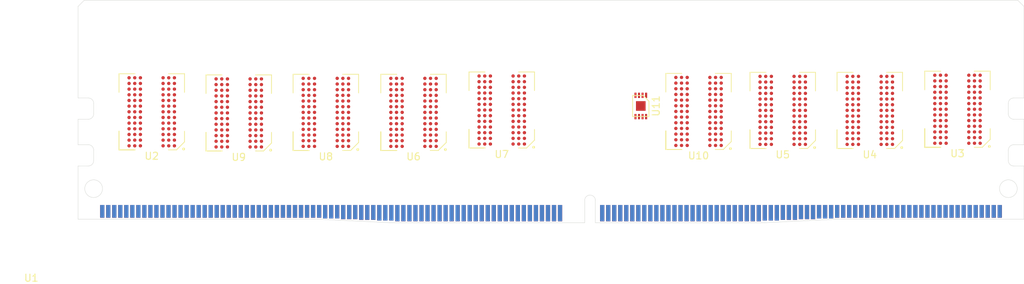
<source format=kicad_pcb>
(kicad_pcb (version 20171130) (host pcbnew "(5.1.4)-1")

  (general
    (thickness 1.5)
    (drawings 40)
    (tracks 0)
    (zones 0)
    (modules 11)
    (nets 39)
  )

  (page A4)
  (layers
    (0 F.Cu signal)
    (31 B.Cu signal)
    (32 B.Adhes user)
    (33 F.Adhes user)
    (34 B.Paste user hide)
    (35 F.Paste user)
    (36 B.SilkS user)
    (37 F.SilkS user)
    (38 B.Mask user)
    (39 F.Mask user)
    (40 Dwgs.User user)
    (41 Cmts.User user)
    (42 Eco1.User user)
    (43 Eco2.User user)
    (44 Edge.Cuts user)
    (45 Margin user)
    (46 B.CrtYd user)
    (47 F.CrtYd user)
    (48 B.Fab user)
    (49 F.Fab user)
  )

  (setup
    (last_trace_width 0.25)
    (trace_clearance 0.2)
    (zone_clearance 0.508)
    (zone_45_only no)
    (trace_min 0.2)
    (via_size 0.8)
    (via_drill 0.4)
    (via_min_size 0.4)
    (via_min_drill 0.3)
    (uvia_size 0.3)
    (uvia_drill 0.1)
    (uvias_allowed no)
    (uvia_min_size 0.2)
    (uvia_min_drill 0.1)
    (edge_width 0.05)
    (segment_width 0.2)
    (pcb_text_width 0.3)
    (pcb_text_size 1.5 1.5)
    (mod_edge_width 0.12)
    (mod_text_size 1 1)
    (mod_text_width 0.15)
    (pad_size 0.6 2.3)
    (pad_drill 0)
    (pad_to_mask_clearance 0.051)
    (solder_mask_min_width 0.25)
    (aux_axis_origin 0 0)
    (visible_elements 7FFFFFFF)
    (pcbplotparams
      (layerselection 0x010fc_ffffffff)
      (usegerberextensions false)
      (usegerberattributes false)
      (usegerberadvancedattributes false)
      (creategerberjobfile false)
      (excludeedgelayer true)
      (linewidth 0.100000)
      (plotframeref false)
      (viasonmask false)
      (mode 1)
      (useauxorigin false)
      (hpglpennumber 1)
      (hpglpenspeed 20)
      (hpglpendiameter 15.000000)
      (psnegative false)
      (psa4output false)
      (plotreference true)
      (plotvalue true)
      (plotinvisibletext false)
      (padsonsilk false)
      (subtractmaskfromsilk false)
      (outputformat 1)
      (mirror false)
      (drillshape 1)
      (scaleselection 1)
      (outputdirectory ""))
  )

  (net 0 "")
  (net 1 A11)
  (net 2 PAR)
  (net 3 A13)
  (net 4 A7)
  (net 5 A4)
  (net 6 BA1)
  (net 7 ALERT_n)
  (net 8 A2)
  (net 9 WE_n-A14)
  (net 10 BG1)
  (net 11 A5)
  (net 12 A0)
  (net 13 BA0)
  (net 14 RAS_n-A16)
  (net 15 ODT0)
  (net 16 CS0_n)
  (net 17 RESET_n)
  (net 18 A3)
  (net 19 A6)
  (net 20 ACT_n)
  (net 21 A8)
  (net 22 BG0)
  (net 23 A9)
  (net 24 CKE0)
  (net 25 A1)
  (net 26 VSS)
  (net 27 VDD)
  (net 28 VPP)
  (net 29 VTT)
  (net 30 A12)
  (net 31 CAS-A15)
  (net 32 A10)
  (net 33 SA2)
  (net 34 SDA)
  (net 35 SCL)
  (net 36 SA1)
  (net 37 SA0)
  (net 38 EVENT_n)

  (net_class Default "Esta es la clase de red por defecto."
    (clearance 0.2)
    (trace_width 0.25)
    (via_dia 0.8)
    (via_drill 0.4)
    (uvia_dia 0.3)
    (uvia_drill 0.1)
    (add_net A0)
    (add_net A1)
    (add_net A10)
    (add_net A10_AP)
    (add_net A11)
    (add_net A12)
    (add_net A12-BC_n)
    (add_net A13)
    (add_net A2)
    (add_net A3)
    (add_net A4)
    (add_net A5)
    (add_net A6)
    (add_net A7)
    (add_net A8)
    (add_net A9)
    (add_net ACT_n)
    (add_net ALERT_n)
    (add_net BA0)
    (add_net BA1)
    (add_net BG0)
    (add_net BG1)
    (add_net CAS-A15)
    (add_net CAS_n-A15)
    (add_net CB0)
    (add_net CB1)
    (add_net CB2)
    (add_net CB3)
    (add_net CB4)
    (add_net CB5)
    (add_net CB6)
    (add_net CB7)
    (add_net CK0_c)
    (add_net CK0_t)
    (add_net CK1_c)
    (add_net CK1_t)
    (add_net CKE0)
    (add_net CKE1,NC)
    (add_net CS0_n)
    (add_net CS1_n,NC)
    (add_net DM0_n-DBIO_n)
    (add_net DM2_n-DBI2_n)
    (add_net DM3_n-DBI3_n)
    (add_net DM4_n-DBI4_n)
    (add_net DM5_n-DBI5_n)
    (add_net DM6_n-DBI6_n)
    (add_net DM7_n-DBI7_n)
    (add_net DM8_n-DBI8_n)
    (add_net DMI_n-DBI1_n)
    (add_net DQ0)
    (add_net DQ1)
    (add_net DQ10)
    (add_net DQ11)
    (add_net DQ12)
    (add_net DQ13)
    (add_net DQ14)
    (add_net DQ15)
    (add_net DQ16)
    (add_net DQ17)
    (add_net DQ18)
    (add_net DQ19)
    (add_net DQ2)
    (add_net DQ20)
    (add_net DQ21)
    (add_net DQ22)
    (add_net DQ23)
    (add_net DQ24)
    (add_net DQ25)
    (add_net DQ26)
    (add_net DQ27)
    (add_net DQ28)
    (add_net DQ29)
    (add_net DQ3)
    (add_net DQ30)
    (add_net DQ31)
    (add_net DQ32)
    (add_net DQ33)
    (add_net DQ34)
    (add_net DQ35)
    (add_net DQ36)
    (add_net DQ37)
    (add_net DQ38)
    (add_net DQ39)
    (add_net DQ4)
    (add_net DQ40)
    (add_net DQ41)
    (add_net DQ42)
    (add_net DQ43)
    (add_net DQ44)
    (add_net DQ45)
    (add_net DQ46)
    (add_net DQ47)
    (add_net DQ48)
    (add_net DQ49)
    (add_net DQ5)
    (add_net DQ50)
    (add_net DQ51)
    (add_net DQ52)
    (add_net DQ53)
    (add_net DQ54)
    (add_net DQ55)
    (add_net DQ56)
    (add_net DQ57)
    (add_net DQ58)
    (add_net DQ59)
    (add_net DQ6)
    (add_net DQ60)
    (add_net DQ61)
    (add_net DQ62)
    (add_net DQ63)
    (add_net DQ7)
    (add_net DQ8)
    (add_net DQ9)
    (add_net DQS0_c)
    (add_net DQS0_t)
    (add_net DQS1_c)
    (add_net DQS1_t)
    (add_net DQS2_c)
    (add_net DQS2_t)
    (add_net DQS3_c)
    (add_net DQS3_t)
    (add_net DQS4_c)
    (add_net DQS4_t)
    (add_net DQS5_c)
    (add_net DQS5_t)
    (add_net DQS6_c)
    (add_net DQS6_t)
    (add_net DQS7_c)
    (add_net DQS7_t)
    (add_net DQS8_c)
    (add_net DQS8_t)
    (add_net EVENT_n)
    (add_net "Net-(R10-Pad~)")
    (add_net "Net-(R100-Pad~)")
    (add_net "Net-(R101-Pad~)")
    (add_net "Net-(R102-Pad~)")
    (add_net "Net-(R11-Pad~)")
    (add_net "Net-(R12-Pad~)")
    (add_net "Net-(R128-Pad~)")
    (add_net "Net-(R129-Pad~)")
    (add_net "Net-(R13-Pad~)")
    (add_net "Net-(R130-Pad~)")
    (add_net "Net-(R131-Pad~)")
    (add_net "Net-(R132-Pad~)")
    (add_net "Net-(R133-Pad~)")
    (add_net "Net-(R134-Pad~)")
    (add_net "Net-(R135-Pad~)")
    (add_net "Net-(R14-Pad~)")
    (add_net "Net-(R15-Pad~)")
    (add_net "Net-(R16-Pad~)")
    (add_net "Net-(R17-Pad~)")
    (add_net "Net-(R18-Pad~)")
    (add_net "Net-(R19-Pad~)")
    (add_net "Net-(R20-Pad~)")
    (add_net "Net-(R21-Pad~)")
    (add_net "Net-(R22-Pad~)")
    (add_net "Net-(R23-Pad~)")
    (add_net "Net-(R24-Pad~)")
    (add_net "Net-(R25-Pad~)")
    (add_net "Net-(R26-Pad~)")
    (add_net "Net-(R27-Pad~)")
    (add_net "Net-(R28-Pad~)")
    (add_net "Net-(R29-Pad~)")
    (add_net "Net-(R3-Pad~)")
    (add_net "Net-(R30-Pad~)")
    (add_net "Net-(R31-Pad~)")
    (add_net "Net-(R32-Pad~)")
    (add_net "Net-(R33-Pad~)")
    (add_net "Net-(R34-Pad~)")
    (add_net "Net-(R35-Pad~)")
    (add_net "Net-(R36-Pad~)")
    (add_net "Net-(R37-Pad~)")
    (add_net "Net-(R38-Pad~)")
    (add_net "Net-(R39-Pad~)")
    (add_net "Net-(R4-Pad~)")
    (add_net "Net-(R40-Pad~)")
    (add_net "Net-(R41-Pad~)")
    (add_net "Net-(R42-Pad~)")
    (add_net "Net-(R43-Pad~)")
    (add_net "Net-(R44-Pad~)")
    (add_net "Net-(R45-Pad~)")
    (add_net "Net-(R46-Pad~)")
    (add_net "Net-(R47-Pad~)")
    (add_net "Net-(R48-Pad~)")
    (add_net "Net-(R49-Pad~)")
    (add_net "Net-(R5-Pad~)")
    (add_net "Net-(R50-Pad~)")
    (add_net "Net-(R51-Pad~)")
    (add_net "Net-(R52-Pad~)")
    (add_net "Net-(R53-Pad~)")
    (add_net "Net-(R54-Pad~)")
    (add_net "Net-(R55-Pad~)")
    (add_net "Net-(R56-Pad~)")
    (add_net "Net-(R57-Pad~)")
    (add_net "Net-(R58-Pad~)")
    (add_net "Net-(R59-Pad~)")
    (add_net "Net-(R6-Pad~)")
    (add_net "Net-(R60-Pad~)")
    (add_net "Net-(R61-Pad~)")
    (add_net "Net-(R62-Pad~)")
    (add_net "Net-(R63-Pad~)")
    (add_net "Net-(R64-Pad~)")
    (add_net "Net-(R65-Pad~)")
    (add_net "Net-(R66-Pad~)")
    (add_net "Net-(R67-Pad~)")
    (add_net "Net-(R68-Pad~)")
    (add_net "Net-(R69-Pad~)")
    (add_net "Net-(R7-Pad~)")
    (add_net "Net-(R70-Pad~)")
    (add_net "Net-(R71-Pad~)")
    (add_net "Net-(R72-Pad~)")
    (add_net "Net-(R73-Pad~)")
    (add_net "Net-(R74-Pad~)")
    (add_net "Net-(R75-Pad~)")
    (add_net "Net-(R76-Pad~)")
    (add_net "Net-(R77-Pad~)")
    (add_net "Net-(R78-Pad~)")
    (add_net "Net-(R79-Pad~)")
    (add_net "Net-(R8-Pad~)")
    (add_net "Net-(R80-Pad~)")
    (add_net "Net-(R81-Pad~)")
    (add_net "Net-(R82-Pad~)")
    (add_net "Net-(R83-Pad~)")
    (add_net "Net-(R84-Pad~)")
    (add_net "Net-(R85-Pad~)")
    (add_net "Net-(R86-Pad~)")
    (add_net "Net-(R87-Pad~)")
    (add_net "Net-(R88-Pad~)")
    (add_net "Net-(R89-Pad~)")
    (add_net "Net-(R9-Pad~)")
    (add_net "Net-(R90-Pad~)")
    (add_net "Net-(R91-Pad~)")
    (add_net "Net-(R92-Pad~)")
    (add_net "Net-(R93-Pad~)")
    (add_net "Net-(R94-Pad~)")
    (add_net "Net-(R95-Pad~)")
    (add_net "Net-(R96-Pad~)")
    (add_net "Net-(R97-Pad~)")
    (add_net "Net-(R98-Pad~)")
    (add_net "Net-(R99-Pad~)")
    (add_net "Net-(U1-Pad1)")
    (add_net "Net-(U1-Pad100)")
    (add_net "Net-(U1-Pad111)")
    (add_net "Net-(U1-Pad122)")
    (add_net "Net-(U1-Pad133)")
    (add_net "Net-(U1-Pad144)")
    (add_net "Net-(U1-Pad145)")
    (add_net "Net-(U1-Pad19)")
    (add_net "Net-(U1-Pad205)")
    (add_net "Net-(U1-Pad227)")
    (add_net "Net-(U1-Pad230)")
    (add_net "Net-(U1-Pad234)")
    (add_net "Net-(U1-Pad235)")
    (add_net "Net-(U1-Pad237)")
    (add_net "Net-(U1-Pad30)")
    (add_net "Net-(U1-Pad41)")
    (add_net "Net-(U1-Pad52)")
    (add_net "Net-(U1-Pad8)")
    (add_net "Net-(U1-Pad93)")
    (add_net "Net-(U10-PadA3)")
    (add_net "Net-(U10-PadF2)")
    (add_net "Net-(U10-PadF7)")
    (add_net "Net-(U10-PadF8)")
    (add_net "Net-(U10-PadG2)")
    (add_net "Net-(U10-PadG8)")
    (add_net "Net-(U10-PadN7)")
    (add_net "Net-(U2-PadA3)")
    (add_net "Net-(U2-PadF2)")
    (add_net "Net-(U2-PadF7)")
    (add_net "Net-(U2-PadF8)")
    (add_net "Net-(U2-PadG2)")
    (add_net "Net-(U2-PadG8)")
    (add_net "Net-(U2-PadN7)")
    (add_net "Net-(U3-PadA3)")
    (add_net "Net-(U3-PadF2)")
    (add_net "Net-(U3-PadF7)")
    (add_net "Net-(U3-PadF8)")
    (add_net "Net-(U3-PadG2)")
    (add_net "Net-(U3-PadG8)")
    (add_net "Net-(U3-PadN7)")
    (add_net "Net-(U4-PadA3)")
    (add_net "Net-(U4-PadF2)")
    (add_net "Net-(U4-PadF7)")
    (add_net "Net-(U4-PadF8)")
    (add_net "Net-(U4-PadG2)")
    (add_net "Net-(U4-PadG8)")
    (add_net "Net-(U4-PadN7)")
    (add_net "Net-(U5-PadA3)")
    (add_net "Net-(U5-PadF2)")
    (add_net "Net-(U5-PadF7)")
    (add_net "Net-(U5-PadF8)")
    (add_net "Net-(U5-PadG2)")
    (add_net "Net-(U5-PadG8)")
    (add_net "Net-(U5-PadN7)")
    (add_net "Net-(U6-PadA3)")
    (add_net "Net-(U6-PadF2)")
    (add_net "Net-(U6-PadF7)")
    (add_net "Net-(U6-PadF8)")
    (add_net "Net-(U6-PadG2)")
    (add_net "Net-(U6-PadG8)")
    (add_net "Net-(U6-PadN7)")
    (add_net "Net-(U7-PadA3)")
    (add_net "Net-(U7-PadF2)")
    (add_net "Net-(U7-PadF7)")
    (add_net "Net-(U7-PadF8)")
    (add_net "Net-(U7-PadG2)")
    (add_net "Net-(U7-PadG8)")
    (add_net "Net-(U7-PadN7)")
    (add_net "Net-(U8-PadA3)")
    (add_net "Net-(U8-PadF2)")
    (add_net "Net-(U8-PadF7)")
    (add_net "Net-(U8-PadF8)")
    (add_net "Net-(U8-PadG2)")
    (add_net "Net-(U8-PadG8)")
    (add_net "Net-(U8-PadN7)")
    (add_net "Net-(U9-PadA3)")
    (add_net "Net-(U9-PadF2)")
    (add_net "Net-(U9-PadF7)")
    (add_net "Net-(U9-PadF8)")
    (add_net "Net-(U9-PadG2)")
    (add_net "Net-(U9-PadG8)")
    (add_net "Net-(U9-PadN7)")
    (add_net ODT0)
    (add_net ODT1_n,NC)
    (add_net PAR)
    (add_net RAS_n-A16)
    (add_net RESET_n)
    (add_net SA0)
    (add_net SA1)
    (add_net SA2)
    (add_net SCL)
    (add_net SDA)
    (add_net VDD)
    (add_net VPP)
    (add_net VSS)
    (add_net VTT)
    (add_net WE_n-A14)
  )

  (module DDR4_4Gb:SOIC-8 (layer F.Cu) (tedit 6019C3DE) (tstamp 601A373A)
    (at 79.41 -15.97 180)
    (path /68FF4A40/690277B9)
    (attr smd)
    (fp_text reference U11 (at -2.15 0 90) (layer F.SilkS)
      (effects (font (size 1 1) (thickness 0.15)))
    )
    (fp_text value MCP9843 (at 0 0) (layer F.Fab)
      (effects (font (size 1 1) (thickness 0.15)))
    )
    (fp_line (start -1.15 2.13) (end -1.15 -2.13) (layer F.CrtYd) (width 0.05))
    (fp_line (start 1.15 2.13) (end -1.15 2.13) (layer F.CrtYd) (width 0.05))
    (fp_line (start 1.15 -2.13) (end 1.15 2.13) (layer F.CrtYd) (width 0.05))
    (fp_line (start -1.15 -2.13) (end 1.15 -2.13) (layer F.CrtYd) (width 0.05))
    (fp_line (start 1.15 1.475) (end -0.35 1.475) (layer F.SilkS) (width 0.12))
    (fp_line (start 1.15 -1.475) (end 1.15 1.475) (layer F.SilkS) (width 0.12))
    (fp_line (start -1.15 -1.475) (end 1.15 -1.475) (layer F.SilkS) (width 0.12))
    (fp_line (start -1.15 0.675) (end -1.15 -1.475) (layer F.SilkS) (width 0.12))
    (fp_line (start -0.35 1.475) (end -1.15 0.675) (layer F.SilkS) (width 0.12))
    (pad 9 smd rect (at 0 0 180) (size 1.36 1.36) (layers F.Cu F.Paste F.Mask)
      (net 26 VSS))
    (pad 4 smd rect (at 0.75 1.5 180) (size 0.3 0.75) (layers F.Cu F.Paste F.Mask))
    (pad 5 smd rect (at 0.75 -1.5 180) (size 0.3 0.75) (layers F.Cu F.Paste F.Mask)
      (net 34 SDA))
    (pad 3 smd rect (at 0.25 1.5 180) (size 0.3 0.75) (layers F.Cu F.Paste F.Mask)
      (net 33 SA2))
    (pad 6 smd rect (at 0.25 -1.5 180) (size 0.3 0.75) (layers F.Cu F.Paste F.Mask)
      (net 35 SCL))
    (pad 2 smd rect (at -0.25 1.5 180) (size 0.3 0.75) (layers F.Cu F.Paste F.Mask)
      (net 36 SA1))
    (pad 7 smd rect (at -0.25 -1.5 180) (size 0.3 0.75) (layers F.Cu F.Paste F.Mask)
      (net 38 EVENT_n))
    (pad 1 smd rect (at -0.75 1.5 180) (size 0.3 0.75) (layers F.Cu F.Paste F.Mask)
      (net 37 SA0))
    (pad 8 smd rect (at -0.75 -1.5 180) (size 0.3 0.75) (layers F.Cu F.Paste F.Mask))
    (model ${KISYS3DMOD}/Package_DFN_QFN.3dshapes/DFN-8-1EP_2x2mm_P0.5mm_EP0.9x1.5mm.step
      (at (xyz 0 0 0))
      (scale (xyz 1 1 1))
      (rotate (xyz 0 0 90))
    )
  )

  (module DDR4_4Gb:BGA-117_9x13_9.0x10.5mm (layer F.Cu) (tedit 601881A7) (tstamp 601A6983)
    (at 87.56 -15.2 180)
    (path /68FF4A40/68FF6FC2)
    (attr smd)
    (fp_text reference U10 (at 0 -6.25) (layer F.SilkS)
      (effects (font (size 1 1) (thickness 0.15)))
    )
    (fp_text value MT40A512M8 (at 0 6.25) (layer F.Fab)
      (effects (font (size 1 1) (thickness 0.15)))
    )
    (fp_line (start -4.75 5.5) (end -4.75 -5.5) (layer F.CrtYd) (width 0.05))
    (fp_line (start 4.75 5.5) (end -4.75 5.5) (layer F.CrtYd) (width 0.05))
    (fp_line (start 4.75 -5.5) (end 4.75 5.5) (layer F.CrtYd) (width 0.05))
    (fp_line (start -4.75 -5.5) (end 4.75 -5.5) (layer F.CrtYd) (width 0.05))
    (fp_circle (center -4.5 -5.25) (end -4.5 -5.15) (layer F.SilkS) (width 0.2))
    (fp_line (start -4.62 -4.25) (end -4.62 -2.745) (layer F.SilkS) (width 0.12))
    (fp_line (start -3.5 -5.37) (end -4.62 -4.25) (layer F.SilkS) (width 0.12))
    (fp_line (start -2.37 -5.37) (end -3.5 -5.37) (layer F.SilkS) (width 0.12))
    (fp_line (start -4.62 5.37) (end -4.62 2.745) (layer F.SilkS) (width 0.12))
    (fp_line (start -2.37 5.37) (end -4.62 5.37) (layer F.SilkS) (width 0.12))
    (fp_line (start 4.62 -5.37) (end 4.62 -2.745) (layer F.SilkS) (width 0.12))
    (fp_line (start 2.37 -5.37) (end 4.62 -5.37) (layer F.SilkS) (width 0.12))
    (fp_line (start 4.62 5.37) (end 4.62 2.745) (layer F.SilkS) (width 0.12))
    (fp_line (start 2.37 5.37) (end 4.62 5.37) (layer F.SilkS) (width 0.12))
    (fp_line (start 4.62 -5.37) (end 4.62 -2.745) (layer F.SilkS) (width 0.12))
    (fp_line (start 2.37 -5.37) (end 4.62 -5.37) (layer F.SilkS) (width 0.12))
    (fp_line (start 4.62 -5.37) (end 4.62 -2.745) (layer F.SilkS) (width 0.12))
    (fp_line (start 2.37 -5.37) (end 4.62 -5.37) (layer F.SilkS) (width 0.12))
    (fp_line (start 4.5 -5.25) (end -3.5 -5.25) (layer F.Fab) (width 0.1))
    (fp_line (start 4.5 5.25) (end 4.5 -5.25) (layer F.Fab) (width 0.1))
    (fp_line (start -4.5 5.25) (end 4.5 5.25) (layer F.Fab) (width 0.1))
    (fp_line (start -4.5 -4.25) (end -4.5 5.25) (layer F.Fab) (width 0.1))
    (fp_line (start -3.5 -5.25) (end -4.5 -4.25) (layer F.Fab) (width 0.1))
    (pad N9 smd circle (at 3.2 4.8 180) (size 0.47 0.47) (layers F.Cu F.Paste F.Mask)
      (net 27 VDD))
    (pad M9 smd circle (at 3.2 4 180) (size 0.47 0.47) (layers F.Cu F.Paste F.Mask)
      (net 28 VPP))
    (pad L9 smd circle (at 3.2 3.2 180) (size 0.47 0.47) (layers F.Cu F.Paste F.Mask)
      (net 7 ALERT_n))
    (pad K9 smd circle (at 3.2 2.4 180) (size 0.47 0.47) (layers F.Cu F.Paste F.Mask)
      (net 26 VSS))
    (pad J9 smd circle (at 3.2 1.6 180) (size 0.47 0.47) (layers F.Cu F.Paste F.Mask)
      (net 27 VDD))
    (pad H9 smd circle (at 3.2 0.8 180) (size 0.47 0.47) (layers F.Cu F.Paste F.Mask)
      (net 26 VSS))
    (pad G9 smd circle (at 3.2 0 180) (size 0.47 0.47) (layers F.Cu F.Paste F.Mask)
      (net 26 VSS))
    (pad F9 smd circle (at 3.2 -0.8 180) (size 0.47 0.47) (layers F.Cu F.Paste F.Mask)
      (net 27 VDD))
    (pad E9 smd circle (at 3.2 -1.6 180) (size 0.47 0.47) (layers F.Cu F.Paste F.Mask)
      (net 26 VSS))
    (pad D9 smd circle (at 3.2 -2.4 180) (size 0.47 0.47) (layers F.Cu F.Paste F.Mask)
      (net 26 VSS))
    (pad C9 smd circle (at 3.2 -3.2 180) (size 0.47 0.47) (layers F.Cu F.Paste F.Mask)
      (net 26 VSS))
    (pad B9 smd circle (at 3.2 -4 180) (size 0.47 0.47) (layers F.Cu F.Paste F.Mask))
    (pad A9 smd circle (at 3.2 -4.8 180) (size 0.47 0.47) (layers F.Cu F.Paste F.Mask)
      (net 26 VSS))
    (pad N8 smd circle (at 2.4 4.8 180) (size 0.47 0.47) (layers F.Cu F.Paste F.Mask)
      (net 3 A13))
    (pad M8 smd circle (at 2.4 4 180) (size 0.47 0.47) (layers F.Cu F.Paste F.Mask)
      (net 4 A7))
    (pad L8 smd circle (at 2.4 3.2 180) (size 0.47 0.47) (layers F.Cu F.Paste F.Mask)
      (net 11 A5))
    (pad K8 smd circle (at 2.4 2.4 180) (size 0.47 0.47) (layers F.Cu F.Paste F.Mask)
      (net 6 BA1))
    (pad J8 smd circle (at 2.4 1.6 180) (size 0.47 0.47) (layers F.Cu F.Paste F.Mask)
      (net 10 BG1))
    (pad H8 smd circle (at 2.4 0.8 180) (size 0.47 0.47) (layers F.Cu F.Paste F.Mask)
      (net 14 RAS_n-A16))
    (pad G8 smd circle (at 2.4 0 180) (size 0.47 0.47) (layers F.Cu F.Paste F.Mask))
    (pad F8 smd circle (at 2.4 -0.8 180) (size 0.47 0.47) (layers F.Cu F.Paste F.Mask))
    (pad E8 smd circle (at 2.4 -1.6 180) (size 0.47 0.47) (layers F.Cu F.Paste F.Mask)
      (net 26 VSS))
    (pad D8 smd circle (at 2.4 -2.4 180) (size 0.47 0.47) (layers F.Cu F.Paste F.Mask))
    (pad C8 smd circle (at 2.4 -3.2 180) (size 0.47 0.47) (layers F.Cu F.Paste F.Mask)
      (net 26 VSS))
    (pad B8 smd circle (at 2.4 -4 180) (size 0.47 0.47) (layers F.Cu F.Paste F.Mask)
      (net 26 VSS))
    (pad A8 smd circle (at 2.4 -4.8 180) (size 0.47 0.47) (layers F.Cu F.Paste F.Mask)
      (net 26 VSS))
    (pad N7 smd circle (at 1.6 4.8 180) (size 0.47 0.47) (layers F.Cu F.Paste F.Mask))
    (pad M7 smd circle (at 1.6 4 180) (size 0.47 0.47) (layers F.Cu F.Paste F.Mask)
      (net 23 A9))
    (pad L7 smd circle (at 1.6 3.2 180) (size 0.47 0.47) (layers F.Cu F.Paste F.Mask)
      (net 25 A1))
    (pad K7 smd circle (at 1.6 2.4 180) (size 0.47 0.47) (layers F.Cu F.Paste F.Mask)
      (net 18 A3))
    (pad J7 smd circle (at 1.6 1.6 180) (size 0.47 0.47) (layers F.Cu F.Paste F.Mask)
      (net 30 A12))
    (pad H7 smd circle (at 1.6 0.8 180) (size 0.47 0.47) (layers F.Cu F.Paste F.Mask)
      (net 31 CAS-A15))
    (pad G7 smd circle (at 1.6 0 180) (size 0.47 0.47) (layers F.Cu F.Paste F.Mask)
      (net 16 CS0_n))
    (pad F7 smd circle (at 1.6 -0.8 180) (size 0.47 0.47) (layers F.Cu F.Paste F.Mask))
    (pad E7 smd circle (at 1.6 -1.6 180) (size 0.47 0.47) (layers F.Cu F.Paste F.Mask))
    (pad D7 smd circle (at 1.6 -2.4 180) (size 0.47 0.47) (layers F.Cu F.Paste F.Mask))
    (pad C7 smd circle (at 1.6 -3.2 180) (size 0.47 0.47) (layers F.Cu F.Paste F.Mask)
      (net 27 VDD))
    (pad B7 smd circle (at 1.6 -4 180) (size 0.47 0.47) (layers F.Cu F.Paste F.Mask))
    (pad A7 smd circle (at 1.6 -4.8 180) (size 0.47 0.47) (layers F.Cu F.Paste F.Mask))
    (pad N3 smd circle (at -1.6 4.8 180) (size 0.47 0.47) (layers F.Cu F.Paste F.Mask)
      (net 2 PAR))
    (pad M3 smd circle (at -1.6 4 180) (size 0.47 0.47) (layers F.Cu F.Paste F.Mask)
      (net 8 A2))
    (pad L3 smd circle (at -1.6 3.2 180) (size 0.47 0.47) (layers F.Cu F.Paste F.Mask)
      (net 12 A0))
    (pad K3 smd circle (at -1.6 2.4 180) (size 0.47 0.47) (layers F.Cu F.Paste F.Mask)
      (net 5 A4))
    (pad J3 smd circle (at -1.6 1.6 180) (size 0.47 0.47) (layers F.Cu F.Paste F.Mask)
      (net 32 A10))
    (pad H3 smd circle (at -1.6 0.8 180) (size 0.47 0.47) (layers F.Cu F.Paste F.Mask)
      (net 20 ACT_n))
    (pad G3 smd circle (at -1.6 0 180) (size 0.47 0.47) (layers F.Cu F.Paste F.Mask)
      (net 24 CKE0))
    (pad F3 smd circle (at -1.6 -0.8 180) (size 0.47 0.47) (layers F.Cu F.Paste F.Mask)
      (net 15 ODT0))
    (pad E3 smd circle (at -1.6 -1.6 180) (size 0.47 0.47) (layers F.Cu F.Paste F.Mask))
    (pad D3 smd circle (at -1.6 -2.4 180) (size 0.47 0.47) (layers F.Cu F.Paste F.Mask))
    (pad C3 smd circle (at -1.6 -3.2 180) (size 0.47 0.47) (layers F.Cu F.Paste F.Mask))
    (pad B3 smd circle (at -1.6 -4 180) (size 0.47 0.47) (layers F.Cu F.Paste F.Mask))
    (pad A3 smd circle (at -1.6 -4.8 180) (size 0.47 0.47) (layers F.Cu F.Paste F.Mask))
    (pad N2 smd circle (at -2.4 4.8 180) (size 0.47 0.47) (layers F.Cu F.Paste F.Mask)
      (net 1 A11))
    (pad M2 smd circle (at -2.4 4 180) (size 0.47 0.47) (layers F.Cu F.Paste F.Mask)
      (net 21 A8))
    (pad L2 smd circle (at -2.4 3.2 180) (size 0.47 0.47) (layers F.Cu F.Paste F.Mask)
      (net 19 A6))
    (pad K2 smd circle (at -2.4 2.4 180) (size 0.47 0.47) (layers F.Cu F.Paste F.Mask)
      (net 13 BA0))
    (pad J2 smd circle (at -2.4 1.6 180) (size 0.47 0.47) (layers F.Cu F.Paste F.Mask)
      (net 22 BG0))
    (pad H2 smd circle (at -2.4 0.8 180) (size 0.47 0.47) (layers F.Cu F.Paste F.Mask)
      (net 9 WE_n-A14))
    (pad G2 smd circle (at -2.4 0 180) (size 0.47 0.47) (layers F.Cu F.Paste F.Mask))
    (pad F2 smd circle (at -2.4 -0.8 180) (size 0.47 0.47) (layers F.Cu F.Paste F.Mask))
    (pad E2 smd circle (at -2.4 -1.6 180) (size 0.47 0.47) (layers F.Cu F.Paste F.Mask)
      (net 26 VSS))
    (pad D2 smd circle (at -2.4 -2.4 180) (size 0.47 0.47) (layers F.Cu F.Paste F.Mask))
    (pad C2 smd circle (at -2.4 -3.2 180) (size 0.47 0.47) (layers F.Cu F.Paste F.Mask))
    (pad B2 smd circle (at -2.4 -4 180) (size 0.47 0.47) (layers F.Cu F.Paste F.Mask)
      (net 26 VSS))
    (pad A2 smd circle (at -2.4 -4.8 180) (size 0.47 0.47) (layers F.Cu F.Paste F.Mask)
      (net 26 VSS))
    (pad N1 smd circle (at -3.2 4.8 180) (size 0.47 0.47) (layers F.Cu F.Paste F.Mask)
      (net 26 VSS))
    (pad M1 smd circle (at -3.2 4 180) (size 0.47 0.47) (layers F.Cu F.Paste F.Mask)
      (net 27 VDD))
    (pad L1 smd circle (at -3.2 3.2 180) (size 0.47 0.47) (layers F.Cu F.Paste F.Mask)
      (net 17 RESET_n))
    (pad K1 smd circle (at -3.2 2.4 180) (size 0.47 0.47) (layers F.Cu F.Paste F.Mask)
      (net 26 VSS))
    (pad J1 smd circle (at -3.2 1.6 180) (size 0.47 0.47) (layers F.Cu F.Paste F.Mask)
      (net 27 VDD))
    (pad H1 smd circle (at -3.2 0.8 180) (size 0.47 0.47) (layers F.Cu F.Paste F.Mask)
      (net 27 VDD))
    (pad G1 smd circle (at -3.2 0 180) (size 0.47 0.47) (layers F.Cu F.Paste F.Mask)
      (net 26 VSS))
    (pad F1 smd circle (at -3.2 -0.8 180) (size 0.47 0.47) (layers F.Cu F.Paste F.Mask)
      (net 27 VDD))
    (pad E1 smd circle (at -3.2 -1.6 180) (size 0.47 0.47) (layers F.Cu F.Paste F.Mask)
      (net 26 VSS))
    (pad D1 smd circle (at -3.2 -2.4 180) (size 0.47 0.47) (layers F.Cu F.Paste F.Mask)
      (net 26 VSS))
    (pad C1 smd circle (at -3.2 -3.2 180) (size 0.47 0.47) (layers F.Cu F.Paste F.Mask)
      (net 26 VSS))
    (pad B1 smd circle (at -3.2 -4 180) (size 0.47 0.47) (layers F.Cu F.Paste F.Mask)
      (net 28 VPP))
    (pad A1 smd circle (at -3.2 -4.8 180) (size 0.47 0.47) (layers F.Cu F.Paste F.Mask)
      (net 27 VDD))
    (model ${KISYS3DMOD}/Package_BGA.3dshapes/BGA-96_9.0x13.0mm_Layout2x3x16_P0.8mm.step
      (at (xyz 0 0 0))
      (scale (xyz 1 1 1))
      (rotate (xyz 0 0 0))
    )
  )

  (module DDR4_4Gb:BGA-117_9x13_9.0x10.5mm (layer F.Cu) (tedit 601881A7) (tstamp 6019C775)
    (at 22.68 -14.99 180)
    (path /68A4C643/68C8CA0A)
    (attr smd)
    (fp_text reference U9 (at 0 -6.25) (layer F.SilkS)
      (effects (font (size 1 1) (thickness 0.15)))
    )
    (fp_text value MT40A512M8 (at 0 6.25) (layer F.Fab)
      (effects (font (size 1 1) (thickness 0.15)))
    )
    (fp_line (start -4.75 5.5) (end -4.75 -5.5) (layer F.CrtYd) (width 0.05))
    (fp_line (start 4.75 5.5) (end -4.75 5.5) (layer F.CrtYd) (width 0.05))
    (fp_line (start 4.75 -5.5) (end 4.75 5.5) (layer F.CrtYd) (width 0.05))
    (fp_line (start -4.75 -5.5) (end 4.75 -5.5) (layer F.CrtYd) (width 0.05))
    (fp_circle (center -4.5 -5.25) (end -4.5 -5.15) (layer F.SilkS) (width 0.2))
    (fp_line (start -4.62 -4.25) (end -4.62 -2.745) (layer F.SilkS) (width 0.12))
    (fp_line (start -3.5 -5.37) (end -4.62 -4.25) (layer F.SilkS) (width 0.12))
    (fp_line (start -2.37 -5.37) (end -3.5 -5.37) (layer F.SilkS) (width 0.12))
    (fp_line (start -4.62 5.37) (end -4.62 2.745) (layer F.SilkS) (width 0.12))
    (fp_line (start -2.37 5.37) (end -4.62 5.37) (layer F.SilkS) (width 0.12))
    (fp_line (start 4.62 -5.37) (end 4.62 -2.745) (layer F.SilkS) (width 0.12))
    (fp_line (start 2.37 -5.37) (end 4.62 -5.37) (layer F.SilkS) (width 0.12))
    (fp_line (start 4.62 5.37) (end 4.62 2.745) (layer F.SilkS) (width 0.12))
    (fp_line (start 2.37 5.37) (end 4.62 5.37) (layer F.SilkS) (width 0.12))
    (fp_line (start 4.62 -5.37) (end 4.62 -2.745) (layer F.SilkS) (width 0.12))
    (fp_line (start 2.37 -5.37) (end 4.62 -5.37) (layer F.SilkS) (width 0.12))
    (fp_line (start 4.62 -5.37) (end 4.62 -2.745) (layer F.SilkS) (width 0.12))
    (fp_line (start 2.37 -5.37) (end 4.62 -5.37) (layer F.SilkS) (width 0.12))
    (fp_line (start 4.5 -5.25) (end -3.5 -5.25) (layer F.Fab) (width 0.1))
    (fp_line (start 4.5 5.25) (end 4.5 -5.25) (layer F.Fab) (width 0.1))
    (fp_line (start -4.5 5.25) (end 4.5 5.25) (layer F.Fab) (width 0.1))
    (fp_line (start -4.5 -4.25) (end -4.5 5.25) (layer F.Fab) (width 0.1))
    (fp_line (start -3.5 -5.25) (end -4.5 -4.25) (layer F.Fab) (width 0.1))
    (pad N9 smd circle (at 3.2 4.8 180) (size 0.47 0.47) (layers F.Cu F.Paste F.Mask)
      (net 27 VDD))
    (pad M9 smd circle (at 3.2 4 180) (size 0.47 0.47) (layers F.Cu F.Paste F.Mask)
      (net 28 VPP))
    (pad L9 smd circle (at 3.2 3.2 180) (size 0.47 0.47) (layers F.Cu F.Paste F.Mask)
      (net 7 ALERT_n))
    (pad K9 smd circle (at 3.2 2.4 180) (size 0.47 0.47) (layers F.Cu F.Paste F.Mask)
      (net 26 VSS))
    (pad J9 smd circle (at 3.2 1.6 180) (size 0.47 0.47) (layers F.Cu F.Paste F.Mask)
      (net 27 VDD))
    (pad H9 smd circle (at 3.2 0.8 180) (size 0.47 0.47) (layers F.Cu F.Paste F.Mask)
      (net 26 VSS))
    (pad G9 smd circle (at 3.2 0 180) (size 0.47 0.47) (layers F.Cu F.Paste F.Mask)
      (net 26 VSS))
    (pad F9 smd circle (at 3.2 -0.8 180) (size 0.47 0.47) (layers F.Cu F.Paste F.Mask)
      (net 27 VDD))
    (pad E9 smd circle (at 3.2 -1.6 180) (size 0.47 0.47) (layers F.Cu F.Paste F.Mask)
      (net 26 VSS))
    (pad D9 smd circle (at 3.2 -2.4 180) (size 0.47 0.47) (layers F.Cu F.Paste F.Mask)
      (net 26 VSS))
    (pad C9 smd circle (at 3.2 -3.2 180) (size 0.47 0.47) (layers F.Cu F.Paste F.Mask)
      (net 26 VSS))
    (pad B9 smd circle (at 3.2 -4 180) (size 0.47 0.47) (layers F.Cu F.Paste F.Mask))
    (pad A9 smd circle (at 3.2 -4.8 180) (size 0.47 0.47) (layers F.Cu F.Paste F.Mask)
      (net 26 VSS))
    (pad N8 smd circle (at 2.4 4.8 180) (size 0.47 0.47) (layers F.Cu F.Paste F.Mask)
      (net 3 A13))
    (pad M8 smd circle (at 2.4 4 180) (size 0.47 0.47) (layers F.Cu F.Paste F.Mask)
      (net 4 A7))
    (pad L8 smd circle (at 2.4 3.2 180) (size 0.47 0.47) (layers F.Cu F.Paste F.Mask)
      (net 11 A5))
    (pad K8 smd circle (at 2.4 2.4 180) (size 0.47 0.47) (layers F.Cu F.Paste F.Mask)
      (net 6 BA1))
    (pad J8 smd circle (at 2.4 1.6 180) (size 0.47 0.47) (layers F.Cu F.Paste F.Mask)
      (net 10 BG1))
    (pad H8 smd circle (at 2.4 0.8 180) (size 0.47 0.47) (layers F.Cu F.Paste F.Mask)
      (net 14 RAS_n-A16))
    (pad G8 smd circle (at 2.4 0 180) (size 0.47 0.47) (layers F.Cu F.Paste F.Mask))
    (pad F8 smd circle (at 2.4 -0.8 180) (size 0.47 0.47) (layers F.Cu F.Paste F.Mask))
    (pad E8 smd circle (at 2.4 -1.6 180) (size 0.47 0.47) (layers F.Cu F.Paste F.Mask)
      (net 26 VSS))
    (pad D8 smd circle (at 2.4 -2.4 180) (size 0.47 0.47) (layers F.Cu F.Paste F.Mask))
    (pad C8 smd circle (at 2.4 -3.2 180) (size 0.47 0.47) (layers F.Cu F.Paste F.Mask)
      (net 26 VSS))
    (pad B8 smd circle (at 2.4 -4 180) (size 0.47 0.47) (layers F.Cu F.Paste F.Mask)
      (net 26 VSS))
    (pad A8 smd circle (at 2.4 -4.8 180) (size 0.47 0.47) (layers F.Cu F.Paste F.Mask)
      (net 26 VSS))
    (pad N7 smd circle (at 1.6 4.8 180) (size 0.47 0.47) (layers F.Cu F.Paste F.Mask))
    (pad M7 smd circle (at 1.6 4 180) (size 0.47 0.47) (layers F.Cu F.Paste F.Mask)
      (net 23 A9))
    (pad L7 smd circle (at 1.6 3.2 180) (size 0.47 0.47) (layers F.Cu F.Paste F.Mask)
      (net 25 A1))
    (pad K7 smd circle (at 1.6 2.4 180) (size 0.47 0.47) (layers F.Cu F.Paste F.Mask)
      (net 18 A3))
    (pad J7 smd circle (at 1.6 1.6 180) (size 0.47 0.47) (layers F.Cu F.Paste F.Mask)
      (net 30 A12))
    (pad H7 smd circle (at 1.6 0.8 180) (size 0.47 0.47) (layers F.Cu F.Paste F.Mask)
      (net 31 CAS-A15))
    (pad G7 smd circle (at 1.6 0 180) (size 0.47 0.47) (layers F.Cu F.Paste F.Mask)
      (net 16 CS0_n))
    (pad F7 smd circle (at 1.6 -0.8 180) (size 0.47 0.47) (layers F.Cu F.Paste F.Mask))
    (pad E7 smd circle (at 1.6 -1.6 180) (size 0.47 0.47) (layers F.Cu F.Paste F.Mask))
    (pad D7 smd circle (at 1.6 -2.4 180) (size 0.47 0.47) (layers F.Cu F.Paste F.Mask))
    (pad C7 smd circle (at 1.6 -3.2 180) (size 0.47 0.47) (layers F.Cu F.Paste F.Mask)
      (net 27 VDD))
    (pad B7 smd circle (at 1.6 -4 180) (size 0.47 0.47) (layers F.Cu F.Paste F.Mask))
    (pad A7 smd circle (at 1.6 -4.8 180) (size 0.47 0.47) (layers F.Cu F.Paste F.Mask))
    (pad N3 smd circle (at -1.6 4.8 180) (size 0.47 0.47) (layers F.Cu F.Paste F.Mask)
      (net 2 PAR))
    (pad M3 smd circle (at -1.6 4 180) (size 0.47 0.47) (layers F.Cu F.Paste F.Mask)
      (net 8 A2))
    (pad L3 smd circle (at -1.6 3.2 180) (size 0.47 0.47) (layers F.Cu F.Paste F.Mask)
      (net 12 A0))
    (pad K3 smd circle (at -1.6 2.4 180) (size 0.47 0.47) (layers F.Cu F.Paste F.Mask)
      (net 5 A4))
    (pad J3 smd circle (at -1.6 1.6 180) (size 0.47 0.47) (layers F.Cu F.Paste F.Mask)
      (net 32 A10))
    (pad H3 smd circle (at -1.6 0.8 180) (size 0.47 0.47) (layers F.Cu F.Paste F.Mask)
      (net 20 ACT_n))
    (pad G3 smd circle (at -1.6 0 180) (size 0.47 0.47) (layers F.Cu F.Paste F.Mask)
      (net 24 CKE0))
    (pad F3 smd circle (at -1.6 -0.8 180) (size 0.47 0.47) (layers F.Cu F.Paste F.Mask)
      (net 15 ODT0))
    (pad E3 smd circle (at -1.6 -1.6 180) (size 0.47 0.47) (layers F.Cu F.Paste F.Mask))
    (pad D3 smd circle (at -1.6 -2.4 180) (size 0.47 0.47) (layers F.Cu F.Paste F.Mask))
    (pad C3 smd circle (at -1.6 -3.2 180) (size 0.47 0.47) (layers F.Cu F.Paste F.Mask))
    (pad B3 smd circle (at -1.6 -4 180) (size 0.47 0.47) (layers F.Cu F.Paste F.Mask))
    (pad A3 smd circle (at -1.6 -4.8 180) (size 0.47 0.47) (layers F.Cu F.Paste F.Mask))
    (pad N2 smd circle (at -2.4 4.8 180) (size 0.47 0.47) (layers F.Cu F.Paste F.Mask)
      (net 1 A11))
    (pad M2 smd circle (at -2.4 4 180) (size 0.47 0.47) (layers F.Cu F.Paste F.Mask)
      (net 21 A8))
    (pad L2 smd circle (at -2.4 3.2 180) (size 0.47 0.47) (layers F.Cu F.Paste F.Mask)
      (net 19 A6))
    (pad K2 smd circle (at -2.4 2.4 180) (size 0.47 0.47) (layers F.Cu F.Paste F.Mask)
      (net 13 BA0))
    (pad J2 smd circle (at -2.4 1.6 180) (size 0.47 0.47) (layers F.Cu F.Paste F.Mask)
      (net 22 BG0))
    (pad H2 smd circle (at -2.4 0.8 180) (size 0.47 0.47) (layers F.Cu F.Paste F.Mask)
      (net 9 WE_n-A14))
    (pad G2 smd circle (at -2.4 0 180) (size 0.47 0.47) (layers F.Cu F.Paste F.Mask))
    (pad F2 smd circle (at -2.4 -0.8 180) (size 0.47 0.47) (layers F.Cu F.Paste F.Mask))
    (pad E2 smd circle (at -2.4 -1.6 180) (size 0.47 0.47) (layers F.Cu F.Paste F.Mask)
      (net 26 VSS))
    (pad D2 smd circle (at -2.4 -2.4 180) (size 0.47 0.47) (layers F.Cu F.Paste F.Mask))
    (pad C2 smd circle (at -2.4 -3.2 180) (size 0.47 0.47) (layers F.Cu F.Paste F.Mask))
    (pad B2 smd circle (at -2.4 -4 180) (size 0.47 0.47) (layers F.Cu F.Paste F.Mask)
      (net 26 VSS))
    (pad A2 smd circle (at -2.4 -4.8 180) (size 0.47 0.47) (layers F.Cu F.Paste F.Mask)
      (net 26 VSS))
    (pad N1 smd circle (at -3.2 4.8 180) (size 0.47 0.47) (layers F.Cu F.Paste F.Mask)
      (net 26 VSS))
    (pad M1 smd circle (at -3.2 4 180) (size 0.47 0.47) (layers F.Cu F.Paste F.Mask)
      (net 27 VDD))
    (pad L1 smd circle (at -3.2 3.2 180) (size 0.47 0.47) (layers F.Cu F.Paste F.Mask)
      (net 17 RESET_n))
    (pad K1 smd circle (at -3.2 2.4 180) (size 0.47 0.47) (layers F.Cu F.Paste F.Mask)
      (net 26 VSS))
    (pad J1 smd circle (at -3.2 1.6 180) (size 0.47 0.47) (layers F.Cu F.Paste F.Mask)
      (net 27 VDD))
    (pad H1 smd circle (at -3.2 0.8 180) (size 0.47 0.47) (layers F.Cu F.Paste F.Mask)
      (net 27 VDD))
    (pad G1 smd circle (at -3.2 0 180) (size 0.47 0.47) (layers F.Cu F.Paste F.Mask)
      (net 26 VSS))
    (pad F1 smd circle (at -3.2 -0.8 180) (size 0.47 0.47) (layers F.Cu F.Paste F.Mask)
      (net 27 VDD))
    (pad E1 smd circle (at -3.2 -1.6 180) (size 0.47 0.47) (layers F.Cu F.Paste F.Mask)
      (net 26 VSS))
    (pad D1 smd circle (at -3.2 -2.4 180) (size 0.47 0.47) (layers F.Cu F.Paste F.Mask)
      (net 26 VSS))
    (pad C1 smd circle (at -3.2 -3.2 180) (size 0.47 0.47) (layers F.Cu F.Paste F.Mask)
      (net 26 VSS))
    (pad B1 smd circle (at -3.2 -4 180) (size 0.47 0.47) (layers F.Cu F.Paste F.Mask)
      (net 28 VPP))
    (pad A1 smd circle (at -3.2 -4.8 180) (size 0.47 0.47) (layers F.Cu F.Paste F.Mask)
      (net 27 VDD))
    (model ${KISYS3DMOD}/Package_BGA.3dshapes/BGA-96_9.0x13.0mm_Layout2x3x16_P0.8mm.step
      (at (xyz 0 0 0))
      (scale (xyz 1 1 1))
      (rotate (xyz 0 0 0))
    )
  )

  (module DDR4_4Gb:BGA-117_9x13_9.0x10.5mm (layer F.Cu) (tedit 601881A7) (tstamp 6019C70C)
    (at 34.97 -15.07 180)
    (path /68A4C643/68A643EC)
    (attr smd)
    (fp_text reference U8 (at 0 -6.25) (layer F.SilkS)
      (effects (font (size 1 1) (thickness 0.15)))
    )
    (fp_text value MT40A512M8 (at 0 6.25) (layer F.Fab)
      (effects (font (size 1 1) (thickness 0.15)))
    )
    (fp_line (start -4.75 5.5) (end -4.75 -5.5) (layer F.CrtYd) (width 0.05))
    (fp_line (start 4.75 5.5) (end -4.75 5.5) (layer F.CrtYd) (width 0.05))
    (fp_line (start 4.75 -5.5) (end 4.75 5.5) (layer F.CrtYd) (width 0.05))
    (fp_line (start -4.75 -5.5) (end 4.75 -5.5) (layer F.CrtYd) (width 0.05))
    (fp_circle (center -4.5 -5.25) (end -4.5 -5.15) (layer F.SilkS) (width 0.2))
    (fp_line (start -4.62 -4.25) (end -4.62 -2.745) (layer F.SilkS) (width 0.12))
    (fp_line (start -3.5 -5.37) (end -4.62 -4.25) (layer F.SilkS) (width 0.12))
    (fp_line (start -2.37 -5.37) (end -3.5 -5.37) (layer F.SilkS) (width 0.12))
    (fp_line (start -4.62 5.37) (end -4.62 2.745) (layer F.SilkS) (width 0.12))
    (fp_line (start -2.37 5.37) (end -4.62 5.37) (layer F.SilkS) (width 0.12))
    (fp_line (start 4.62 -5.37) (end 4.62 -2.745) (layer F.SilkS) (width 0.12))
    (fp_line (start 2.37 -5.37) (end 4.62 -5.37) (layer F.SilkS) (width 0.12))
    (fp_line (start 4.62 5.37) (end 4.62 2.745) (layer F.SilkS) (width 0.12))
    (fp_line (start 2.37 5.37) (end 4.62 5.37) (layer F.SilkS) (width 0.12))
    (fp_line (start 4.62 -5.37) (end 4.62 -2.745) (layer F.SilkS) (width 0.12))
    (fp_line (start 2.37 -5.37) (end 4.62 -5.37) (layer F.SilkS) (width 0.12))
    (fp_line (start 4.62 -5.37) (end 4.62 -2.745) (layer F.SilkS) (width 0.12))
    (fp_line (start 2.37 -5.37) (end 4.62 -5.37) (layer F.SilkS) (width 0.12))
    (fp_line (start 4.5 -5.25) (end -3.5 -5.25) (layer F.Fab) (width 0.1))
    (fp_line (start 4.5 5.25) (end 4.5 -5.25) (layer F.Fab) (width 0.1))
    (fp_line (start -4.5 5.25) (end 4.5 5.25) (layer F.Fab) (width 0.1))
    (fp_line (start -4.5 -4.25) (end -4.5 5.25) (layer F.Fab) (width 0.1))
    (fp_line (start -3.5 -5.25) (end -4.5 -4.25) (layer F.Fab) (width 0.1))
    (pad N9 smd circle (at 3.2 4.8 180) (size 0.47 0.47) (layers F.Cu F.Paste F.Mask)
      (net 27 VDD))
    (pad M9 smd circle (at 3.2 4 180) (size 0.47 0.47) (layers F.Cu F.Paste F.Mask)
      (net 28 VPP))
    (pad L9 smd circle (at 3.2 3.2 180) (size 0.47 0.47) (layers F.Cu F.Paste F.Mask)
      (net 7 ALERT_n))
    (pad K9 smd circle (at 3.2 2.4 180) (size 0.47 0.47) (layers F.Cu F.Paste F.Mask)
      (net 26 VSS))
    (pad J9 smd circle (at 3.2 1.6 180) (size 0.47 0.47) (layers F.Cu F.Paste F.Mask)
      (net 27 VDD))
    (pad H9 smd circle (at 3.2 0.8 180) (size 0.47 0.47) (layers F.Cu F.Paste F.Mask)
      (net 26 VSS))
    (pad G9 smd circle (at 3.2 0 180) (size 0.47 0.47) (layers F.Cu F.Paste F.Mask)
      (net 26 VSS))
    (pad F9 smd circle (at 3.2 -0.8 180) (size 0.47 0.47) (layers F.Cu F.Paste F.Mask)
      (net 27 VDD))
    (pad E9 smd circle (at 3.2 -1.6 180) (size 0.47 0.47) (layers F.Cu F.Paste F.Mask)
      (net 26 VSS))
    (pad D9 smd circle (at 3.2 -2.4 180) (size 0.47 0.47) (layers F.Cu F.Paste F.Mask)
      (net 26 VSS))
    (pad C9 smd circle (at 3.2 -3.2 180) (size 0.47 0.47) (layers F.Cu F.Paste F.Mask)
      (net 26 VSS))
    (pad B9 smd circle (at 3.2 -4 180) (size 0.47 0.47) (layers F.Cu F.Paste F.Mask))
    (pad A9 smd circle (at 3.2 -4.8 180) (size 0.47 0.47) (layers F.Cu F.Paste F.Mask)
      (net 26 VSS))
    (pad N8 smd circle (at 2.4 4.8 180) (size 0.47 0.47) (layers F.Cu F.Paste F.Mask)
      (net 3 A13))
    (pad M8 smd circle (at 2.4 4 180) (size 0.47 0.47) (layers F.Cu F.Paste F.Mask)
      (net 4 A7))
    (pad L8 smd circle (at 2.4 3.2 180) (size 0.47 0.47) (layers F.Cu F.Paste F.Mask)
      (net 11 A5))
    (pad K8 smd circle (at 2.4 2.4 180) (size 0.47 0.47) (layers F.Cu F.Paste F.Mask)
      (net 6 BA1))
    (pad J8 smd circle (at 2.4 1.6 180) (size 0.47 0.47) (layers F.Cu F.Paste F.Mask)
      (net 10 BG1))
    (pad H8 smd circle (at 2.4 0.8 180) (size 0.47 0.47) (layers F.Cu F.Paste F.Mask)
      (net 14 RAS_n-A16))
    (pad G8 smd circle (at 2.4 0 180) (size 0.47 0.47) (layers F.Cu F.Paste F.Mask))
    (pad F8 smd circle (at 2.4 -0.8 180) (size 0.47 0.47) (layers F.Cu F.Paste F.Mask))
    (pad E8 smd circle (at 2.4 -1.6 180) (size 0.47 0.47) (layers F.Cu F.Paste F.Mask)
      (net 26 VSS))
    (pad D8 smd circle (at 2.4 -2.4 180) (size 0.47 0.47) (layers F.Cu F.Paste F.Mask))
    (pad C8 smd circle (at 2.4 -3.2 180) (size 0.47 0.47) (layers F.Cu F.Paste F.Mask)
      (net 26 VSS))
    (pad B8 smd circle (at 2.4 -4 180) (size 0.47 0.47) (layers F.Cu F.Paste F.Mask)
      (net 26 VSS))
    (pad A8 smd circle (at 2.4 -4.8 180) (size 0.47 0.47) (layers F.Cu F.Paste F.Mask)
      (net 26 VSS))
    (pad N7 smd circle (at 1.6 4.8 180) (size 0.47 0.47) (layers F.Cu F.Paste F.Mask))
    (pad M7 smd circle (at 1.6 4 180) (size 0.47 0.47) (layers F.Cu F.Paste F.Mask)
      (net 23 A9))
    (pad L7 smd circle (at 1.6 3.2 180) (size 0.47 0.47) (layers F.Cu F.Paste F.Mask)
      (net 25 A1))
    (pad K7 smd circle (at 1.6 2.4 180) (size 0.47 0.47) (layers F.Cu F.Paste F.Mask)
      (net 18 A3))
    (pad J7 smd circle (at 1.6 1.6 180) (size 0.47 0.47) (layers F.Cu F.Paste F.Mask)
      (net 30 A12))
    (pad H7 smd circle (at 1.6 0.8 180) (size 0.47 0.47) (layers F.Cu F.Paste F.Mask)
      (net 31 CAS-A15))
    (pad G7 smd circle (at 1.6 0 180) (size 0.47 0.47) (layers F.Cu F.Paste F.Mask)
      (net 16 CS0_n))
    (pad F7 smd circle (at 1.6 -0.8 180) (size 0.47 0.47) (layers F.Cu F.Paste F.Mask))
    (pad E7 smd circle (at 1.6 -1.6 180) (size 0.47 0.47) (layers F.Cu F.Paste F.Mask))
    (pad D7 smd circle (at 1.6 -2.4 180) (size 0.47 0.47) (layers F.Cu F.Paste F.Mask))
    (pad C7 smd circle (at 1.6 -3.2 180) (size 0.47 0.47) (layers F.Cu F.Paste F.Mask)
      (net 27 VDD))
    (pad B7 smd circle (at 1.6 -4 180) (size 0.47 0.47) (layers F.Cu F.Paste F.Mask))
    (pad A7 smd circle (at 1.6 -4.8 180) (size 0.47 0.47) (layers F.Cu F.Paste F.Mask))
    (pad N3 smd circle (at -1.6 4.8 180) (size 0.47 0.47) (layers F.Cu F.Paste F.Mask)
      (net 2 PAR))
    (pad M3 smd circle (at -1.6 4 180) (size 0.47 0.47) (layers F.Cu F.Paste F.Mask)
      (net 8 A2))
    (pad L3 smd circle (at -1.6 3.2 180) (size 0.47 0.47) (layers F.Cu F.Paste F.Mask)
      (net 12 A0))
    (pad K3 smd circle (at -1.6 2.4 180) (size 0.47 0.47) (layers F.Cu F.Paste F.Mask)
      (net 5 A4))
    (pad J3 smd circle (at -1.6 1.6 180) (size 0.47 0.47) (layers F.Cu F.Paste F.Mask)
      (net 32 A10))
    (pad H3 smd circle (at -1.6 0.8 180) (size 0.47 0.47) (layers F.Cu F.Paste F.Mask)
      (net 20 ACT_n))
    (pad G3 smd circle (at -1.6 0 180) (size 0.47 0.47) (layers F.Cu F.Paste F.Mask)
      (net 24 CKE0))
    (pad F3 smd circle (at -1.6 -0.8 180) (size 0.47 0.47) (layers F.Cu F.Paste F.Mask)
      (net 15 ODT0))
    (pad E3 smd circle (at -1.6 -1.6 180) (size 0.47 0.47) (layers F.Cu F.Paste F.Mask))
    (pad D3 smd circle (at -1.6 -2.4 180) (size 0.47 0.47) (layers F.Cu F.Paste F.Mask))
    (pad C3 smd circle (at -1.6 -3.2 180) (size 0.47 0.47) (layers F.Cu F.Paste F.Mask))
    (pad B3 smd circle (at -1.6 -4 180) (size 0.47 0.47) (layers F.Cu F.Paste F.Mask))
    (pad A3 smd circle (at -1.6 -4.8 180) (size 0.47 0.47) (layers F.Cu F.Paste F.Mask))
    (pad N2 smd circle (at -2.4 4.8 180) (size 0.47 0.47) (layers F.Cu F.Paste F.Mask)
      (net 1 A11))
    (pad M2 smd circle (at -2.4 4 180) (size 0.47 0.47) (layers F.Cu F.Paste F.Mask)
      (net 21 A8))
    (pad L2 smd circle (at -2.4 3.2 180) (size 0.47 0.47) (layers F.Cu F.Paste F.Mask)
      (net 19 A6))
    (pad K2 smd circle (at -2.4 2.4 180) (size 0.47 0.47) (layers F.Cu F.Paste F.Mask)
      (net 13 BA0))
    (pad J2 smd circle (at -2.4 1.6 180) (size 0.47 0.47) (layers F.Cu F.Paste F.Mask)
      (net 22 BG0))
    (pad H2 smd circle (at -2.4 0.8 180) (size 0.47 0.47) (layers F.Cu F.Paste F.Mask)
      (net 9 WE_n-A14))
    (pad G2 smd circle (at -2.4 0 180) (size 0.47 0.47) (layers F.Cu F.Paste F.Mask))
    (pad F2 smd circle (at -2.4 -0.8 180) (size 0.47 0.47) (layers F.Cu F.Paste F.Mask))
    (pad E2 smd circle (at -2.4 -1.6 180) (size 0.47 0.47) (layers F.Cu F.Paste F.Mask)
      (net 26 VSS))
    (pad D2 smd circle (at -2.4 -2.4 180) (size 0.47 0.47) (layers F.Cu F.Paste F.Mask))
    (pad C2 smd circle (at -2.4 -3.2 180) (size 0.47 0.47) (layers F.Cu F.Paste F.Mask))
    (pad B2 smd circle (at -2.4 -4 180) (size 0.47 0.47) (layers F.Cu F.Paste F.Mask)
      (net 26 VSS))
    (pad A2 smd circle (at -2.4 -4.8 180) (size 0.47 0.47) (layers F.Cu F.Paste F.Mask)
      (net 26 VSS))
    (pad N1 smd circle (at -3.2 4.8 180) (size 0.47 0.47) (layers F.Cu F.Paste F.Mask)
      (net 26 VSS))
    (pad M1 smd circle (at -3.2 4 180) (size 0.47 0.47) (layers F.Cu F.Paste F.Mask)
      (net 27 VDD))
    (pad L1 smd circle (at -3.2 3.2 180) (size 0.47 0.47) (layers F.Cu F.Paste F.Mask)
      (net 17 RESET_n))
    (pad K1 smd circle (at -3.2 2.4 180) (size 0.47 0.47) (layers F.Cu F.Paste F.Mask)
      (net 26 VSS))
    (pad J1 smd circle (at -3.2 1.6 180) (size 0.47 0.47) (layers F.Cu F.Paste F.Mask)
      (net 27 VDD))
    (pad H1 smd circle (at -3.2 0.8 180) (size 0.47 0.47) (layers F.Cu F.Paste F.Mask)
      (net 27 VDD))
    (pad G1 smd circle (at -3.2 0 180) (size 0.47 0.47) (layers F.Cu F.Paste F.Mask)
      (net 26 VSS))
    (pad F1 smd circle (at -3.2 -0.8 180) (size 0.47 0.47) (layers F.Cu F.Paste F.Mask)
      (net 27 VDD))
    (pad E1 smd circle (at -3.2 -1.6 180) (size 0.47 0.47) (layers F.Cu F.Paste F.Mask)
      (net 26 VSS))
    (pad D1 smd circle (at -3.2 -2.4 180) (size 0.47 0.47) (layers F.Cu F.Paste F.Mask)
      (net 26 VSS))
    (pad C1 smd circle (at -3.2 -3.2 180) (size 0.47 0.47) (layers F.Cu F.Paste F.Mask)
      (net 26 VSS))
    (pad B1 smd circle (at -3.2 -4 180) (size 0.47 0.47) (layers F.Cu F.Paste F.Mask)
      (net 28 VPP))
    (pad A1 smd circle (at -3.2 -4.8 180) (size 0.47 0.47) (layers F.Cu F.Paste F.Mask)
      (net 27 VDD))
    (model ${KISYS3DMOD}/Package_BGA.3dshapes/BGA-96_9.0x13.0mm_Layout2x3x16_P0.8mm.step
      (at (xyz 0 0 0))
      (scale (xyz 1 1 1))
      (rotate (xyz 0 0 0))
    )
    (model ${KISYS3DMOD}/Package_BGA.3dshapes/BGA-96_9.0x13.0mm_Layout2x3x16_P0.8mm.step
      (at (xyz 0 0 0))
      (scale (xyz 1 1 1))
      (rotate (xyz 0 0 0))
    )
  )

  (module DDR4_4Gb:BGA-117_9x13_9.0x10.5mm (layer F.Cu) (tedit 601881A7) (tstamp 6019C6A3)
    (at 59.79 -15.4 180)
    (path /68A4C643/68A579B5)
    (attr smd)
    (fp_text reference U7 (at 0 -6.25) (layer F.SilkS)
      (effects (font (size 1 1) (thickness 0.15)))
    )
    (fp_text value MT40A512M8 (at 0 6.25) (layer F.Fab)
      (effects (font (size 1 1) (thickness 0.15)))
    )
    (fp_line (start -4.75 5.5) (end -4.75 -5.5) (layer F.CrtYd) (width 0.05))
    (fp_line (start 4.75 5.5) (end -4.75 5.5) (layer F.CrtYd) (width 0.05))
    (fp_line (start 4.75 -5.5) (end 4.75 5.5) (layer F.CrtYd) (width 0.05))
    (fp_line (start -4.75 -5.5) (end 4.75 -5.5) (layer F.CrtYd) (width 0.05))
    (fp_circle (center -4.5 -5.25) (end -4.5 -5.15) (layer F.SilkS) (width 0.2))
    (fp_line (start -4.62 -4.25) (end -4.62 -2.745) (layer F.SilkS) (width 0.12))
    (fp_line (start -3.5 -5.37) (end -4.62 -4.25) (layer F.SilkS) (width 0.12))
    (fp_line (start -2.37 -5.37) (end -3.5 -5.37) (layer F.SilkS) (width 0.12))
    (fp_line (start -4.62 5.37) (end -4.62 2.745) (layer F.SilkS) (width 0.12))
    (fp_line (start -2.37 5.37) (end -4.62 5.37) (layer F.SilkS) (width 0.12))
    (fp_line (start 4.62 -5.37) (end 4.62 -2.745) (layer F.SilkS) (width 0.12))
    (fp_line (start 2.37 -5.37) (end 4.62 -5.37) (layer F.SilkS) (width 0.12))
    (fp_line (start 4.62 5.37) (end 4.62 2.745) (layer F.SilkS) (width 0.12))
    (fp_line (start 2.37 5.37) (end 4.62 5.37) (layer F.SilkS) (width 0.12))
    (fp_line (start 4.62 -5.37) (end 4.62 -2.745) (layer F.SilkS) (width 0.12))
    (fp_line (start 2.37 -5.37) (end 4.62 -5.37) (layer F.SilkS) (width 0.12))
    (fp_line (start 4.62 -5.37) (end 4.62 -2.745) (layer F.SilkS) (width 0.12))
    (fp_line (start 2.37 -5.37) (end 4.62 -5.37) (layer F.SilkS) (width 0.12))
    (fp_line (start 4.5 -5.25) (end -3.5 -5.25) (layer F.Fab) (width 0.1))
    (fp_line (start 4.5 5.25) (end 4.5 -5.25) (layer F.Fab) (width 0.1))
    (fp_line (start -4.5 5.25) (end 4.5 5.25) (layer F.Fab) (width 0.1))
    (fp_line (start -4.5 -4.25) (end -4.5 5.25) (layer F.Fab) (width 0.1))
    (fp_line (start -3.5 -5.25) (end -4.5 -4.25) (layer F.Fab) (width 0.1))
    (pad N9 smd circle (at 3.2 4.8 180) (size 0.47 0.47) (layers F.Cu F.Paste F.Mask)
      (net 27 VDD))
    (pad M9 smd circle (at 3.2 4 180) (size 0.47 0.47) (layers F.Cu F.Paste F.Mask)
      (net 28 VPP))
    (pad L9 smd circle (at 3.2 3.2 180) (size 0.47 0.47) (layers F.Cu F.Paste F.Mask)
      (net 7 ALERT_n))
    (pad K9 smd circle (at 3.2 2.4 180) (size 0.47 0.47) (layers F.Cu F.Paste F.Mask)
      (net 26 VSS))
    (pad J9 smd circle (at 3.2 1.6 180) (size 0.47 0.47) (layers F.Cu F.Paste F.Mask)
      (net 27 VDD))
    (pad H9 smd circle (at 3.2 0.8 180) (size 0.47 0.47) (layers F.Cu F.Paste F.Mask)
      (net 26 VSS))
    (pad G9 smd circle (at 3.2 0 180) (size 0.47 0.47) (layers F.Cu F.Paste F.Mask)
      (net 26 VSS))
    (pad F9 smd circle (at 3.2 -0.8 180) (size 0.47 0.47) (layers F.Cu F.Paste F.Mask)
      (net 27 VDD))
    (pad E9 smd circle (at 3.2 -1.6 180) (size 0.47 0.47) (layers F.Cu F.Paste F.Mask)
      (net 26 VSS))
    (pad D9 smd circle (at 3.2 -2.4 180) (size 0.47 0.47) (layers F.Cu F.Paste F.Mask)
      (net 26 VSS))
    (pad C9 smd circle (at 3.2 -3.2 180) (size 0.47 0.47) (layers F.Cu F.Paste F.Mask)
      (net 26 VSS))
    (pad B9 smd circle (at 3.2 -4 180) (size 0.47 0.47) (layers F.Cu F.Paste F.Mask))
    (pad A9 smd circle (at 3.2 -4.8 180) (size 0.47 0.47) (layers F.Cu F.Paste F.Mask)
      (net 26 VSS))
    (pad N8 smd circle (at 2.4 4.8 180) (size 0.47 0.47) (layers F.Cu F.Paste F.Mask)
      (net 3 A13))
    (pad M8 smd circle (at 2.4 4 180) (size 0.47 0.47) (layers F.Cu F.Paste F.Mask)
      (net 4 A7))
    (pad L8 smd circle (at 2.4 3.2 180) (size 0.47 0.47) (layers F.Cu F.Paste F.Mask)
      (net 11 A5))
    (pad K8 smd circle (at 2.4 2.4 180) (size 0.47 0.47) (layers F.Cu F.Paste F.Mask)
      (net 6 BA1))
    (pad J8 smd circle (at 2.4 1.6 180) (size 0.47 0.47) (layers F.Cu F.Paste F.Mask)
      (net 10 BG1))
    (pad H8 smd circle (at 2.4 0.8 180) (size 0.47 0.47) (layers F.Cu F.Paste F.Mask)
      (net 14 RAS_n-A16))
    (pad G8 smd circle (at 2.4 0 180) (size 0.47 0.47) (layers F.Cu F.Paste F.Mask))
    (pad F8 smd circle (at 2.4 -0.8 180) (size 0.47 0.47) (layers F.Cu F.Paste F.Mask))
    (pad E8 smd circle (at 2.4 -1.6 180) (size 0.47 0.47) (layers F.Cu F.Paste F.Mask)
      (net 26 VSS))
    (pad D8 smd circle (at 2.4 -2.4 180) (size 0.47 0.47) (layers F.Cu F.Paste F.Mask))
    (pad C8 smd circle (at 2.4 -3.2 180) (size 0.47 0.47) (layers F.Cu F.Paste F.Mask)
      (net 26 VSS))
    (pad B8 smd circle (at 2.4 -4 180) (size 0.47 0.47) (layers F.Cu F.Paste F.Mask)
      (net 26 VSS))
    (pad A8 smd circle (at 2.4 -4.8 180) (size 0.47 0.47) (layers F.Cu F.Paste F.Mask)
      (net 26 VSS))
    (pad N7 smd circle (at 1.6 4.8 180) (size 0.47 0.47) (layers F.Cu F.Paste F.Mask))
    (pad M7 smd circle (at 1.6 4 180) (size 0.47 0.47) (layers F.Cu F.Paste F.Mask)
      (net 23 A9))
    (pad L7 smd circle (at 1.6 3.2 180) (size 0.47 0.47) (layers F.Cu F.Paste F.Mask)
      (net 25 A1))
    (pad K7 smd circle (at 1.6 2.4 180) (size 0.47 0.47) (layers F.Cu F.Paste F.Mask)
      (net 18 A3))
    (pad J7 smd circle (at 1.6 1.6 180) (size 0.47 0.47) (layers F.Cu F.Paste F.Mask)
      (net 30 A12))
    (pad H7 smd circle (at 1.6 0.8 180) (size 0.47 0.47) (layers F.Cu F.Paste F.Mask)
      (net 31 CAS-A15))
    (pad G7 smd circle (at 1.6 0 180) (size 0.47 0.47) (layers F.Cu F.Paste F.Mask)
      (net 16 CS0_n))
    (pad F7 smd circle (at 1.6 -0.8 180) (size 0.47 0.47) (layers F.Cu F.Paste F.Mask))
    (pad E7 smd circle (at 1.6 -1.6 180) (size 0.47 0.47) (layers F.Cu F.Paste F.Mask))
    (pad D7 smd circle (at 1.6 -2.4 180) (size 0.47 0.47) (layers F.Cu F.Paste F.Mask))
    (pad C7 smd circle (at 1.6 -3.2 180) (size 0.47 0.47) (layers F.Cu F.Paste F.Mask)
      (net 27 VDD))
    (pad B7 smd circle (at 1.6 -4 180) (size 0.47 0.47) (layers F.Cu F.Paste F.Mask))
    (pad A7 smd circle (at 1.6 -4.8 180) (size 0.47 0.47) (layers F.Cu F.Paste F.Mask))
    (pad N3 smd circle (at -1.6 4.8 180) (size 0.47 0.47) (layers F.Cu F.Paste F.Mask)
      (net 2 PAR))
    (pad M3 smd circle (at -1.6 4 180) (size 0.47 0.47) (layers F.Cu F.Paste F.Mask)
      (net 8 A2))
    (pad L3 smd circle (at -1.6 3.2 180) (size 0.47 0.47) (layers F.Cu F.Paste F.Mask)
      (net 12 A0))
    (pad K3 smd circle (at -1.6 2.4 180) (size 0.47 0.47) (layers F.Cu F.Paste F.Mask)
      (net 5 A4))
    (pad J3 smd circle (at -1.6 1.6 180) (size 0.47 0.47) (layers F.Cu F.Paste F.Mask)
      (net 32 A10))
    (pad H3 smd circle (at -1.6 0.8 180) (size 0.47 0.47) (layers F.Cu F.Paste F.Mask)
      (net 20 ACT_n))
    (pad G3 smd circle (at -1.6 0 180) (size 0.47 0.47) (layers F.Cu F.Paste F.Mask)
      (net 24 CKE0))
    (pad F3 smd circle (at -1.6 -0.8 180) (size 0.47 0.47) (layers F.Cu F.Paste F.Mask)
      (net 15 ODT0))
    (pad E3 smd circle (at -1.6 -1.6 180) (size 0.47 0.47) (layers F.Cu F.Paste F.Mask))
    (pad D3 smd circle (at -1.6 -2.4 180) (size 0.47 0.47) (layers F.Cu F.Paste F.Mask))
    (pad C3 smd circle (at -1.6 -3.2 180) (size 0.47 0.47) (layers F.Cu F.Paste F.Mask))
    (pad B3 smd circle (at -1.6 -4 180) (size 0.47 0.47) (layers F.Cu F.Paste F.Mask))
    (pad A3 smd circle (at -1.6 -4.8 180) (size 0.47 0.47) (layers F.Cu F.Paste F.Mask))
    (pad N2 smd circle (at -2.4 4.8 180) (size 0.47 0.47) (layers F.Cu F.Paste F.Mask)
      (net 1 A11))
    (pad M2 smd circle (at -2.4 4 180) (size 0.47 0.47) (layers F.Cu F.Paste F.Mask)
      (net 21 A8))
    (pad L2 smd circle (at -2.4 3.2 180) (size 0.47 0.47) (layers F.Cu F.Paste F.Mask)
      (net 19 A6))
    (pad K2 smd circle (at -2.4 2.4 180) (size 0.47 0.47) (layers F.Cu F.Paste F.Mask)
      (net 13 BA0))
    (pad J2 smd circle (at -2.4 1.6 180) (size 0.47 0.47) (layers F.Cu F.Paste F.Mask)
      (net 22 BG0))
    (pad H2 smd circle (at -2.4 0.8 180) (size 0.47 0.47) (layers F.Cu F.Paste F.Mask)
      (net 9 WE_n-A14))
    (pad G2 smd circle (at -2.4 0 180) (size 0.47 0.47) (layers F.Cu F.Paste F.Mask))
    (pad F2 smd circle (at -2.4 -0.8 180) (size 0.47 0.47) (layers F.Cu F.Paste F.Mask))
    (pad E2 smd circle (at -2.4 -1.6 180) (size 0.47 0.47) (layers F.Cu F.Paste F.Mask)
      (net 26 VSS))
    (pad D2 smd circle (at -2.4 -2.4 180) (size 0.47 0.47) (layers F.Cu F.Paste F.Mask))
    (pad C2 smd circle (at -2.4 -3.2 180) (size 0.47 0.47) (layers F.Cu F.Paste F.Mask))
    (pad B2 smd circle (at -2.4 -4 180) (size 0.47 0.47) (layers F.Cu F.Paste F.Mask)
      (net 26 VSS))
    (pad A2 smd circle (at -2.4 -4.8 180) (size 0.47 0.47) (layers F.Cu F.Paste F.Mask)
      (net 26 VSS))
    (pad N1 smd circle (at -3.2 4.8 180) (size 0.47 0.47) (layers F.Cu F.Paste F.Mask)
      (net 26 VSS))
    (pad M1 smd circle (at -3.2 4 180) (size 0.47 0.47) (layers F.Cu F.Paste F.Mask)
      (net 27 VDD))
    (pad L1 smd circle (at -3.2 3.2 180) (size 0.47 0.47) (layers F.Cu F.Paste F.Mask)
      (net 17 RESET_n))
    (pad K1 smd circle (at -3.2 2.4 180) (size 0.47 0.47) (layers F.Cu F.Paste F.Mask)
      (net 26 VSS))
    (pad J1 smd circle (at -3.2 1.6 180) (size 0.47 0.47) (layers F.Cu F.Paste F.Mask)
      (net 27 VDD))
    (pad H1 smd circle (at -3.2 0.8 180) (size 0.47 0.47) (layers F.Cu F.Paste F.Mask)
      (net 27 VDD))
    (pad G1 smd circle (at -3.2 0 180) (size 0.47 0.47) (layers F.Cu F.Paste F.Mask)
      (net 26 VSS))
    (pad F1 smd circle (at -3.2 -0.8 180) (size 0.47 0.47) (layers F.Cu F.Paste F.Mask)
      (net 27 VDD))
    (pad E1 smd circle (at -3.2 -1.6 180) (size 0.47 0.47) (layers F.Cu F.Paste F.Mask)
      (net 26 VSS))
    (pad D1 smd circle (at -3.2 -2.4 180) (size 0.47 0.47) (layers F.Cu F.Paste F.Mask)
      (net 26 VSS))
    (pad C1 smd circle (at -3.2 -3.2 180) (size 0.47 0.47) (layers F.Cu F.Paste F.Mask)
      (net 26 VSS))
    (pad B1 smd circle (at -3.2 -4 180) (size 0.47 0.47) (layers F.Cu F.Paste F.Mask)
      (net 28 VPP))
    (pad A1 smd circle (at -3.2 -4.8 180) (size 0.47 0.47) (layers F.Cu F.Paste F.Mask)
      (net 27 VDD))
    (model ${KISYS3DMOD}/Package_BGA.3dshapes/BGA-96_9.0x13.0mm_Layout2x3x16_P0.8mm.step
      (at (xyz 0 0 0))
      (scale (xyz 1 1 1))
      (rotate (xyz 0 0 0))
    )
  )

  (module DDR4_4Gb:BGA-117_9x13_9.0x10.5mm (layer F.Cu) (tedit 601881A7) (tstamp 6019C63A)
    (at 47.34 -15.07 180)
    (path /68A4C643/68A52711)
    (attr smd)
    (fp_text reference U6 (at 0 -6.25) (layer F.SilkS)
      (effects (font (size 1 1) (thickness 0.15)))
    )
    (fp_text value MT40A512M8 (at 0 6.25) (layer F.Fab)
      (effects (font (size 1 1) (thickness 0.15)))
    )
    (fp_line (start -4.75 5.5) (end -4.75 -5.5) (layer F.CrtYd) (width 0.05))
    (fp_line (start 4.75 5.5) (end -4.75 5.5) (layer F.CrtYd) (width 0.05))
    (fp_line (start 4.75 -5.5) (end 4.75 5.5) (layer F.CrtYd) (width 0.05))
    (fp_line (start -4.75 -5.5) (end 4.75 -5.5) (layer F.CrtYd) (width 0.05))
    (fp_circle (center -4.5 -5.25) (end -4.5 -5.15) (layer F.SilkS) (width 0.2))
    (fp_line (start -4.62 -4.25) (end -4.62 -2.745) (layer F.SilkS) (width 0.12))
    (fp_line (start -3.5 -5.37) (end -4.62 -4.25) (layer F.SilkS) (width 0.12))
    (fp_line (start -2.37 -5.37) (end -3.5 -5.37) (layer F.SilkS) (width 0.12))
    (fp_line (start -4.62 5.37) (end -4.62 2.745) (layer F.SilkS) (width 0.12))
    (fp_line (start -2.37 5.37) (end -4.62 5.37) (layer F.SilkS) (width 0.12))
    (fp_line (start 4.62 -5.37) (end 4.62 -2.745) (layer F.SilkS) (width 0.12))
    (fp_line (start 2.37 -5.37) (end 4.62 -5.37) (layer F.SilkS) (width 0.12))
    (fp_line (start 4.62 5.37) (end 4.62 2.745) (layer F.SilkS) (width 0.12))
    (fp_line (start 2.37 5.37) (end 4.62 5.37) (layer F.SilkS) (width 0.12))
    (fp_line (start 4.62 -5.37) (end 4.62 -2.745) (layer F.SilkS) (width 0.12))
    (fp_line (start 2.37 -5.37) (end 4.62 -5.37) (layer F.SilkS) (width 0.12))
    (fp_line (start 4.62 -5.37) (end 4.62 -2.745) (layer F.SilkS) (width 0.12))
    (fp_line (start 2.37 -5.37) (end 4.62 -5.37) (layer F.SilkS) (width 0.12))
    (fp_line (start 4.5 -5.25) (end -3.5 -5.25) (layer F.Fab) (width 0.1))
    (fp_line (start 4.5 5.25) (end 4.5 -5.25) (layer F.Fab) (width 0.1))
    (fp_line (start -4.5 5.25) (end 4.5 5.25) (layer F.Fab) (width 0.1))
    (fp_line (start -4.5 -4.25) (end -4.5 5.25) (layer F.Fab) (width 0.1))
    (fp_line (start -3.5 -5.25) (end -4.5 -4.25) (layer F.Fab) (width 0.1))
    (pad N9 smd circle (at 3.2 4.8 180) (size 0.47 0.47) (layers F.Cu F.Paste F.Mask)
      (net 27 VDD))
    (pad M9 smd circle (at 3.2 4 180) (size 0.47 0.47) (layers F.Cu F.Paste F.Mask)
      (net 28 VPP))
    (pad L9 smd circle (at 3.2 3.2 180) (size 0.47 0.47) (layers F.Cu F.Paste F.Mask)
      (net 7 ALERT_n))
    (pad K9 smd circle (at 3.2 2.4 180) (size 0.47 0.47) (layers F.Cu F.Paste F.Mask)
      (net 26 VSS))
    (pad J9 smd circle (at 3.2 1.6 180) (size 0.47 0.47) (layers F.Cu F.Paste F.Mask)
      (net 27 VDD))
    (pad H9 smd circle (at 3.2 0.8 180) (size 0.47 0.47) (layers F.Cu F.Paste F.Mask)
      (net 26 VSS))
    (pad G9 smd circle (at 3.2 0 180) (size 0.47 0.47) (layers F.Cu F.Paste F.Mask)
      (net 26 VSS))
    (pad F9 smd circle (at 3.2 -0.8 180) (size 0.47 0.47) (layers F.Cu F.Paste F.Mask)
      (net 27 VDD))
    (pad E9 smd circle (at 3.2 -1.6 180) (size 0.47 0.47) (layers F.Cu F.Paste F.Mask)
      (net 26 VSS))
    (pad D9 smd circle (at 3.2 -2.4 180) (size 0.47 0.47) (layers F.Cu F.Paste F.Mask)
      (net 26 VSS))
    (pad C9 smd circle (at 3.2 -3.2 180) (size 0.47 0.47) (layers F.Cu F.Paste F.Mask)
      (net 26 VSS))
    (pad B9 smd circle (at 3.2 -4 180) (size 0.47 0.47) (layers F.Cu F.Paste F.Mask))
    (pad A9 smd circle (at 3.2 -4.8 180) (size 0.47 0.47) (layers F.Cu F.Paste F.Mask)
      (net 26 VSS))
    (pad N8 smd circle (at 2.4 4.8 180) (size 0.47 0.47) (layers F.Cu F.Paste F.Mask)
      (net 3 A13))
    (pad M8 smd circle (at 2.4 4 180) (size 0.47 0.47) (layers F.Cu F.Paste F.Mask)
      (net 4 A7))
    (pad L8 smd circle (at 2.4 3.2 180) (size 0.47 0.47) (layers F.Cu F.Paste F.Mask)
      (net 11 A5))
    (pad K8 smd circle (at 2.4 2.4 180) (size 0.47 0.47) (layers F.Cu F.Paste F.Mask)
      (net 6 BA1))
    (pad J8 smd circle (at 2.4 1.6 180) (size 0.47 0.47) (layers F.Cu F.Paste F.Mask)
      (net 10 BG1))
    (pad H8 smd circle (at 2.4 0.8 180) (size 0.47 0.47) (layers F.Cu F.Paste F.Mask)
      (net 14 RAS_n-A16))
    (pad G8 smd circle (at 2.4 0 180) (size 0.47 0.47) (layers F.Cu F.Paste F.Mask))
    (pad F8 smd circle (at 2.4 -0.8 180) (size 0.47 0.47) (layers F.Cu F.Paste F.Mask))
    (pad E8 smd circle (at 2.4 -1.6 180) (size 0.47 0.47) (layers F.Cu F.Paste F.Mask)
      (net 26 VSS))
    (pad D8 smd circle (at 2.4 -2.4 180) (size 0.47 0.47) (layers F.Cu F.Paste F.Mask))
    (pad C8 smd circle (at 2.4 -3.2 180) (size 0.47 0.47) (layers F.Cu F.Paste F.Mask)
      (net 26 VSS))
    (pad B8 smd circle (at 2.4 -4 180) (size 0.47 0.47) (layers F.Cu F.Paste F.Mask)
      (net 26 VSS))
    (pad A8 smd circle (at 2.4 -4.8 180) (size 0.47 0.47) (layers F.Cu F.Paste F.Mask)
      (net 26 VSS))
    (pad N7 smd circle (at 1.6 4.8 180) (size 0.47 0.47) (layers F.Cu F.Paste F.Mask))
    (pad M7 smd circle (at 1.6 4 180) (size 0.47 0.47) (layers F.Cu F.Paste F.Mask)
      (net 23 A9))
    (pad L7 smd circle (at 1.6 3.2 180) (size 0.47 0.47) (layers F.Cu F.Paste F.Mask)
      (net 25 A1))
    (pad K7 smd circle (at 1.6 2.4 180) (size 0.47 0.47) (layers F.Cu F.Paste F.Mask)
      (net 18 A3))
    (pad J7 smd circle (at 1.6 1.6 180) (size 0.47 0.47) (layers F.Cu F.Paste F.Mask)
      (net 30 A12))
    (pad H7 smd circle (at 1.6 0.8 180) (size 0.47 0.47) (layers F.Cu F.Paste F.Mask)
      (net 31 CAS-A15))
    (pad G7 smd circle (at 1.6 0 180) (size 0.47 0.47) (layers F.Cu F.Paste F.Mask)
      (net 16 CS0_n))
    (pad F7 smd circle (at 1.6 -0.8 180) (size 0.47 0.47) (layers F.Cu F.Paste F.Mask))
    (pad E7 smd circle (at 1.6 -1.6 180) (size 0.47 0.47) (layers F.Cu F.Paste F.Mask))
    (pad D7 smd circle (at 1.6 -2.4 180) (size 0.47 0.47) (layers F.Cu F.Paste F.Mask))
    (pad C7 smd circle (at 1.6 -3.2 180) (size 0.47 0.47) (layers F.Cu F.Paste F.Mask)
      (net 27 VDD))
    (pad B7 smd circle (at 1.6 -4 180) (size 0.47 0.47) (layers F.Cu F.Paste F.Mask))
    (pad A7 smd circle (at 1.6 -4.8 180) (size 0.47 0.47) (layers F.Cu F.Paste F.Mask))
    (pad N3 smd circle (at -1.6 4.8 180) (size 0.47 0.47) (layers F.Cu F.Paste F.Mask)
      (net 2 PAR))
    (pad M3 smd circle (at -1.6 4 180) (size 0.47 0.47) (layers F.Cu F.Paste F.Mask)
      (net 8 A2))
    (pad L3 smd circle (at -1.6 3.2 180) (size 0.47 0.47) (layers F.Cu F.Paste F.Mask)
      (net 12 A0))
    (pad K3 smd circle (at -1.6 2.4 180) (size 0.47 0.47) (layers F.Cu F.Paste F.Mask)
      (net 5 A4))
    (pad J3 smd circle (at -1.6 1.6 180) (size 0.47 0.47) (layers F.Cu F.Paste F.Mask)
      (net 32 A10))
    (pad H3 smd circle (at -1.6 0.8 180) (size 0.47 0.47) (layers F.Cu F.Paste F.Mask)
      (net 20 ACT_n))
    (pad G3 smd circle (at -1.6 0 180) (size 0.47 0.47) (layers F.Cu F.Paste F.Mask)
      (net 24 CKE0))
    (pad F3 smd circle (at -1.6 -0.8 180) (size 0.47 0.47) (layers F.Cu F.Paste F.Mask)
      (net 15 ODT0))
    (pad E3 smd circle (at -1.6 -1.6 180) (size 0.47 0.47) (layers F.Cu F.Paste F.Mask))
    (pad D3 smd circle (at -1.6 -2.4 180) (size 0.47 0.47) (layers F.Cu F.Paste F.Mask))
    (pad C3 smd circle (at -1.6 -3.2 180) (size 0.47 0.47) (layers F.Cu F.Paste F.Mask))
    (pad B3 smd circle (at -1.6 -4 180) (size 0.47 0.47) (layers F.Cu F.Paste F.Mask))
    (pad A3 smd circle (at -1.6 -4.8 180) (size 0.47 0.47) (layers F.Cu F.Paste F.Mask))
    (pad N2 smd circle (at -2.4 4.8 180) (size 0.47 0.47) (layers F.Cu F.Paste F.Mask)
      (net 1 A11))
    (pad M2 smd circle (at -2.4 4 180) (size 0.47 0.47) (layers F.Cu F.Paste F.Mask)
      (net 21 A8))
    (pad L2 smd circle (at -2.4 3.2 180) (size 0.47 0.47) (layers F.Cu F.Paste F.Mask)
      (net 19 A6))
    (pad K2 smd circle (at -2.4 2.4 180) (size 0.47 0.47) (layers F.Cu F.Paste F.Mask)
      (net 13 BA0))
    (pad J2 smd circle (at -2.4 1.6 180) (size 0.47 0.47) (layers F.Cu F.Paste F.Mask)
      (net 22 BG0))
    (pad H2 smd circle (at -2.4 0.8 180) (size 0.47 0.47) (layers F.Cu F.Paste F.Mask)
      (net 9 WE_n-A14))
    (pad G2 smd circle (at -2.4 0 180) (size 0.47 0.47) (layers F.Cu F.Paste F.Mask))
    (pad F2 smd circle (at -2.4 -0.8 180) (size 0.47 0.47) (layers F.Cu F.Paste F.Mask))
    (pad E2 smd circle (at -2.4 -1.6 180) (size 0.47 0.47) (layers F.Cu F.Paste F.Mask)
      (net 26 VSS))
    (pad D2 smd circle (at -2.4 -2.4 180) (size 0.47 0.47) (layers F.Cu F.Paste F.Mask))
    (pad C2 smd circle (at -2.4 -3.2 180) (size 0.47 0.47) (layers F.Cu F.Paste F.Mask))
    (pad B2 smd circle (at -2.4 -4 180) (size 0.47 0.47) (layers F.Cu F.Paste F.Mask)
      (net 26 VSS))
    (pad A2 smd circle (at -2.4 -4.8 180) (size 0.47 0.47) (layers F.Cu F.Paste F.Mask)
      (net 26 VSS))
    (pad N1 smd circle (at -3.2 4.8 180) (size 0.47 0.47) (layers F.Cu F.Paste F.Mask)
      (net 26 VSS))
    (pad M1 smd circle (at -3.2 4 180) (size 0.47 0.47) (layers F.Cu F.Paste F.Mask)
      (net 27 VDD))
    (pad L1 smd circle (at -3.2 3.2 180) (size 0.47 0.47) (layers F.Cu F.Paste F.Mask)
      (net 17 RESET_n))
    (pad K1 smd circle (at -3.2 2.4 180) (size 0.47 0.47) (layers F.Cu F.Paste F.Mask)
      (net 26 VSS))
    (pad J1 smd circle (at -3.2 1.6 180) (size 0.47 0.47) (layers F.Cu F.Paste F.Mask)
      (net 27 VDD))
    (pad H1 smd circle (at -3.2 0.8 180) (size 0.47 0.47) (layers F.Cu F.Paste F.Mask)
      (net 27 VDD))
    (pad G1 smd circle (at -3.2 0 180) (size 0.47 0.47) (layers F.Cu F.Paste F.Mask)
      (net 26 VSS))
    (pad F1 smd circle (at -3.2 -0.8 180) (size 0.47 0.47) (layers F.Cu F.Paste F.Mask)
      (net 27 VDD))
    (pad E1 smd circle (at -3.2 -1.6 180) (size 0.47 0.47) (layers F.Cu F.Paste F.Mask)
      (net 26 VSS))
    (pad D1 smd circle (at -3.2 -2.4 180) (size 0.47 0.47) (layers F.Cu F.Paste F.Mask)
      (net 26 VSS))
    (pad C1 smd circle (at -3.2 -3.2 180) (size 0.47 0.47) (layers F.Cu F.Paste F.Mask)
      (net 26 VSS))
    (pad B1 smd circle (at -3.2 -4 180) (size 0.47 0.47) (layers F.Cu F.Paste F.Mask)
      (net 28 VPP))
    (pad A1 smd circle (at -3.2 -4.8 180) (size 0.47 0.47) (layers F.Cu F.Paste F.Mask)
      (net 27 VDD))
    (model ${KISYS3DMOD}/Package_BGA.3dshapes/BGA-96_9.0x13.0mm_Layout2x3x16_P0.8mm.step
      (at (xyz 0 0 0))
      (scale (xyz 1 1 1))
      (rotate (xyz 0 0 0))
    )
    (model ${KISYS3DMOD}/Package_BGA.3dshapes/BGA-96_9.0x13.0mm_Layout2x3x16_P0.8mm.step
      (at (xyz 0 0 0))
      (scale (xyz 1 1 1))
      (rotate (xyz 0 0 0))
    )
  )

  (module DDR4_4Gb:BGA-117_9x13_9.0x10.5mm (layer F.Cu) (tedit 601881A7) (tstamp 6019C5D1)
    (at 99.44 -15.35 180)
    (path /6161F0C2/68A23530)
    (attr smd)
    (fp_text reference U5 (at 0 -6.25) (layer F.SilkS)
      (effects (font (size 1 1) (thickness 0.15)))
    )
    (fp_text value MT40A512M8 (at 0 6.25) (layer F.Fab)
      (effects (font (size 1 1) (thickness 0.15)))
    )
    (fp_line (start -4.75 5.5) (end -4.75 -5.5) (layer F.CrtYd) (width 0.05))
    (fp_line (start 4.75 5.5) (end -4.75 5.5) (layer F.CrtYd) (width 0.05))
    (fp_line (start 4.75 -5.5) (end 4.75 5.5) (layer F.CrtYd) (width 0.05))
    (fp_line (start -4.75 -5.5) (end 4.75 -5.5) (layer F.CrtYd) (width 0.05))
    (fp_circle (center -4.5 -5.25) (end -4.5 -5.15) (layer F.SilkS) (width 0.2))
    (fp_line (start -4.62 -4.25) (end -4.62 -2.745) (layer F.SilkS) (width 0.12))
    (fp_line (start -3.5 -5.37) (end -4.62 -4.25) (layer F.SilkS) (width 0.12))
    (fp_line (start -2.37 -5.37) (end -3.5 -5.37) (layer F.SilkS) (width 0.12))
    (fp_line (start -4.62 5.37) (end -4.62 2.745) (layer F.SilkS) (width 0.12))
    (fp_line (start -2.37 5.37) (end -4.62 5.37) (layer F.SilkS) (width 0.12))
    (fp_line (start 4.62 -5.37) (end 4.62 -2.745) (layer F.SilkS) (width 0.12))
    (fp_line (start 2.37 -5.37) (end 4.62 -5.37) (layer F.SilkS) (width 0.12))
    (fp_line (start 4.62 5.37) (end 4.62 2.745) (layer F.SilkS) (width 0.12))
    (fp_line (start 2.37 5.37) (end 4.62 5.37) (layer F.SilkS) (width 0.12))
    (fp_line (start 4.62 -5.37) (end 4.62 -2.745) (layer F.SilkS) (width 0.12))
    (fp_line (start 2.37 -5.37) (end 4.62 -5.37) (layer F.SilkS) (width 0.12))
    (fp_line (start 4.62 -5.37) (end 4.62 -2.745) (layer F.SilkS) (width 0.12))
    (fp_line (start 2.37 -5.37) (end 4.62 -5.37) (layer F.SilkS) (width 0.12))
    (fp_line (start 4.5 -5.25) (end -3.5 -5.25) (layer F.Fab) (width 0.1))
    (fp_line (start 4.5 5.25) (end 4.5 -5.25) (layer F.Fab) (width 0.1))
    (fp_line (start -4.5 5.25) (end 4.5 5.25) (layer F.Fab) (width 0.1))
    (fp_line (start -4.5 -4.25) (end -4.5 5.25) (layer F.Fab) (width 0.1))
    (fp_line (start -3.5 -5.25) (end -4.5 -4.25) (layer F.Fab) (width 0.1))
    (pad N9 smd circle (at 3.2 4.8 180) (size 0.47 0.47) (layers F.Cu F.Paste F.Mask)
      (net 27 VDD))
    (pad M9 smd circle (at 3.2 4 180) (size 0.47 0.47) (layers F.Cu F.Paste F.Mask)
      (net 28 VPP))
    (pad L9 smd circle (at 3.2 3.2 180) (size 0.47 0.47) (layers F.Cu F.Paste F.Mask)
      (net 7 ALERT_n))
    (pad K9 smd circle (at 3.2 2.4 180) (size 0.47 0.47) (layers F.Cu F.Paste F.Mask)
      (net 26 VSS))
    (pad J9 smd circle (at 3.2 1.6 180) (size 0.47 0.47) (layers F.Cu F.Paste F.Mask)
      (net 27 VDD))
    (pad H9 smd circle (at 3.2 0.8 180) (size 0.47 0.47) (layers F.Cu F.Paste F.Mask)
      (net 26 VSS))
    (pad G9 smd circle (at 3.2 0 180) (size 0.47 0.47) (layers F.Cu F.Paste F.Mask)
      (net 26 VSS))
    (pad F9 smd circle (at 3.2 -0.8 180) (size 0.47 0.47) (layers F.Cu F.Paste F.Mask)
      (net 27 VDD))
    (pad E9 smd circle (at 3.2 -1.6 180) (size 0.47 0.47) (layers F.Cu F.Paste F.Mask)
      (net 26 VSS))
    (pad D9 smd circle (at 3.2 -2.4 180) (size 0.47 0.47) (layers F.Cu F.Paste F.Mask)
      (net 26 VSS))
    (pad C9 smd circle (at 3.2 -3.2 180) (size 0.47 0.47) (layers F.Cu F.Paste F.Mask)
      (net 26 VSS))
    (pad B9 smd circle (at 3.2 -4 180) (size 0.47 0.47) (layers F.Cu F.Paste F.Mask))
    (pad A9 smd circle (at 3.2 -4.8 180) (size 0.47 0.47) (layers F.Cu F.Paste F.Mask)
      (net 26 VSS))
    (pad N8 smd circle (at 2.4 4.8 180) (size 0.47 0.47) (layers F.Cu F.Paste F.Mask)
      (net 3 A13))
    (pad M8 smd circle (at 2.4 4 180) (size 0.47 0.47) (layers F.Cu F.Paste F.Mask)
      (net 4 A7))
    (pad L8 smd circle (at 2.4 3.2 180) (size 0.47 0.47) (layers F.Cu F.Paste F.Mask)
      (net 11 A5))
    (pad K8 smd circle (at 2.4 2.4 180) (size 0.47 0.47) (layers F.Cu F.Paste F.Mask)
      (net 6 BA1))
    (pad J8 smd circle (at 2.4 1.6 180) (size 0.47 0.47) (layers F.Cu F.Paste F.Mask)
      (net 10 BG1))
    (pad H8 smd circle (at 2.4 0.8 180) (size 0.47 0.47) (layers F.Cu F.Paste F.Mask)
      (net 14 RAS_n-A16))
    (pad G8 smd circle (at 2.4 0 180) (size 0.47 0.47) (layers F.Cu F.Paste F.Mask))
    (pad F8 smd circle (at 2.4 -0.8 180) (size 0.47 0.47) (layers F.Cu F.Paste F.Mask))
    (pad E8 smd circle (at 2.4 -1.6 180) (size 0.47 0.47) (layers F.Cu F.Paste F.Mask)
      (net 26 VSS))
    (pad D8 smd circle (at 2.4 -2.4 180) (size 0.47 0.47) (layers F.Cu F.Paste F.Mask))
    (pad C8 smd circle (at 2.4 -3.2 180) (size 0.47 0.47) (layers F.Cu F.Paste F.Mask)
      (net 26 VSS))
    (pad B8 smd circle (at 2.4 -4 180) (size 0.47 0.47) (layers F.Cu F.Paste F.Mask)
      (net 26 VSS))
    (pad A8 smd circle (at 2.4 -4.8 180) (size 0.47 0.47) (layers F.Cu F.Paste F.Mask)
      (net 26 VSS))
    (pad N7 smd circle (at 1.6 4.8 180) (size 0.47 0.47) (layers F.Cu F.Paste F.Mask))
    (pad M7 smd circle (at 1.6 4 180) (size 0.47 0.47) (layers F.Cu F.Paste F.Mask)
      (net 23 A9))
    (pad L7 smd circle (at 1.6 3.2 180) (size 0.47 0.47) (layers F.Cu F.Paste F.Mask)
      (net 25 A1))
    (pad K7 smd circle (at 1.6 2.4 180) (size 0.47 0.47) (layers F.Cu F.Paste F.Mask)
      (net 18 A3))
    (pad J7 smd circle (at 1.6 1.6 180) (size 0.47 0.47) (layers F.Cu F.Paste F.Mask)
      (net 30 A12))
    (pad H7 smd circle (at 1.6 0.8 180) (size 0.47 0.47) (layers F.Cu F.Paste F.Mask)
      (net 31 CAS-A15))
    (pad G7 smd circle (at 1.6 0 180) (size 0.47 0.47) (layers F.Cu F.Paste F.Mask)
      (net 16 CS0_n))
    (pad F7 smd circle (at 1.6 -0.8 180) (size 0.47 0.47) (layers F.Cu F.Paste F.Mask))
    (pad E7 smd circle (at 1.6 -1.6 180) (size 0.47 0.47) (layers F.Cu F.Paste F.Mask))
    (pad D7 smd circle (at 1.6 -2.4 180) (size 0.47 0.47) (layers F.Cu F.Paste F.Mask))
    (pad C7 smd circle (at 1.6 -3.2 180) (size 0.47 0.47) (layers F.Cu F.Paste F.Mask)
      (net 27 VDD))
    (pad B7 smd circle (at 1.6 -4 180) (size 0.47 0.47) (layers F.Cu F.Paste F.Mask))
    (pad A7 smd circle (at 1.6 -4.8 180) (size 0.47 0.47) (layers F.Cu F.Paste F.Mask))
    (pad N3 smd circle (at -1.6 4.8 180) (size 0.47 0.47) (layers F.Cu F.Paste F.Mask)
      (net 2 PAR))
    (pad M3 smd circle (at -1.6 4 180) (size 0.47 0.47) (layers F.Cu F.Paste F.Mask)
      (net 8 A2))
    (pad L3 smd circle (at -1.6 3.2 180) (size 0.47 0.47) (layers F.Cu F.Paste F.Mask)
      (net 12 A0))
    (pad K3 smd circle (at -1.6 2.4 180) (size 0.47 0.47) (layers F.Cu F.Paste F.Mask)
      (net 5 A4))
    (pad J3 smd circle (at -1.6 1.6 180) (size 0.47 0.47) (layers F.Cu F.Paste F.Mask)
      (net 32 A10))
    (pad H3 smd circle (at -1.6 0.8 180) (size 0.47 0.47) (layers F.Cu F.Paste F.Mask)
      (net 20 ACT_n))
    (pad G3 smd circle (at -1.6 0 180) (size 0.47 0.47) (layers F.Cu F.Paste F.Mask)
      (net 24 CKE0))
    (pad F3 smd circle (at -1.6 -0.8 180) (size 0.47 0.47) (layers F.Cu F.Paste F.Mask)
      (net 15 ODT0))
    (pad E3 smd circle (at -1.6 -1.6 180) (size 0.47 0.47) (layers F.Cu F.Paste F.Mask))
    (pad D3 smd circle (at -1.6 -2.4 180) (size 0.47 0.47) (layers F.Cu F.Paste F.Mask))
    (pad C3 smd circle (at -1.6 -3.2 180) (size 0.47 0.47) (layers F.Cu F.Paste F.Mask))
    (pad B3 smd circle (at -1.6 -4 180) (size 0.47 0.47) (layers F.Cu F.Paste F.Mask))
    (pad A3 smd circle (at -1.6 -4.8 180) (size 0.47 0.47) (layers F.Cu F.Paste F.Mask))
    (pad N2 smd circle (at -2.4 4.8 180) (size 0.47 0.47) (layers F.Cu F.Paste F.Mask)
      (net 1 A11))
    (pad M2 smd circle (at -2.4 4 180) (size 0.47 0.47) (layers F.Cu F.Paste F.Mask)
      (net 21 A8))
    (pad L2 smd circle (at -2.4 3.2 180) (size 0.47 0.47) (layers F.Cu F.Paste F.Mask)
      (net 19 A6))
    (pad K2 smd circle (at -2.4 2.4 180) (size 0.47 0.47) (layers F.Cu F.Paste F.Mask)
      (net 13 BA0))
    (pad J2 smd circle (at -2.4 1.6 180) (size 0.47 0.47) (layers F.Cu F.Paste F.Mask)
      (net 22 BG0))
    (pad H2 smd circle (at -2.4 0.8 180) (size 0.47 0.47) (layers F.Cu F.Paste F.Mask)
      (net 9 WE_n-A14))
    (pad G2 smd circle (at -2.4 0 180) (size 0.47 0.47) (layers F.Cu F.Paste F.Mask))
    (pad F2 smd circle (at -2.4 -0.8 180) (size 0.47 0.47) (layers F.Cu F.Paste F.Mask))
    (pad E2 smd circle (at -2.4 -1.6 180) (size 0.47 0.47) (layers F.Cu F.Paste F.Mask)
      (net 26 VSS))
    (pad D2 smd circle (at -2.4 -2.4 180) (size 0.47 0.47) (layers F.Cu F.Paste F.Mask))
    (pad C2 smd circle (at -2.4 -3.2 180) (size 0.47 0.47) (layers F.Cu F.Paste F.Mask))
    (pad B2 smd circle (at -2.4 -4 180) (size 0.47 0.47) (layers F.Cu F.Paste F.Mask)
      (net 26 VSS))
    (pad A2 smd circle (at -2.4 -4.8 180) (size 0.47 0.47) (layers F.Cu F.Paste F.Mask)
      (net 26 VSS))
    (pad N1 smd circle (at -3.2 4.8 180) (size 0.47 0.47) (layers F.Cu F.Paste F.Mask)
      (net 26 VSS))
    (pad M1 smd circle (at -3.2 4 180) (size 0.47 0.47) (layers F.Cu F.Paste F.Mask)
      (net 27 VDD))
    (pad L1 smd circle (at -3.2 3.2 180) (size 0.47 0.47) (layers F.Cu F.Paste F.Mask)
      (net 17 RESET_n))
    (pad K1 smd circle (at -3.2 2.4 180) (size 0.47 0.47) (layers F.Cu F.Paste F.Mask)
      (net 26 VSS))
    (pad J1 smd circle (at -3.2 1.6 180) (size 0.47 0.47) (layers F.Cu F.Paste F.Mask)
      (net 27 VDD))
    (pad H1 smd circle (at -3.2 0.8 180) (size 0.47 0.47) (layers F.Cu F.Paste F.Mask)
      (net 27 VDD))
    (pad G1 smd circle (at -3.2 0 180) (size 0.47 0.47) (layers F.Cu F.Paste F.Mask)
      (net 26 VSS))
    (pad F1 smd circle (at -3.2 -0.8 180) (size 0.47 0.47) (layers F.Cu F.Paste F.Mask)
      (net 27 VDD))
    (pad E1 smd circle (at -3.2 -1.6 180) (size 0.47 0.47) (layers F.Cu F.Paste F.Mask)
      (net 26 VSS))
    (pad D1 smd circle (at -3.2 -2.4 180) (size 0.47 0.47) (layers F.Cu F.Paste F.Mask)
      (net 26 VSS))
    (pad C1 smd circle (at -3.2 -3.2 180) (size 0.47 0.47) (layers F.Cu F.Paste F.Mask)
      (net 26 VSS))
    (pad B1 smd circle (at -3.2 -4 180) (size 0.47 0.47) (layers F.Cu F.Paste F.Mask)
      (net 28 VPP))
    (pad A1 smd circle (at -3.2 -4.8 180) (size 0.47 0.47) (layers F.Cu F.Paste F.Mask)
      (net 27 VDD))
    (model ${KISYS3DMOD}/Package_BGA.3dshapes/BGA-96_9.0x13.0mm_Layout2x3x16_P0.8mm.step
      (at (xyz 0 0 0))
      (scale (xyz 1 1 1))
      (rotate (xyz 0 0 0))
    )
  )

  (module DDR4_4Gb:BGA-117_9x13_9.0x10.5mm (layer F.Cu) (tedit 601881A7) (tstamp 6019C568)
    (at 111.73 -15.35 180)
    (path /6161F0C2/6895E536)
    (attr smd)
    (fp_text reference U4 (at 0 -6.25) (layer F.SilkS)
      (effects (font (size 1 1) (thickness 0.15)))
    )
    (fp_text value MT40A512M8 (at 0 6.25) (layer F.Fab)
      (effects (font (size 1 1) (thickness 0.15)))
    )
    (fp_line (start -4.75 5.5) (end -4.75 -5.5) (layer F.CrtYd) (width 0.05))
    (fp_line (start 4.75 5.5) (end -4.75 5.5) (layer F.CrtYd) (width 0.05))
    (fp_line (start 4.75 -5.5) (end 4.75 5.5) (layer F.CrtYd) (width 0.05))
    (fp_line (start -4.75 -5.5) (end 4.75 -5.5) (layer F.CrtYd) (width 0.05))
    (fp_circle (center -4.5 -5.25) (end -4.5 -5.15) (layer F.SilkS) (width 0.2))
    (fp_line (start -4.62 -4.25) (end -4.62 -2.745) (layer F.SilkS) (width 0.12))
    (fp_line (start -3.5 -5.37) (end -4.62 -4.25) (layer F.SilkS) (width 0.12))
    (fp_line (start -2.37 -5.37) (end -3.5 -5.37) (layer F.SilkS) (width 0.12))
    (fp_line (start -4.62 5.37) (end -4.62 2.745) (layer F.SilkS) (width 0.12))
    (fp_line (start -2.37 5.37) (end -4.62 5.37) (layer F.SilkS) (width 0.12))
    (fp_line (start 4.62 -5.37) (end 4.62 -2.745) (layer F.SilkS) (width 0.12))
    (fp_line (start 2.37 -5.37) (end 4.62 -5.37) (layer F.SilkS) (width 0.12))
    (fp_line (start 4.62 5.37) (end 4.62 2.745) (layer F.SilkS) (width 0.12))
    (fp_line (start 2.37 5.37) (end 4.62 5.37) (layer F.SilkS) (width 0.12))
    (fp_line (start 4.62 -5.37) (end 4.62 -2.745) (layer F.SilkS) (width 0.12))
    (fp_line (start 2.37 -5.37) (end 4.62 -5.37) (layer F.SilkS) (width 0.12))
    (fp_line (start 4.62 -5.37) (end 4.62 -2.745) (layer F.SilkS) (width 0.12))
    (fp_line (start 2.37 -5.37) (end 4.62 -5.37) (layer F.SilkS) (width 0.12))
    (fp_line (start 4.5 -5.25) (end -3.5 -5.25) (layer F.Fab) (width 0.1))
    (fp_line (start 4.5 5.25) (end 4.5 -5.25) (layer F.Fab) (width 0.1))
    (fp_line (start -4.5 5.25) (end 4.5 5.25) (layer F.Fab) (width 0.1))
    (fp_line (start -4.5 -4.25) (end -4.5 5.25) (layer F.Fab) (width 0.1))
    (fp_line (start -3.5 -5.25) (end -4.5 -4.25) (layer F.Fab) (width 0.1))
    (pad N9 smd circle (at 3.2 4.8 180) (size 0.47 0.47) (layers F.Cu F.Paste F.Mask)
      (net 27 VDD))
    (pad M9 smd circle (at 3.2 4 180) (size 0.47 0.47) (layers F.Cu F.Paste F.Mask)
      (net 28 VPP))
    (pad L9 smd circle (at 3.2 3.2 180) (size 0.47 0.47) (layers F.Cu F.Paste F.Mask)
      (net 7 ALERT_n))
    (pad K9 smd circle (at 3.2 2.4 180) (size 0.47 0.47) (layers F.Cu F.Paste F.Mask)
      (net 26 VSS))
    (pad J9 smd circle (at 3.2 1.6 180) (size 0.47 0.47) (layers F.Cu F.Paste F.Mask)
      (net 27 VDD))
    (pad H9 smd circle (at 3.2 0.8 180) (size 0.47 0.47) (layers F.Cu F.Paste F.Mask)
      (net 26 VSS))
    (pad G9 smd circle (at 3.2 0 180) (size 0.47 0.47) (layers F.Cu F.Paste F.Mask)
      (net 26 VSS))
    (pad F9 smd circle (at 3.2 -0.8 180) (size 0.47 0.47) (layers F.Cu F.Paste F.Mask)
      (net 27 VDD))
    (pad E9 smd circle (at 3.2 -1.6 180) (size 0.47 0.47) (layers F.Cu F.Paste F.Mask)
      (net 26 VSS))
    (pad D9 smd circle (at 3.2 -2.4 180) (size 0.47 0.47) (layers F.Cu F.Paste F.Mask)
      (net 26 VSS))
    (pad C9 smd circle (at 3.2 -3.2 180) (size 0.47 0.47) (layers F.Cu F.Paste F.Mask)
      (net 26 VSS))
    (pad B9 smd circle (at 3.2 -4 180) (size 0.47 0.47) (layers F.Cu F.Paste F.Mask))
    (pad A9 smd circle (at 3.2 -4.8 180) (size 0.47 0.47) (layers F.Cu F.Paste F.Mask)
      (net 26 VSS))
    (pad N8 smd circle (at 2.4 4.8 180) (size 0.47 0.47) (layers F.Cu F.Paste F.Mask)
      (net 3 A13))
    (pad M8 smd circle (at 2.4 4 180) (size 0.47 0.47) (layers F.Cu F.Paste F.Mask)
      (net 4 A7))
    (pad L8 smd circle (at 2.4 3.2 180) (size 0.47 0.47) (layers F.Cu F.Paste F.Mask)
      (net 11 A5))
    (pad K8 smd circle (at 2.4 2.4 180) (size 0.47 0.47) (layers F.Cu F.Paste F.Mask)
      (net 6 BA1))
    (pad J8 smd circle (at 2.4 1.6 180) (size 0.47 0.47) (layers F.Cu F.Paste F.Mask)
      (net 10 BG1))
    (pad H8 smd circle (at 2.4 0.8 180) (size 0.47 0.47) (layers F.Cu F.Paste F.Mask)
      (net 14 RAS_n-A16))
    (pad G8 smd circle (at 2.4 0 180) (size 0.47 0.47) (layers F.Cu F.Paste F.Mask))
    (pad F8 smd circle (at 2.4 -0.8 180) (size 0.47 0.47) (layers F.Cu F.Paste F.Mask))
    (pad E8 smd circle (at 2.4 -1.6 180) (size 0.47 0.47) (layers F.Cu F.Paste F.Mask)
      (net 26 VSS))
    (pad D8 smd circle (at 2.4 -2.4 180) (size 0.47 0.47) (layers F.Cu F.Paste F.Mask))
    (pad C8 smd circle (at 2.4 -3.2 180) (size 0.47 0.47) (layers F.Cu F.Paste F.Mask)
      (net 26 VSS))
    (pad B8 smd circle (at 2.4 -4 180) (size 0.47 0.47) (layers F.Cu F.Paste F.Mask)
      (net 26 VSS))
    (pad A8 smd circle (at 2.4 -4.8 180) (size 0.47 0.47) (layers F.Cu F.Paste F.Mask)
      (net 26 VSS))
    (pad N7 smd circle (at 1.6 4.8 180) (size 0.47 0.47) (layers F.Cu F.Paste F.Mask))
    (pad M7 smd circle (at 1.6 4 180) (size 0.47 0.47) (layers F.Cu F.Paste F.Mask)
      (net 23 A9))
    (pad L7 smd circle (at 1.6 3.2 180) (size 0.47 0.47) (layers F.Cu F.Paste F.Mask)
      (net 25 A1))
    (pad K7 smd circle (at 1.6 2.4 180) (size 0.47 0.47) (layers F.Cu F.Paste F.Mask)
      (net 18 A3))
    (pad J7 smd circle (at 1.6 1.6 180) (size 0.47 0.47) (layers F.Cu F.Paste F.Mask)
      (net 30 A12))
    (pad H7 smd circle (at 1.6 0.8 180) (size 0.47 0.47) (layers F.Cu F.Paste F.Mask)
      (net 31 CAS-A15))
    (pad G7 smd circle (at 1.6 0 180) (size 0.47 0.47) (layers F.Cu F.Paste F.Mask)
      (net 16 CS0_n))
    (pad F7 smd circle (at 1.6 -0.8 180) (size 0.47 0.47) (layers F.Cu F.Paste F.Mask))
    (pad E7 smd circle (at 1.6 -1.6 180) (size 0.47 0.47) (layers F.Cu F.Paste F.Mask))
    (pad D7 smd circle (at 1.6 -2.4 180) (size 0.47 0.47) (layers F.Cu F.Paste F.Mask))
    (pad C7 smd circle (at 1.6 -3.2 180) (size 0.47 0.47) (layers F.Cu F.Paste F.Mask)
      (net 27 VDD))
    (pad B7 smd circle (at 1.6 -4 180) (size 0.47 0.47) (layers F.Cu F.Paste F.Mask))
    (pad A7 smd circle (at 1.6 -4.8 180) (size 0.47 0.47) (layers F.Cu F.Paste F.Mask))
    (pad N3 smd circle (at -1.6 4.8 180) (size 0.47 0.47) (layers F.Cu F.Paste F.Mask)
      (net 2 PAR))
    (pad M3 smd circle (at -1.6 4 180) (size 0.47 0.47) (layers F.Cu F.Paste F.Mask)
      (net 8 A2))
    (pad L3 smd circle (at -1.6 3.2 180) (size 0.47 0.47) (layers F.Cu F.Paste F.Mask)
      (net 12 A0))
    (pad K3 smd circle (at -1.6 2.4 180) (size 0.47 0.47) (layers F.Cu F.Paste F.Mask)
      (net 5 A4))
    (pad J3 smd circle (at -1.6 1.6 180) (size 0.47 0.47) (layers F.Cu F.Paste F.Mask)
      (net 32 A10))
    (pad H3 smd circle (at -1.6 0.8 180) (size 0.47 0.47) (layers F.Cu F.Paste F.Mask)
      (net 20 ACT_n))
    (pad G3 smd circle (at -1.6 0 180) (size 0.47 0.47) (layers F.Cu F.Paste F.Mask)
      (net 24 CKE0))
    (pad F3 smd circle (at -1.6 -0.8 180) (size 0.47 0.47) (layers F.Cu F.Paste F.Mask)
      (net 15 ODT0))
    (pad E3 smd circle (at -1.6 -1.6 180) (size 0.47 0.47) (layers F.Cu F.Paste F.Mask))
    (pad D3 smd circle (at -1.6 -2.4 180) (size 0.47 0.47) (layers F.Cu F.Paste F.Mask))
    (pad C3 smd circle (at -1.6 -3.2 180) (size 0.47 0.47) (layers F.Cu F.Paste F.Mask))
    (pad B3 smd circle (at -1.6 -4 180) (size 0.47 0.47) (layers F.Cu F.Paste F.Mask))
    (pad A3 smd circle (at -1.6 -4.8 180) (size 0.47 0.47) (layers F.Cu F.Paste F.Mask))
    (pad N2 smd circle (at -2.4 4.8 180) (size 0.47 0.47) (layers F.Cu F.Paste F.Mask)
      (net 1 A11))
    (pad M2 smd circle (at -2.4 4 180) (size 0.47 0.47) (layers F.Cu F.Paste F.Mask)
      (net 21 A8))
    (pad L2 smd circle (at -2.4 3.2 180) (size 0.47 0.47) (layers F.Cu F.Paste F.Mask)
      (net 19 A6))
    (pad K2 smd circle (at -2.4 2.4 180) (size 0.47 0.47) (layers F.Cu F.Paste F.Mask)
      (net 13 BA0))
    (pad J2 smd circle (at -2.4 1.6 180) (size 0.47 0.47) (layers F.Cu F.Paste F.Mask)
      (net 22 BG0))
    (pad H2 smd circle (at -2.4 0.8 180) (size 0.47 0.47) (layers F.Cu F.Paste F.Mask)
      (net 9 WE_n-A14))
    (pad G2 smd circle (at -2.4 0 180) (size 0.47 0.47) (layers F.Cu F.Paste F.Mask))
    (pad F2 smd circle (at -2.4 -0.8 180) (size 0.47 0.47) (layers F.Cu F.Paste F.Mask))
    (pad E2 smd circle (at -2.4 -1.6 180) (size 0.47 0.47) (layers F.Cu F.Paste F.Mask)
      (net 26 VSS))
    (pad D2 smd circle (at -2.4 -2.4 180) (size 0.47 0.47) (layers F.Cu F.Paste F.Mask))
    (pad C2 smd circle (at -2.4 -3.2 180) (size 0.47 0.47) (layers F.Cu F.Paste F.Mask))
    (pad B2 smd circle (at -2.4 -4 180) (size 0.47 0.47) (layers F.Cu F.Paste F.Mask)
      (net 26 VSS))
    (pad A2 smd circle (at -2.4 -4.8 180) (size 0.47 0.47) (layers F.Cu F.Paste F.Mask)
      (net 26 VSS))
    (pad N1 smd circle (at -3.2 4.8 180) (size 0.47 0.47) (layers F.Cu F.Paste F.Mask)
      (net 26 VSS))
    (pad M1 smd circle (at -3.2 4 180) (size 0.47 0.47) (layers F.Cu F.Paste F.Mask)
      (net 27 VDD))
    (pad L1 smd circle (at -3.2 3.2 180) (size 0.47 0.47) (layers F.Cu F.Paste F.Mask)
      (net 17 RESET_n))
    (pad K1 smd circle (at -3.2 2.4 180) (size 0.47 0.47) (layers F.Cu F.Paste F.Mask)
      (net 26 VSS))
    (pad J1 smd circle (at -3.2 1.6 180) (size 0.47 0.47) (layers F.Cu F.Paste F.Mask)
      (net 27 VDD))
    (pad H1 smd circle (at -3.2 0.8 180) (size 0.47 0.47) (layers F.Cu F.Paste F.Mask)
      (net 27 VDD))
    (pad G1 smd circle (at -3.2 0 180) (size 0.47 0.47) (layers F.Cu F.Paste F.Mask)
      (net 26 VSS))
    (pad F1 smd circle (at -3.2 -0.8 180) (size 0.47 0.47) (layers F.Cu F.Paste F.Mask)
      (net 27 VDD))
    (pad E1 smd circle (at -3.2 -1.6 180) (size 0.47 0.47) (layers F.Cu F.Paste F.Mask)
      (net 26 VSS))
    (pad D1 smd circle (at -3.2 -2.4 180) (size 0.47 0.47) (layers F.Cu F.Paste F.Mask)
      (net 26 VSS))
    (pad C1 smd circle (at -3.2 -3.2 180) (size 0.47 0.47) (layers F.Cu F.Paste F.Mask)
      (net 26 VSS))
    (pad B1 smd circle (at -3.2 -4 180) (size 0.47 0.47) (layers F.Cu F.Paste F.Mask)
      (net 28 VPP))
    (pad A1 smd circle (at -3.2 -4.8 180) (size 0.47 0.47) (layers F.Cu F.Paste F.Mask)
      (net 27 VDD))
    (model ${KISYS3DMOD}/Package_BGA.3dshapes/BGA-96_9.0x13.0mm_Layout2x3x16_P0.8mm.step
      (at (xyz 0 0 0))
      (scale (xyz 1 1 1))
      (rotate (xyz 0 0 0))
    )
  )

  (module DDR4_4Gb:BGA-117_9x13_9.0x10.5mm (layer F.Cu) (tedit 601881A7) (tstamp 6019C4FF)
    (at 124.1 -15.51 180)
    (path /6161F0C2/688DC183)
    (attr smd)
    (fp_text reference U3 (at 0 -6.25) (layer F.SilkS)
      (effects (font (size 1 1) (thickness 0.15)))
    )
    (fp_text value MT40A512M8 (at 0 6.25) (layer F.Fab)
      (effects (font (size 1 1) (thickness 0.15)))
    )
    (fp_line (start -4.75 5.5) (end -4.75 -5.5) (layer F.CrtYd) (width 0.05))
    (fp_line (start 4.75 5.5) (end -4.75 5.5) (layer F.CrtYd) (width 0.05))
    (fp_line (start 4.75 -5.5) (end 4.75 5.5) (layer F.CrtYd) (width 0.05))
    (fp_line (start -4.75 -5.5) (end 4.75 -5.5) (layer F.CrtYd) (width 0.05))
    (fp_circle (center -4.5 -5.25) (end -4.5 -5.15) (layer F.SilkS) (width 0.2))
    (fp_line (start -4.62 -4.25) (end -4.62 -2.745) (layer F.SilkS) (width 0.12))
    (fp_line (start -3.5 -5.37) (end -4.62 -4.25) (layer F.SilkS) (width 0.12))
    (fp_line (start -2.37 -5.37) (end -3.5 -5.37) (layer F.SilkS) (width 0.12))
    (fp_line (start -4.62 5.37) (end -4.62 2.745) (layer F.SilkS) (width 0.12))
    (fp_line (start -2.37 5.37) (end -4.62 5.37) (layer F.SilkS) (width 0.12))
    (fp_line (start 4.62 -5.37) (end 4.62 -2.745) (layer F.SilkS) (width 0.12))
    (fp_line (start 2.37 -5.37) (end 4.62 -5.37) (layer F.SilkS) (width 0.12))
    (fp_line (start 4.62 5.37) (end 4.62 2.745) (layer F.SilkS) (width 0.12))
    (fp_line (start 2.37 5.37) (end 4.62 5.37) (layer F.SilkS) (width 0.12))
    (fp_line (start 4.62 -5.37) (end 4.62 -2.745) (layer F.SilkS) (width 0.12))
    (fp_line (start 2.37 -5.37) (end 4.62 -5.37) (layer F.SilkS) (width 0.12))
    (fp_line (start 4.62 -5.37) (end 4.62 -2.745) (layer F.SilkS) (width 0.12))
    (fp_line (start 2.37 -5.37) (end 4.62 -5.37) (layer F.SilkS) (width 0.12))
    (fp_line (start 4.5 -5.25) (end -3.5 -5.25) (layer F.Fab) (width 0.1))
    (fp_line (start 4.5 5.25) (end 4.5 -5.25) (layer F.Fab) (width 0.1))
    (fp_line (start -4.5 5.25) (end 4.5 5.25) (layer F.Fab) (width 0.1))
    (fp_line (start -4.5 -4.25) (end -4.5 5.25) (layer F.Fab) (width 0.1))
    (fp_line (start -3.5 -5.25) (end -4.5 -4.25) (layer F.Fab) (width 0.1))
    (pad N9 smd circle (at 3.2 4.8 180) (size 0.47 0.47) (layers F.Cu F.Paste F.Mask)
      (net 27 VDD))
    (pad M9 smd circle (at 3.2 4 180) (size 0.47 0.47) (layers F.Cu F.Paste F.Mask)
      (net 28 VPP))
    (pad L9 smd circle (at 3.2 3.2 180) (size 0.47 0.47) (layers F.Cu F.Paste F.Mask)
      (net 7 ALERT_n))
    (pad K9 smd circle (at 3.2 2.4 180) (size 0.47 0.47) (layers F.Cu F.Paste F.Mask)
      (net 26 VSS))
    (pad J9 smd circle (at 3.2 1.6 180) (size 0.47 0.47) (layers F.Cu F.Paste F.Mask)
      (net 27 VDD))
    (pad H9 smd circle (at 3.2 0.8 180) (size 0.47 0.47) (layers F.Cu F.Paste F.Mask)
      (net 26 VSS))
    (pad G9 smd circle (at 3.2 0 180) (size 0.47 0.47) (layers F.Cu F.Paste F.Mask)
      (net 26 VSS))
    (pad F9 smd circle (at 3.2 -0.8 180) (size 0.47 0.47) (layers F.Cu F.Paste F.Mask)
      (net 27 VDD))
    (pad E9 smd circle (at 3.2 -1.6 180) (size 0.47 0.47) (layers F.Cu F.Paste F.Mask)
      (net 26 VSS))
    (pad D9 smd circle (at 3.2 -2.4 180) (size 0.47 0.47) (layers F.Cu F.Paste F.Mask)
      (net 26 VSS))
    (pad C9 smd circle (at 3.2 -3.2 180) (size 0.47 0.47) (layers F.Cu F.Paste F.Mask)
      (net 26 VSS))
    (pad B9 smd circle (at 3.2 -4 180) (size 0.47 0.47) (layers F.Cu F.Paste F.Mask))
    (pad A9 smd circle (at 3.2 -4.8 180) (size 0.47 0.47) (layers F.Cu F.Paste F.Mask)
      (net 26 VSS))
    (pad N8 smd circle (at 2.4 4.8 180) (size 0.47 0.47) (layers F.Cu F.Paste F.Mask)
      (net 3 A13))
    (pad M8 smd circle (at 2.4 4 180) (size 0.47 0.47) (layers F.Cu F.Paste F.Mask)
      (net 4 A7))
    (pad L8 smd circle (at 2.4 3.2 180) (size 0.47 0.47) (layers F.Cu F.Paste F.Mask)
      (net 11 A5))
    (pad K8 smd circle (at 2.4 2.4 180) (size 0.47 0.47) (layers F.Cu F.Paste F.Mask)
      (net 6 BA1))
    (pad J8 smd circle (at 2.4 1.6 180) (size 0.47 0.47) (layers F.Cu F.Paste F.Mask)
      (net 10 BG1))
    (pad H8 smd circle (at 2.4 0.8 180) (size 0.47 0.47) (layers F.Cu F.Paste F.Mask)
      (net 14 RAS_n-A16))
    (pad G8 smd circle (at 2.4 0 180) (size 0.47 0.47) (layers F.Cu F.Paste F.Mask))
    (pad F8 smd circle (at 2.4 -0.8 180) (size 0.47 0.47) (layers F.Cu F.Paste F.Mask))
    (pad E8 smd circle (at 2.4 -1.6 180) (size 0.47 0.47) (layers F.Cu F.Paste F.Mask)
      (net 26 VSS))
    (pad D8 smd circle (at 2.4 -2.4 180) (size 0.47 0.47) (layers F.Cu F.Paste F.Mask))
    (pad C8 smd circle (at 2.4 -3.2 180) (size 0.47 0.47) (layers F.Cu F.Paste F.Mask)
      (net 26 VSS))
    (pad B8 smd circle (at 2.4 -4 180) (size 0.47 0.47) (layers F.Cu F.Paste F.Mask)
      (net 26 VSS))
    (pad A8 smd circle (at 2.4 -4.8 180) (size 0.47 0.47) (layers F.Cu F.Paste F.Mask)
      (net 26 VSS))
    (pad N7 smd circle (at 1.6 4.8 180) (size 0.47 0.47) (layers F.Cu F.Paste F.Mask))
    (pad M7 smd circle (at 1.6 4 180) (size 0.47 0.47) (layers F.Cu F.Paste F.Mask)
      (net 23 A9))
    (pad L7 smd circle (at 1.6 3.2 180) (size 0.47 0.47) (layers F.Cu F.Paste F.Mask)
      (net 25 A1))
    (pad K7 smd circle (at 1.6 2.4 180) (size 0.47 0.47) (layers F.Cu F.Paste F.Mask)
      (net 18 A3))
    (pad J7 smd circle (at 1.6 1.6 180) (size 0.47 0.47) (layers F.Cu F.Paste F.Mask)
      (net 30 A12))
    (pad H7 smd circle (at 1.6 0.8 180) (size 0.47 0.47) (layers F.Cu F.Paste F.Mask)
      (net 31 CAS-A15))
    (pad G7 smd circle (at 1.6 0 180) (size 0.47 0.47) (layers F.Cu F.Paste F.Mask)
      (net 16 CS0_n))
    (pad F7 smd circle (at 1.6 -0.8 180) (size 0.47 0.47) (layers F.Cu F.Paste F.Mask))
    (pad E7 smd circle (at 1.6 -1.6 180) (size 0.47 0.47) (layers F.Cu F.Paste F.Mask))
    (pad D7 smd circle (at 1.6 -2.4 180) (size 0.47 0.47) (layers F.Cu F.Paste F.Mask))
    (pad C7 smd circle (at 1.6 -3.2 180) (size 0.47 0.47) (layers F.Cu F.Paste F.Mask)
      (net 27 VDD))
    (pad B7 smd circle (at 1.6 -4 180) (size 0.47 0.47) (layers F.Cu F.Paste F.Mask))
    (pad A7 smd circle (at 1.6 -4.8 180) (size 0.47 0.47) (layers F.Cu F.Paste F.Mask))
    (pad N3 smd circle (at -1.6 4.8 180) (size 0.47 0.47) (layers F.Cu F.Paste F.Mask)
      (net 2 PAR))
    (pad M3 smd circle (at -1.6 4 180) (size 0.47 0.47) (layers F.Cu F.Paste F.Mask)
      (net 8 A2))
    (pad L3 smd circle (at -1.6 3.2 180) (size 0.47 0.47) (layers F.Cu F.Paste F.Mask)
      (net 12 A0))
    (pad K3 smd circle (at -1.6 2.4 180) (size 0.47 0.47) (layers F.Cu F.Paste F.Mask)
      (net 5 A4))
    (pad J3 smd circle (at -1.6 1.6 180) (size 0.47 0.47) (layers F.Cu F.Paste F.Mask)
      (net 32 A10))
    (pad H3 smd circle (at -1.6 0.8 180) (size 0.47 0.47) (layers F.Cu F.Paste F.Mask)
      (net 20 ACT_n))
    (pad G3 smd circle (at -1.6 0 180) (size 0.47 0.47) (layers F.Cu F.Paste F.Mask)
      (net 24 CKE0))
    (pad F3 smd circle (at -1.6 -0.8 180) (size 0.47 0.47) (layers F.Cu F.Paste F.Mask)
      (net 15 ODT0))
    (pad E3 smd circle (at -1.6 -1.6 180) (size 0.47 0.47) (layers F.Cu F.Paste F.Mask))
    (pad D3 smd circle (at -1.6 -2.4 180) (size 0.47 0.47) (layers F.Cu F.Paste F.Mask))
    (pad C3 smd circle (at -1.6 -3.2 180) (size 0.47 0.47) (layers F.Cu F.Paste F.Mask))
    (pad B3 smd circle (at -1.6 -4 180) (size 0.47 0.47) (layers F.Cu F.Paste F.Mask))
    (pad A3 smd circle (at -1.6 -4.8 180) (size 0.47 0.47) (layers F.Cu F.Paste F.Mask))
    (pad N2 smd circle (at -2.4 4.8 180) (size 0.47 0.47) (layers F.Cu F.Paste F.Mask)
      (net 1 A11))
    (pad M2 smd circle (at -2.4 4 180) (size 0.47 0.47) (layers F.Cu F.Paste F.Mask)
      (net 21 A8))
    (pad L2 smd circle (at -2.4 3.2 180) (size 0.47 0.47) (layers F.Cu F.Paste F.Mask)
      (net 19 A6))
    (pad K2 smd circle (at -2.4 2.4 180) (size 0.47 0.47) (layers F.Cu F.Paste F.Mask)
      (net 13 BA0))
    (pad J2 smd circle (at -2.4 1.6 180) (size 0.47 0.47) (layers F.Cu F.Paste F.Mask)
      (net 22 BG0))
    (pad H2 smd circle (at -2.4 0.8 180) (size 0.47 0.47) (layers F.Cu F.Paste F.Mask)
      (net 9 WE_n-A14))
    (pad G2 smd circle (at -2.4 0 180) (size 0.47 0.47) (layers F.Cu F.Paste F.Mask))
    (pad F2 smd circle (at -2.4 -0.8 180) (size 0.47 0.47) (layers F.Cu F.Paste F.Mask))
    (pad E2 smd circle (at -2.4 -1.6 180) (size 0.47 0.47) (layers F.Cu F.Paste F.Mask)
      (net 26 VSS))
    (pad D2 smd circle (at -2.4 -2.4 180) (size 0.47 0.47) (layers F.Cu F.Paste F.Mask))
    (pad C2 smd circle (at -2.4 -3.2 180) (size 0.47 0.47) (layers F.Cu F.Paste F.Mask))
    (pad B2 smd circle (at -2.4 -4 180) (size 0.47 0.47) (layers F.Cu F.Paste F.Mask)
      (net 26 VSS))
    (pad A2 smd circle (at -2.4 -4.8 180) (size 0.47 0.47) (layers F.Cu F.Paste F.Mask)
      (net 26 VSS))
    (pad N1 smd circle (at -3.2 4.8 180) (size 0.47 0.47) (layers F.Cu F.Paste F.Mask)
      (net 26 VSS))
    (pad M1 smd circle (at -3.2 4 180) (size 0.47 0.47) (layers F.Cu F.Paste F.Mask)
      (net 27 VDD))
    (pad L1 smd circle (at -3.2 3.2 180) (size 0.47 0.47) (layers F.Cu F.Paste F.Mask)
      (net 17 RESET_n))
    (pad K1 smd circle (at -3.2 2.4 180) (size 0.47 0.47) (layers F.Cu F.Paste F.Mask)
      (net 26 VSS))
    (pad J1 smd circle (at -3.2 1.6 180) (size 0.47 0.47) (layers F.Cu F.Paste F.Mask)
      (net 27 VDD))
    (pad H1 smd circle (at -3.2 0.8 180) (size 0.47 0.47) (layers F.Cu F.Paste F.Mask)
      (net 27 VDD))
    (pad G1 smd circle (at -3.2 0 180) (size 0.47 0.47) (layers F.Cu F.Paste F.Mask)
      (net 26 VSS))
    (pad F1 smd circle (at -3.2 -0.8 180) (size 0.47 0.47) (layers F.Cu F.Paste F.Mask)
      (net 27 VDD))
    (pad E1 smd circle (at -3.2 -1.6 180) (size 0.47 0.47) (layers F.Cu F.Paste F.Mask)
      (net 26 VSS))
    (pad D1 smd circle (at -3.2 -2.4 180) (size 0.47 0.47) (layers F.Cu F.Paste F.Mask)
      (net 26 VSS))
    (pad C1 smd circle (at -3.2 -3.2 180) (size 0.47 0.47) (layers F.Cu F.Paste F.Mask)
      (net 26 VSS))
    (pad B1 smd circle (at -3.2 -4 180) (size 0.47 0.47) (layers F.Cu F.Paste F.Mask)
      (net 28 VPP))
    (pad A1 smd circle (at -3.2 -4.8 180) (size 0.47 0.47) (layers F.Cu F.Paste F.Mask)
      (net 27 VDD))
    (model ${KISYS3DMOD}/Package_BGA.3dshapes/BGA-96_9.0x13.0mm_Layout2x3x16_P0.8mm.step
      (at (xyz 0 0 0))
      (scale (xyz 1 1 1))
      (rotate (xyz 0 0 0))
    )
  )

  (module DDR4_4Gb:BGA-117_9x13_9.0x10.5mm (layer F.Cu) (tedit 601881A7) (tstamp 601B5CF0)
    (at 10.4 -15.15 180)
    (path /6161F0C2/61667B95)
    (attr smd)
    (fp_text reference U2 (at 0 -6.25) (layer F.SilkS)
      (effects (font (size 1 1) (thickness 0.15)))
    )
    (fp_text value MT40A512M8 (at 0 6.25) (layer F.Fab)
      (effects (font (size 1 1) (thickness 0.15)))
    )
    (fp_line (start -4.75 5.5) (end -4.75 -5.5) (layer F.CrtYd) (width 0.05))
    (fp_line (start 4.75 5.5) (end -4.75 5.5) (layer F.CrtYd) (width 0.05))
    (fp_line (start 4.75 -5.5) (end 4.75 5.5) (layer F.CrtYd) (width 0.05))
    (fp_line (start -4.75 -5.5) (end 4.75 -5.5) (layer F.CrtYd) (width 0.05))
    (fp_circle (center -4.5 -5.25) (end -4.5 -5.15) (layer F.SilkS) (width 0.2))
    (fp_line (start -4.62 -4.25) (end -4.62 -2.745) (layer F.SilkS) (width 0.12))
    (fp_line (start -3.5 -5.37) (end -4.62 -4.25) (layer F.SilkS) (width 0.12))
    (fp_line (start -2.37 -5.37) (end -3.5 -5.37) (layer F.SilkS) (width 0.12))
    (fp_line (start -4.62 5.37) (end -4.62 2.745) (layer F.SilkS) (width 0.12))
    (fp_line (start -2.37 5.37) (end -4.62 5.37) (layer F.SilkS) (width 0.12))
    (fp_line (start 4.62 -5.37) (end 4.62 -2.745) (layer F.SilkS) (width 0.12))
    (fp_line (start 2.37 -5.37) (end 4.62 -5.37) (layer F.SilkS) (width 0.12))
    (fp_line (start 4.62 5.37) (end 4.62 2.745) (layer F.SilkS) (width 0.12))
    (fp_line (start 2.37 5.37) (end 4.62 5.37) (layer F.SilkS) (width 0.12))
    (fp_line (start 4.62 -5.37) (end 4.62 -2.745) (layer F.SilkS) (width 0.12))
    (fp_line (start 2.37 -5.37) (end 4.62 -5.37) (layer F.SilkS) (width 0.12))
    (fp_line (start 4.62 -5.37) (end 4.62 -2.745) (layer F.SilkS) (width 0.12))
    (fp_line (start 2.37 -5.37) (end 4.62 -5.37) (layer F.SilkS) (width 0.12))
    (fp_line (start 4.5 -5.25) (end -3.5 -5.25) (layer F.Fab) (width 0.1))
    (fp_line (start 4.5 5.25) (end 4.5 -5.25) (layer F.Fab) (width 0.1))
    (fp_line (start -4.5 5.25) (end 4.5 5.25) (layer F.Fab) (width 0.1))
    (fp_line (start -4.5 -4.25) (end -4.5 5.25) (layer F.Fab) (width 0.1))
    (fp_line (start -3.5 -5.25) (end -4.5 -4.25) (layer F.Fab) (width 0.1))
    (pad N9 smd circle (at 3.2 4.8 180) (size 0.47 0.47) (layers F.Cu F.Paste F.Mask)
      (net 27 VDD))
    (pad M9 smd circle (at 3.2 4 180) (size 0.47 0.47) (layers F.Cu F.Paste F.Mask)
      (net 28 VPP))
    (pad L9 smd circle (at 3.2 3.2 180) (size 0.47 0.47) (layers F.Cu F.Paste F.Mask)
      (net 7 ALERT_n))
    (pad K9 smd circle (at 3.2 2.4 180) (size 0.47 0.47) (layers F.Cu F.Paste F.Mask)
      (net 26 VSS))
    (pad J9 smd circle (at 3.2 1.6 180) (size 0.47 0.47) (layers F.Cu F.Paste F.Mask)
      (net 27 VDD))
    (pad H9 smd circle (at 3.2 0.8 180) (size 0.47 0.47) (layers F.Cu F.Paste F.Mask)
      (net 26 VSS))
    (pad G9 smd circle (at 3.2 0 180) (size 0.47 0.47) (layers F.Cu F.Paste F.Mask)
      (net 26 VSS))
    (pad F9 smd circle (at 3.2 -0.8 180) (size 0.47 0.47) (layers F.Cu F.Paste F.Mask)
      (net 27 VDD))
    (pad E9 smd circle (at 3.2 -1.6 180) (size 0.47 0.47) (layers F.Cu F.Paste F.Mask)
      (net 26 VSS))
    (pad D9 smd circle (at 3.2 -2.4 180) (size 0.47 0.47) (layers F.Cu F.Paste F.Mask)
      (net 26 VSS))
    (pad C9 smd circle (at 3.2 -3.2 180) (size 0.47 0.47) (layers F.Cu F.Paste F.Mask)
      (net 26 VSS))
    (pad B9 smd circle (at 3.2 -4 180) (size 0.47 0.47) (layers F.Cu F.Paste F.Mask))
    (pad A9 smd circle (at 3.2 -4.8 180) (size 0.47 0.47) (layers F.Cu F.Paste F.Mask)
      (net 26 VSS))
    (pad N8 smd circle (at 2.4 4.8 180) (size 0.47 0.47) (layers F.Cu F.Paste F.Mask)
      (net 3 A13))
    (pad M8 smd circle (at 2.4 4 180) (size 0.47 0.47) (layers F.Cu F.Paste F.Mask)
      (net 4 A7))
    (pad L8 smd circle (at 2.4 3.2 180) (size 0.47 0.47) (layers F.Cu F.Paste F.Mask)
      (net 11 A5))
    (pad K8 smd circle (at 2.4 2.4 180) (size 0.47 0.47) (layers F.Cu F.Paste F.Mask)
      (net 6 BA1))
    (pad J8 smd circle (at 2.4 1.6 180) (size 0.47 0.47) (layers F.Cu F.Paste F.Mask)
      (net 10 BG1))
    (pad H8 smd circle (at 2.4 0.8 180) (size 0.47 0.47) (layers F.Cu F.Paste F.Mask)
      (net 14 RAS_n-A16))
    (pad G8 smd circle (at 2.4 0 180) (size 0.47 0.47) (layers F.Cu F.Paste F.Mask))
    (pad F8 smd circle (at 2.4 -0.8 180) (size 0.47 0.47) (layers F.Cu F.Paste F.Mask))
    (pad E8 smd circle (at 2.4 -1.6 180) (size 0.47 0.47) (layers F.Cu F.Paste F.Mask)
      (net 26 VSS))
    (pad D8 smd circle (at 2.4 -2.4 180) (size 0.47 0.47) (layers F.Cu F.Paste F.Mask))
    (pad C8 smd circle (at 2.4 -3.2 180) (size 0.47 0.47) (layers F.Cu F.Paste F.Mask)
      (net 26 VSS))
    (pad B8 smd circle (at 2.4 -4 180) (size 0.47 0.47) (layers F.Cu F.Paste F.Mask)
      (net 26 VSS))
    (pad A8 smd circle (at 2.4 -4.8 180) (size 0.47 0.47) (layers F.Cu F.Paste F.Mask)
      (net 26 VSS))
    (pad N7 smd circle (at 1.6 4.8 180) (size 0.47 0.47) (layers F.Cu F.Paste F.Mask))
    (pad M7 smd circle (at 1.6 4 180) (size 0.47 0.47) (layers F.Cu F.Paste F.Mask)
      (net 23 A9))
    (pad L7 smd circle (at 1.6 3.2 180) (size 0.47 0.47) (layers F.Cu F.Paste F.Mask)
      (net 25 A1))
    (pad K7 smd circle (at 1.6 2.4 180) (size 0.47 0.47) (layers F.Cu F.Paste F.Mask)
      (net 18 A3))
    (pad J7 smd circle (at 1.6 1.6 180) (size 0.47 0.47) (layers F.Cu F.Paste F.Mask)
      (net 30 A12))
    (pad H7 smd circle (at 1.6 0.8 180) (size 0.47 0.47) (layers F.Cu F.Paste F.Mask)
      (net 31 CAS-A15))
    (pad G7 smd circle (at 1.6 0 180) (size 0.47 0.47) (layers F.Cu F.Paste F.Mask)
      (net 16 CS0_n))
    (pad F7 smd circle (at 1.6 -0.8 180) (size 0.47 0.47) (layers F.Cu F.Paste F.Mask))
    (pad E7 smd circle (at 1.6 -1.6 180) (size 0.47 0.47) (layers F.Cu F.Paste F.Mask))
    (pad D7 smd circle (at 1.6 -2.4 180) (size 0.47 0.47) (layers F.Cu F.Paste F.Mask))
    (pad C7 smd circle (at 1.6 -3.2 180) (size 0.47 0.47) (layers F.Cu F.Paste F.Mask)
      (net 27 VDD))
    (pad B7 smd circle (at 1.6 -4 180) (size 0.47 0.47) (layers F.Cu F.Paste F.Mask))
    (pad A7 smd circle (at 1.6 -4.8 180) (size 0.47 0.47) (layers F.Cu F.Paste F.Mask))
    (pad N3 smd circle (at -1.6 4.8 180) (size 0.47 0.47) (layers F.Cu F.Paste F.Mask)
      (net 2 PAR))
    (pad M3 smd circle (at -1.6 4 180) (size 0.47 0.47) (layers F.Cu F.Paste F.Mask)
      (net 8 A2))
    (pad L3 smd circle (at -1.6 3.2 180) (size 0.47 0.47) (layers F.Cu F.Paste F.Mask)
      (net 12 A0))
    (pad K3 smd circle (at -1.6 2.4 180) (size 0.47 0.47) (layers F.Cu F.Paste F.Mask)
      (net 5 A4))
    (pad J3 smd circle (at -1.6 1.6 180) (size 0.47 0.47) (layers F.Cu F.Paste F.Mask)
      (net 32 A10))
    (pad H3 smd circle (at -1.6 0.8 180) (size 0.47 0.47) (layers F.Cu F.Paste F.Mask)
      (net 20 ACT_n))
    (pad G3 smd circle (at -1.6 0 180) (size 0.47 0.47) (layers F.Cu F.Paste F.Mask)
      (net 24 CKE0))
    (pad F3 smd circle (at -1.6 -0.8 180) (size 0.47 0.47) (layers F.Cu F.Paste F.Mask)
      (net 15 ODT0))
    (pad E3 smd circle (at -1.6 -1.6 180) (size 0.47 0.47) (layers F.Cu F.Paste F.Mask))
    (pad D3 smd circle (at -1.6 -2.4 180) (size 0.47 0.47) (layers F.Cu F.Paste F.Mask))
    (pad C3 smd circle (at -1.6 -3.2 180) (size 0.47 0.47) (layers F.Cu F.Paste F.Mask))
    (pad B3 smd circle (at -1.6 -4 180) (size 0.47 0.47) (layers F.Cu F.Paste F.Mask))
    (pad A3 smd circle (at -1.6 -4.8 180) (size 0.47 0.47) (layers F.Cu F.Paste F.Mask))
    (pad N2 smd circle (at -2.4 4.8 180) (size 0.47 0.47) (layers F.Cu F.Paste F.Mask)
      (net 1 A11))
    (pad M2 smd circle (at -2.4 4 180) (size 0.47 0.47) (layers F.Cu F.Paste F.Mask)
      (net 21 A8))
    (pad L2 smd circle (at -2.4 3.2 180) (size 0.47 0.47) (layers F.Cu F.Paste F.Mask)
      (net 19 A6))
    (pad K2 smd circle (at -2.4 2.4 180) (size 0.47 0.47) (layers F.Cu F.Paste F.Mask)
      (net 13 BA0))
    (pad J2 smd circle (at -2.4 1.6 180) (size 0.47 0.47) (layers F.Cu F.Paste F.Mask)
      (net 22 BG0))
    (pad H2 smd circle (at -2.4 0.8 180) (size 0.47 0.47) (layers F.Cu F.Paste F.Mask)
      (net 9 WE_n-A14))
    (pad G2 smd circle (at -2.4 0 180) (size 0.47 0.47) (layers F.Cu F.Paste F.Mask))
    (pad F2 smd circle (at -2.4 -0.8 180) (size 0.47 0.47) (layers F.Cu F.Paste F.Mask))
    (pad E2 smd circle (at -2.4 -1.6 180) (size 0.47 0.47) (layers F.Cu F.Paste F.Mask)
      (net 26 VSS))
    (pad D2 smd circle (at -2.4 -2.4 180) (size 0.47 0.47) (layers F.Cu F.Paste F.Mask))
    (pad C2 smd circle (at -2.4 -3.2 180) (size 0.47 0.47) (layers F.Cu F.Paste F.Mask))
    (pad B2 smd circle (at -2.4 -4 180) (size 0.47 0.47) (layers F.Cu F.Paste F.Mask)
      (net 26 VSS))
    (pad A2 smd circle (at -2.4 -4.8 180) (size 0.47 0.47) (layers F.Cu F.Paste F.Mask)
      (net 26 VSS))
    (pad N1 smd circle (at -3.2 4.8 180) (size 0.47 0.47) (layers F.Cu F.Paste F.Mask)
      (net 26 VSS))
    (pad M1 smd circle (at -3.2 4 180) (size 0.47 0.47) (layers F.Cu F.Paste F.Mask)
      (net 27 VDD))
    (pad L1 smd circle (at -3.2 3.2 180) (size 0.47 0.47) (layers F.Cu F.Paste F.Mask)
      (net 17 RESET_n))
    (pad K1 smd circle (at -3.2 2.4 180) (size 0.47 0.47) (layers F.Cu F.Paste F.Mask)
      (net 26 VSS))
    (pad J1 smd circle (at -3.2 1.6 180) (size 0.47 0.47) (layers F.Cu F.Paste F.Mask)
      (net 27 VDD))
    (pad H1 smd circle (at -3.2 0.8 180) (size 0.47 0.47) (layers F.Cu F.Paste F.Mask)
      (net 27 VDD))
    (pad G1 smd circle (at -3.2 0 180) (size 0.47 0.47) (layers F.Cu F.Paste F.Mask)
      (net 26 VSS))
    (pad F1 smd circle (at -3.2 -0.8 180) (size 0.47 0.47) (layers F.Cu F.Paste F.Mask)
      (net 27 VDD))
    (pad E1 smd circle (at -3.2 -1.6 180) (size 0.47 0.47) (layers F.Cu F.Paste F.Mask)
      (net 26 VSS))
    (pad D1 smd circle (at -3.2 -2.4 180) (size 0.47 0.47) (layers F.Cu F.Paste F.Mask)
      (net 26 VSS))
    (pad C1 smd circle (at -3.2 -3.2 180) (size 0.47 0.47) (layers F.Cu F.Paste F.Mask)
      (net 26 VSS))
    (pad B1 smd circle (at -3.2 -4 180) (size 0.47 0.47) (layers F.Cu F.Paste F.Mask)
      (net 28 VPP))
    (pad A1 smd circle (at -3.2 -4.8 180) (size 0.47 0.47) (layers F.Cu F.Paste F.Mask)
      (net 27 VDD))
    (model ${KISYS3DMOD}/Package_BGA.3dshapes/BGA-96_9.0x13.0mm_Layout2x3x16_P0.8mm.step
      (at (xyz 0 0 0))
      (scale (xyz 1 1 1))
      (rotate (xyz 0 0 0))
    )
    (model ${KIPRJMOD}/10029449-111RLF.stp
      (at (xyz 0 0 0))
      (scale (xyz 1 1 1))
      (rotate (xyz 0 0 0))
    )
  )

  (module DDR4_4Gb:DDR4_F (layer F.Cu) (tedit 60186BEF) (tstamp 601B5EE3)
    (at 3.415 -0.6)
    (path /614EDC81/6159D013)
    (fp_text reference U1 (at -10.01792 8.91076) (layer F.SilkS)
      (effects (font (size 1 1) (thickness 0.15)))
    )
    (fp_text value DDR4_Front (at -10.01792 7.91076) (layer F.Fab)
      (effects (font (size 1 1) (thickness 0.15)))
    )
    (pad 165 smd rect (at 17 -0.5 180) (size 0.6 1.8) (layers B.Cu B.Paste B.Mask)
      (net 26 VSS))
    (pad 163 smd rect (at 15.3 -0.5 180) (size 0.6 1.8) (layers B.Cu B.Paste B.Mask))
    (pad 164 smd rect (at 16.15 -0.5 180) (size 0.6 1.8) (layers B.Cu B.Paste B.Mask))
    (pad 162 smd rect (at 14.45 -0.5 180) (size 0.6 1.8) (layers B.Cu B.Paste B.Mask)
      (net 26 VSS))
    (pad 146 smd rect (at 0.85 -0.5 180) (size 0.6 1.8) (layers B.Cu B.Paste B.Mask)
      (net 27 VDD))
    (pad 276 smd rect (at 116.45 -0.5 180) (size 0.6 1.8) (layers B.Cu B.Paste B.Mask)
      (net 26 VSS))
    (pad 244 smd rect (at 89.25 -0.25 180) (size 0.6 2.3) (layers B.Cu B.Paste B.Mask))
    (pad 256 smd rect (at 99.45 -0.4 180) (size 0.6 2) (layers B.Cu B.Paste B.Mask))
    (pad 250 smd rect (at 94.35 -0.3 180) (size 0.6 2.2) (layers B.Cu B.Paste B.Mask)
      (net 26 VSS))
    (pad 245 smd rect (at 90.1 -0.25 180) (size 0.6 2.3) (layers B.Cu B.Paste B.Mask))
    (pad 246 smd rect (at 90.95 -0.25 180) (size 0.6 2.3) (layers B.Cu B.Paste B.Mask)
      (net 26 VSS))
    (pad 269 smd rect (at 110.5 -0.5 180) (size 0.6 1.8) (layers B.Cu B.Paste B.Mask))
    (pad 243 smd rect (at 88.4 -0.25 180) (size 0.6 2.3) (layers B.Cu B.Paste B.Mask)
      (net 26 VSS))
    (pad 258 smd rect (at 101.15 -0.45 180) (size 0.6 1.9) (layers B.Cu B.Paste B.Mask))
    (pad 237 smd rect (at 83.3 -0.25 180) (size 0.6 2.3) (layers B.Cu B.Paste B.Mask))
    (pad 275 smd rect (at 115.6 -0.5 180) (size 0.6 1.8) (layers B.Cu B.Paste B.Mask))
    (pad 238 smd rect (at 84.15 -0.25 180) (size 0.6 2.3) (layers B.Cu B.Paste B.Mask)
      (net 33 SA2))
    (pad 240 smd rect (at 85.85 -0.25 180) (size 0.6 2.3) (layers B.Cu B.Paste B.Mask))
    (pad 239 smd rect (at 85 -0.25 180) (size 0.6 2.3) (layers B.Cu B.Paste B.Mask)
      (net 26 VSS))
    (pad 280 smd rect (at 119.85 -0.5 180) (size 0.6 1.8) (layers B.Cu B.Paste B.Mask))
    (pad 274 smd rect (at 114.75 -0.5 180) (size 0.6 1.8) (layers B.Cu B.Paste B.Mask)
      (net 26 VSS))
    (pad 264 smd rect (at 106.25 -0.5 180) (size 0.6 1.8) (layers B.Cu B.Paste B.Mask))
    (pad 253 smd rect (at 96.9 -0.35 180) (size 0.6 2.1) (layers B.Cu B.Paste B.Mask))
    (pad 285 smd rect (at 124.1 -0.5 180) (size 0.6 1.8) (layers B.Cu B.Paste B.Mask)
      (net 34 SDA))
    (pad 278 smd rect (at 118.15 -0.5 180) (size 0.6 1.8) (layers B.Cu B.Paste B.Mask))
    (pad 288 smd rect (at 126.65 -0.5 180) (size 0.6 1.8) (layers B.Cu B.Paste B.Mask)
      (net 28 VPP))
    (pad 267 smd rect (at 108.8 -0.5 180) (size 0.6 1.8) (layers B.Cu B.Paste B.Mask))
    (pad 266 smd rect (at 107.95 -0.5 180) (size 0.6 1.8) (layers B.Cu B.Paste B.Mask))
    (pad 252 smd rect (at 96.05 -0.35 180) (size 0.6 2.1) (layers B.Cu B.Paste B.Mask)
      (net 26 VSS))
    (pad 249 smd rect (at 93.5 -0.3 180) (size 0.6 2.2) (layers B.Cu B.Paste B.Mask))
    (pad 247 smd rect (at 91.8 -0.25 180) (size 0.6 2.3) (layers B.Cu B.Paste B.Mask))
    (pad 242 smd rect (at 87.55 -0.25 180) (size 0.6 2.3) (layers B.Cu B.Paste B.Mask))
    (pad 259 smd rect (at 102 -0.45 180) (size 0.6 1.9) (layers B.Cu B.Paste B.Mask)
      (net 26 VSS))
    (pad 272 smd rect (at 113.05 -0.5 180) (size 0.6 1.8) (layers B.Cu B.Paste B.Mask)
      (net 26 VSS))
    (pad 262 smd rect (at 104.55 -0.5 180) (size 0.6 1.8) (layers B.Cu B.Paste B.Mask))
    (pad 241 smd rect (at 86.7 -0.25 180) (size 0.6 2.3) (layers B.Cu B.Paste B.Mask)
      (net 26 VSS))
    (pad 263 smd rect (at 105.4 -0.5 180) (size 0.6 1.8) (layers B.Cu B.Paste B.Mask)
      (net 26 VSS))
    (pad 254 smd rect (at 97.75 -0.35 180) (size 0.6 2.1) (layers B.Cu B.Paste B.Mask)
      (net 26 VSS))
    (pad 287 smd rect (at 125.8 -0.5 180) (size 0.6 1.8) (layers B.Cu B.Paste B.Mask)
      (net 28 VPP))
    (pad 271 smd rect (at 112.2 -0.5 180) (size 0.6 1.8) (layers B.Cu B.Paste B.Mask))
    (pad 261 smd rect (at 103.7 -0.5 180) (size 0.6 1.8) (layers B.Cu B.Paste B.Mask)
      (net 26 VSS))
    (pad 283 smd rect (at 122.4 -0.5 180) (size 0.6 1.8) (layers B.Cu B.Paste B.Mask)
      (net 26 VSS))
    (pad 270 smd rect (at 111.35 -0.5 180) (size 0.6 1.8) (layers B.Cu B.Paste B.Mask)
      (net 26 VSS))
    (pad 281 smd rect (at 120.7 -0.5 180) (size 0.6 1.8) (layers B.Cu B.Paste B.Mask)
      (net 26 VSS))
    (pad 260 smd rect (at 102.85 -0.45 180) (size 0.6 1.9) (layers B.Cu B.Paste B.Mask))
    (pad 279 smd rect (at 119 -0.5 180) (size 0.6 1.8) (layers B.Cu B.Paste B.Mask)
      (net 26 VSS))
    (pad 286 smd rect (at 124.95 -0.5 180) (size 0.6 1.8) (layers B.Cu B.Paste B.Mask)
      (net 28 VPP))
    (pad 282 smd rect (at 121.55 -0.5 180) (size 0.6 1.8) (layers B.Cu B.Paste B.Mask))
    (pad 273 smd rect (at 113.9 -0.5 180) (size 0.6 1.8) (layers B.Cu B.Paste B.Mask))
    (pad 284 smd rect (at 123.25 -0.5 180) (size 0.6 1.8) (layers B.Cu B.Paste B.Mask)
      (net 27 VDD))
    (pad 268 smd rect (at 109.65 -0.5 180) (size 0.6 1.8) (layers B.Cu B.Paste B.Mask)
      (net 26 VSS))
    (pad 265 smd rect (at 107.1 -0.5 180) (size 0.6 1.8) (layers B.Cu B.Paste B.Mask)
      (net 26 VSS))
    (pad 248 smd rect (at 92.65 -0.25 180) (size 0.6 2.3) (layers B.Cu B.Paste B.Mask)
      (net 26 VSS))
    (pad 251 smd rect (at 95.2 -0.3 180) (size 0.6 2.2) (layers B.Cu B.Paste B.Mask))
    (pad 255 smd rect (at 98.6 -0.4 180) (size 0.6 2) (layers B.Cu B.Paste B.Mask))
    (pad 257 smd rect (at 100.3 -0.4 180) (size 0.6 2) (layers B.Cu B.Paste B.Mask)
      (net 26 VSS))
    (pad 277 smd rect (at 117.3 -0.5 180) (size 0.6 1.8) (layers B.Cu B.Paste B.Mask))
    (pad 210 smd rect (at 55.25 -0.25 180) (size 0.6 2.3) (layers B.Cu B.Paste B.Mask)
      (net 1 A11))
    (pad 190 smd rect (at 38.25 -0.35 180) (size 0.6 2.1) (layers B.Cu B.Paste B.Mask))
    (pad 222 smd rect (at 70.55 -0.25 180) (size 0.6 2.3) (layers B.Cu B.Paste B.Mask)
      (net 2 PAR))
    (pad 227 smd rect (at 74.8 -0.25 180) (size 0.6 2.3) (layers B.Cu B.Paste B.Mask))
    (pad 192 smd rect (at 39.95 -0.3 180) (size 0.6 2.2) (layers B.Cu B.Paste B.Mask))
    (pad 206 smd rect (at 51.85 -0.25 180) (size 0.6 2.3) (layers B.Cu B.Paste B.Mask)
      (net 27 VDD))
    (pad 191 smd rect (at 39.1 -0.3 180) (size 0.6 2.2) (layers B.Cu B.Paste B.Mask)
      (net 26 VSS))
    (pad 232 smd rect (at 79.05 -0.25 180) (size 0.6 2.3) (layers B.Cu B.Paste B.Mask)
      (net 3 A13))
    (pad 170 smd rect (at 21.25 -0.5 180) (size 0.6 1.8) (layers B.Cu B.Paste B.Mask))
    (pad 230 smd rect (at 77.35 -0.25 180) (size 0.6 2.3) (layers B.Cu B.Paste B.Mask))
    (pad 211 smd rect (at 56.1 -0.25 180) (size 0.6 2.3) (layers B.Cu B.Paste B.Mask)
      (net 4 A7))
    (pad 182 smd rect (at 31.45 -0.45 180) (size 0.6 1.9) (layers B.Cu B.Paste B.Mask)
      (net 26 VSS))
    (pad 219 smd rect (at 62.9 -0.25 180) (size 0.6 2.3) (layers B.Cu B.Paste B.Mask))
    (pad 180 smd rect (at 29.75 -0.5 180) (size 0.6 1.8) (layers B.Cu B.Paste B.Mask)
      (net 26 VSS))
    (pad 178 smd rect (at 28.05 -0.5 180) (size 0.6 1.8) (layers B.Cu B.Paste B.Mask)
      (net 26 VSS))
    (pad 177 smd rect (at 27.2 -0.5 180) (size 0.6 1.8) (layers B.Cu B.Paste B.Mask))
    (pad 175 smd rect (at 25.5 -0.5 180) (size 0.6 1.8) (layers B.Cu B.Paste B.Mask))
    (pad 231 smd rect (at 78.2 -0.25 180) (size 0.6 2.3) (layers B.Cu B.Paste B.Mask)
      (net 27 VDD))
    (pad 214 smd rect (at 58.65 -0.25 180) (size 0.6 2.3) (layers B.Cu B.Paste B.Mask)
      (net 5 A4))
    (pad 200 smd rect (at 46.75 -0.25 180) (size 0.6 2.3) (layers B.Cu B.Paste B.Mask)
      (net 26 VSS))
    (pad 176 smd rect (at 26.35 -0.5 180) (size 0.6 1.8) (layers B.Cu B.Paste B.Mask)
      (net 26 VSS))
    (pad 179 smd rect (at 28.9 -0.5 180) (size 0.6 1.8) (layers B.Cu B.Paste B.Mask))
    (pad 194 smd rect (at 41.65 -0.25 180) (size 0.6 2.3) (layers B.Cu B.Paste B.Mask))
    (pad 205 smd rect (at 51 -0.25 180) (size 0.6 2.3) (layers B.Cu B.Paste B.Mask))
    (pad 215 smd rect (at 59.5 -0.25 180) (size 0.6 2.3) (layers B.Cu B.Paste B.Mask)
      (net 27 VDD))
    (pad 171 smd rect (at 22.1 -0.5 180) (size 0.6 1.8) (layers B.Cu B.Paste B.Mask)
      (net 26 VSS))
    (pad 234 smd rect (at 80.75 -0.25 180) (size 0.6 2.3) (layers B.Cu B.Paste B.Mask))
    (pad 196 smd rect (at 43.35 -0.25 180) (size 0.6 2.3) (layers B.Cu B.Paste B.Mask))
    (pad 229 smd rect (at 76.5 -0.25 180) (size 0.6 2.3) (layers B.Cu B.Paste B.Mask)
      (net 27 VDD))
    (pad 235 smd rect (at 81.6 -0.25 180) (size 0.6 2.3) (layers B.Cu B.Paste B.Mask))
    (pad 233 smd rect (at 79.9 -0.25 180) (size 0.6 2.3) (layers B.Cu B.Paste B.Mask)
      (net 27 VDD))
    (pad 195 smd rect (at 42.5 -0.25 180) (size 0.6 2.3) (layers B.Cu B.Paste B.Mask)
      (net 26 VSS))
    (pad 202 smd rect (at 48.45 -0.25 180) (size 0.6 2.3) (layers B.Cu B.Paste B.Mask)
      (net 26 VSS))
    (pad 198 smd rect (at 45.05 -0.25 180) (size 0.6 2.3) (layers B.Cu B.Paste B.Mask)
      (net 26 VSS))
    (pad 223 smd rect (at 71.4 -0.25 180) (size 0.6 2.3) (layers B.Cu B.Paste B.Mask)
      (net 27 VDD))
    (pad 209 smd rect (at 54.4 -0.25 180) (size 0.6 2.3) (layers B.Cu B.Paste B.Mask)
      (net 27 VDD))
    (pad 189 smd rect (at 37.4 -0.35 180) (size 0.6 2.1) (layers B.Cu B.Paste B.Mask)
      (net 26 VSS))
    (pad 201 smd rect (at 47.6 -0.25 180) (size 0.6 2.3) (layers B.Cu B.Paste B.Mask))
    (pad 174 smd rect (at 24.65 -0.5 180) (size 0.6 1.8) (layers B.Cu B.Paste B.Mask))
    (pad 172 smd rect (at 22.95 -0.5 180) (size 0.6 1.8) (layers B.Cu B.Paste B.Mask))
    (pad 220 smd rect (at 63.75 -0.25 180) (size 0.6 2.3) (layers B.Cu B.Paste B.Mask)
      (net 27 VDD))
    (pad 181 smd rect (at 30.6 -0.5 180) (size 0.6 1.8) (layers B.Cu B.Paste B.Mask))
    (pad 173 smd rect (at 23.8 -0.5 180) (size 0.6 1.8) (layers B.Cu B.Paste B.Mask)
      (net 26 VSS))
    (pad 183 smd rect (at 32.3 -0.45 180) (size 0.6 1.9) (layers B.Cu B.Paste B.Mask))
    (pad 184 smd rect (at 33.15 -0.45 180) (size 0.6 1.9) (layers B.Cu B.Paste B.Mask)
      (net 26 VSS))
    (pad 217 smd rect (at 61.2 -0.25 180) (size 0.6 2.3) (layers B.Cu B.Paste B.Mask)
      (net 27 VDD))
    (pad 224 smd rect (at 72.25 -0.25 180) (size 0.6 2.3) (layers B.Cu B.Paste B.Mask)
      (net 6 BA1))
    (pad 193 smd rect (at 40.8 -0.3 180) (size 0.6 2.2) (layers B.Cu B.Paste B.Mask)
      (net 26 VSS))
    (pad 197 smd rect (at 44.2 -0.25 180) (size 0.6 2.3) (layers B.Cu B.Paste B.Mask))
    (pad 208 smd rect (at 53.55 -0.25 180) (size 0.6 2.3) (layers B.Cu B.Paste B.Mask)
      (net 7 ALERT_n))
    (pad 212 smd rect (at 56.95 -0.25 180) (size 0.6 2.3) (layers B.Cu B.Paste B.Mask)
      (net 27 VDD))
    (pad 226 smd rect (at 73.95 -0.25 180) (size 0.6 2.3) (layers B.Cu B.Paste B.Mask)
      (net 27 VDD))
    (pad 218 smd rect (at 62.05 -0.25 180) (size 0.6 2.3) (layers B.Cu B.Paste B.Mask))
    (pad 204 smd rect (at 50.15 -0.25 180) (size 0.6 2.3) (layers B.Cu B.Paste B.Mask)
      (net 27 VDD))
    (pad 203 smd rect (at 49.3 -0.25 180) (size 0.6 2.3) (layers B.Cu B.Paste B.Mask))
    (pad 216 smd rect (at 60.35 -0.25 180) (size 0.6 2.3) (layers B.Cu B.Paste B.Mask)
      (net 8 A2))
    (pad 228 smd rect (at 75.65 -0.25 180) (size 0.6 2.3) (layers B.Cu B.Paste B.Mask)
      (net 9 WE_n-A14))
    (pad 221 smd rect (at 64.6 -0.25 180) (size 0.6 2.3) (layers B.Cu B.Paste B.Mask)
      (net 29 VTT))
    (pad 225 smd rect (at 73.1 -0.25 180) (size 0.6 2.3) (layers B.Cu B.Paste B.Mask))
    (pad 207 smd rect (at 52.7 -0.25 180) (size 0.6 2.3) (layers B.Cu B.Paste B.Mask)
      (net 10 BG1))
    (pad 236 smd rect (at 82.45 -0.25 180) (size 0.6 2.3) (layers B.Cu B.Paste B.Mask)
      (net 27 VDD))
    (pad 213 smd rect (at 57.8 -0.25 180) (size 0.6 2.3) (layers B.Cu B.Paste B.Mask)
      (net 11 A5))
    (pad 199 smd rect (at 45.9 -0.25 180) (size 0.6 2.3) (layers B.Cu B.Paste B.Mask))
    (pad 186 smd rect (at 34.85 -0.4 180) (size 0.6 2) (layers B.Cu B.Paste B.Mask))
    (pad 158 smd rect (at 11.05 -0.5 180) (size 0.6 1.8) (layers B.Cu B.Paste B.Mask)
      (net 26 VSS))
    (pad 155 smd rect (at 8.5 -0.5 180) (size 0.6 1.8) (layers B.Cu B.Paste B.Mask))
    (pad 151 smd rect (at 5.1 -0.5 180) (size 0.6 1.8) (layers B.Cu B.Paste B.Mask)
      (net 26 VSS))
    (pad 187 smd rect (at 35.7 -0.4 180) (size 0.6 2) (layers B.Cu B.Paste B.Mask)
      (net 26 VSS))
    (pad 168 smd rect (at 19.55 -0.5 180) (size 0.6 1.8) (layers B.Cu B.Paste B.Mask))
    (pad 166 smd rect (at 17.85 -0.5 180) (size 0.6 1.8) (layers B.Cu B.Paste B.Mask))
    (pad 157 smd rect (at 10.2 -0.5 180) (size 0.6 1.8) (layers B.Cu B.Paste B.Mask))
    (pad 153 smd rect (at 6.8 -0.5 180) (size 0.6 1.8) (layers B.Cu B.Paste B.Mask))
    (pad 152 smd rect (at 5.95 -0.5 180) (size 0.6 1.8) (layers B.Cu B.Paste B.Mask))
    (pad 167 smd rect (at 18.7 -0.5 180) (size 0.6 1.8) (layers B.Cu B.Paste B.Mask)
      (net 26 VSS))
    (pad 150 smd rect (at 4.25 -0.5 180) (size 0.6 1.8) (layers B.Cu B.Paste B.Mask))
    (pad 185 smd rect (at 34 -0.4 180) (size 0.6 2) (layers B.Cu B.Paste B.Mask))
    (pad 149 smd rect (at 3.4 -0.5 180) (size 0.6 1.8) (layers B.Cu B.Paste B.Mask)
      (net 26 VSS))
    (pad 154 smd rect (at 7.65 -0.5 180) (size 0.6 1.8) (layers B.Cu B.Paste B.Mask)
      (net 26 VSS))
    (pad 147 smd rect (at 1.7 -0.5 180) (size 0.6 1.8) (layers B.Cu B.Paste B.Mask)
      (net 26 VSS))
    (pad 148 smd rect (at 2.55 -0.5 180) (size 0.6 1.8) (layers B.Cu B.Paste B.Mask))
    (pad 169 smd rect (at 20.4 -0.5 180) (size 0.6 1.8) (layers B.Cu B.Paste B.Mask)
      (net 26 VSS))
    (pad 156 smd rect (at 9.35 -0.5 180) (size 0.6 1.8) (layers B.Cu B.Paste B.Mask)
      (net 26 VSS))
    (pad 160 smd rect (at 12.75 -0.5 180) (size 0.6 1.8) (layers B.Cu B.Paste B.Mask)
      (net 26 VSS))
    (pad 161 smd rect (at 13.6 -0.5 180) (size 0.6 1.8) (layers B.Cu B.Paste B.Mask))
    (pad 188 smd rect (at 36.55 -0.35 180) (size 0.6 2.1) (layers B.Cu B.Paste B.Mask))
    (pad 145 smd rect (at 0 -0.5 180) (size 0.6 1.8) (layers B.Cu B.Paste B.Mask))
    (pad 159 smd rect (at 11.9 -0.5 180) (size 0.6 1.8) (layers B.Cu B.Paste B.Mask))
    (pad 143 smd rect (at 125.8 -0.5) (size 0.6 1.8) (layers F.Cu F.Paste F.Mask)
      (net 28 VPP))
    (pad 124 smd rect (at 109.65 -0.5) (size 0.6 1.8) (layers F.Cu F.Paste F.Mask))
    (pad 126 smd rect (at 111.35 -0.5) (size 0.6 1.8) (layers F.Cu F.Paste F.Mask))
    (pad 127 smd rect (at 112.2 -0.5) (size 0.6 1.8) (layers F.Cu F.Paste F.Mask)
      (net 26 VSS))
    (pad 125 smd rect (at 110.5 -0.5) (size 0.6 1.8) (layers F.Cu F.Paste F.Mask)
      (net 26 VSS))
    (pad 128 smd rect (at 113.05 -0.5) (size 0.6 1.8) (layers F.Cu F.Paste F.Mask))
    (pad 129 smd rect (at 113.9 -0.5) (size 0.6 1.8) (layers F.Cu F.Paste F.Mask)
      (net 26 VSS))
    (pad 141 smd rect (at 124.1 -0.5) (size 0.6 1.8) (layers F.Cu F.Paste F.Mask)
      (net 35 SCL))
    (pad 142 smd rect (at 124.95 -0.5) (size 0.6 1.8) (layers F.Cu F.Paste F.Mask)
      (net 28 VPP))
    (pad 140 smd rect (at 123.25 -0.5) (size 0.6 1.8) (layers F.Cu F.Paste F.Mask)
      (net 36 SA1))
    (pad 133 smd rect (at 117.3 -0.5) (size 0.6 1.8) (layers F.Cu F.Paste F.Mask))
    (pad 138 smd rect (at 121.55 -0.5) (size 0.6 1.8) (layers F.Cu F.Paste F.Mask)
      (net 26 VSS))
    (pad 135 smd rect (at 119 -0.5) (size 0.6 1.8) (layers F.Cu F.Paste F.Mask))
    (pad 139 smd rect (at 122.4 -0.5) (size 0.6 1.8) (layers F.Cu F.Paste F.Mask)
      (net 37 SA0))
    (pad 134 smd rect (at 118.15 -0.5) (size 0.6 1.8) (layers F.Cu F.Paste F.Mask)
      (net 26 VSS))
    (pad 137 smd rect (at 120.7 -0.5) (size 0.6 1.8) (layers F.Cu F.Paste F.Mask))
    (pad 136 smd rect (at 119.85 -0.5) (size 0.6 1.8) (layers F.Cu F.Paste F.Mask)
      (net 26 VSS))
    (pad 132 smd rect (at 116.45 -0.5) (size 0.6 1.8) (layers F.Cu F.Paste F.Mask))
    (pad 131 smd rect (at 115.6 -0.5) (size 0.6 1.8) (layers F.Cu F.Paste F.Mask)
      (net 26 VSS))
    (pad 130 smd rect (at 114.75 -0.5) (size 0.6 1.8) (layers F.Cu F.Paste F.Mask))
    (pad 144 smd rect (at 126.65 -0.5) (size 0.6 1.8) (layers F.Cu F.Paste F.Mask))
    (pad 121 smd rect (at 107.1 -0.5) (size 0.6 1.8) (layers F.Cu F.Paste F.Mask))
    (pad 120 smd rect (at 106.25 -0.5) (size 0.6 1.8) (layers F.Cu F.Paste F.Mask)
      (net 26 VSS))
    (pad 122 smd rect (at 107.95 -0.5) (size 0.6 1.8) (layers F.Cu F.Paste F.Mask))
    (pad 123 smd rect (at 108.8 -0.5) (size 0.6 1.8) (layers F.Cu F.Paste F.Mask)
      (net 26 VSS))
    (pad 101 smd rect (at 90.1 -0.25) (size 0.6 2.3) (layers F.Cu F.Paste F.Mask)
      (net 26 VSS))
    (pad 104 smd rect (at 92.65 -0.25) (size 0.6 2.3) (layers F.Cu F.Paste F.Mask))
    (pad 102 smd rect (at 90.95 -0.25) (size 0.6 2.3) (layers F.Cu F.Paste F.Mask))
    (pad 105 smd rect (at 93.5 -0.3) (size 0.6 2.2) (layers F.Cu F.Paste F.Mask)
      (net 26 VSS))
    (pad 106 smd rect (at 94.35 -0.3) (size 0.6 2.2) (layers F.Cu F.Paste F.Mask))
    (pad 117 smd rect (at 103.7 -0.5) (size 0.6 1.8) (layers F.Cu F.Paste F.Mask))
    (pad 118 smd rect (at 104.55 -0.5) (size 0.6 1.8) (layers F.Cu F.Paste F.Mask)
      (net 26 VSS))
    (pad 116 smd rect (at 102.85 -0.45) (size 0.6 1.9) (layers F.Cu F.Paste F.Mask)
      (net 26 VSS))
    (pad 110 smd rect (at 97.75 -0.35) (size 0.6 2.1) (layers F.Cu F.Paste F.Mask))
    (pad 114 smd rect (at 101.15 -0.45) (size 0.6 1.9) (layers F.Cu F.Paste F.Mask)
      (net 26 VSS))
    (pad 112 smd rect (at 99.45 -0.4) (size 0.6 2) (layers F.Cu F.Paste F.Mask)
      (net 26 VSS))
    (pad 115 smd rect (at 102 -0.45) (size 0.6 1.9) (layers F.Cu F.Paste F.Mask))
    (pad 111 smd rect (at 98.6 -0.4) (size 0.6 2) (layers F.Cu F.Paste F.Mask))
    (pad 113 smd rect (at 100.3 -0.4) (size 0.6 2) (layers F.Cu F.Paste F.Mask))
    (pad 103 smd rect (at 91.8 -0.25) (size 0.6 2.3) (layers F.Cu F.Paste F.Mask)
      (net 26 VSS))
    (pad 109 smd rect (at 96.9 -0.35) (size 0.6 2.1) (layers F.Cu F.Paste F.Mask)
      (net 26 VSS))
    (pad 108 smd rect (at 96.05 -0.35) (size 0.6 2.1) (layers F.Cu F.Paste F.Mask))
    (pad 107 smd rect (at 95.2 -0.3) (size 0.6 2.2) (layers F.Cu F.Paste F.Mask)
      (net 26 VSS))
    (pad 119 smd rect (at 105.4 -0.5) (size 0.6 1.8) (layers F.Cu F.Paste F.Mask))
    (pad 98 smd rect (at 87.55 -0.25) (size 0.6 2.3) (layers F.Cu F.Paste F.Mask)
      (net 26 VSS))
    (pad 97 smd rect (at 86.7 -0.25) (size 0.6 2.3) (layers F.Cu F.Paste F.Mask))
    (pad 99 smd rect (at 88.4 -0.25) (size 0.6 2.3) (layers F.Cu F.Paste F.Mask))
    (pad 100 smd rect (at 89.25 -0.25) (size 0.6 2.3) (layers F.Cu F.Paste F.Mask))
    (pad 77 smd rect (at 64.6 -0.25) (size 0.6 2.3) (layers F.Cu F.Paste F.Mask)
      (net 29 VTT))
    (pad 79 smd rect (at 71.4 -0.25) (size 0.6 2.3) (layers F.Cu F.Paste F.Mask)
      (net 12 A0))
    (pad 80 smd rect (at 72.25 -0.25) (size 0.6 2.3) (layers F.Cu F.Paste F.Mask)
      (net 27 VDD))
    (pad 78 smd rect (at 70.55 -0.25) (size 0.6 2.3) (layers F.Cu F.Paste F.Mask)
      (net 38 EVENT_n))
    (pad 81 smd rect (at 73.1 -0.25) (size 0.6 2.3) (layers F.Cu F.Paste F.Mask)
      (net 13 BA0))
    (pad 82 smd rect (at 73.95 -0.25) (size 0.6 2.3) (layers F.Cu F.Paste F.Mask)
      (net 14 RAS_n-A16))
    (pad 94 smd rect (at 84.15 -0.25) (size 0.6 2.3) (layers F.Cu F.Paste F.Mask)
      (net 26 VSS))
    (pad 95 smd rect (at 85 -0.25) (size 0.6 2.3) (layers F.Cu F.Paste F.Mask))
    (pad 93 smd rect (at 83.3 -0.25) (size 0.6 2.3) (layers F.Cu F.Paste F.Mask))
    (pad 86 smd rect (at 77.35 -0.25) (size 0.6 2.3) (layers F.Cu F.Paste F.Mask))
    (pad 91 smd rect (at 81.6 -0.25) (size 0.6 2.3) (layers F.Cu F.Paste F.Mask))
    (pad 88 smd rect (at 79.05 -0.25) (size 0.6 2.3) (layers F.Cu F.Paste F.Mask)
      (net 27 VDD))
    (pad 92 smd rect (at 82.45 -0.25) (size 0.6 2.3) (layers F.Cu F.Paste F.Mask)
      (net 27 VDD))
    (pad 87 smd rect (at 78.2 -0.25) (size 0.6 2.3) (layers F.Cu F.Paste F.Mask)
      (net 15 ODT0))
    (pad 90 smd rect (at 80.75 -0.25) (size 0.6 2.3) (layers F.Cu F.Paste F.Mask)
      (net 27 VDD))
    (pad 89 smd rect (at 79.9 -0.25) (size 0.6 2.3) (layers F.Cu F.Paste F.Mask))
    (pad 85 smd rect (at 76.5 -0.25) (size 0.6 2.3) (layers F.Cu F.Paste F.Mask)
      (net 27 VDD))
    (pad 84 smd rect (at 75.65 -0.25) (size 0.6 2.3) (layers F.Cu F.Paste F.Mask)
      (net 16 CS0_n))
    (pad 83 smd rect (at 74.8 -0.25) (size 0.6 2.3) (layers F.Cu F.Paste F.Mask)
      (net 27 VDD))
    (pad 96 smd rect (at 85.85 -0.25) (size 0.6 2.3) (layers F.Cu F.Paste F.Mask)
      (net 26 VSS))
    (pad 74 smd rect (at 62.05 -0.25) (size 0.6 2.3) (layers F.Cu F.Paste F.Mask))
    (pad 73 smd rect (at 61.2 -0.25) (size 0.6 2.3) (layers F.Cu F.Paste F.Mask)
      (net 27 VDD))
    (pad 75 smd rect (at 62.9 -0.25) (size 0.6 2.3) (layers F.Cu F.Paste F.Mask))
    (pad 76 smd rect (at 63.75 -0.25) (size 0.6 2.3) (layers F.Cu F.Paste F.Mask)
      (net 27 VDD))
    (pad 53 smd rect (at 44.2 -0.25) (size 0.6 2.3) (layers F.Cu F.Paste F.Mask)
      (net 26 VSS))
    (pad 55 smd rect (at 45.9 -0.25) (size 0.6 2.3) (layers F.Cu F.Paste F.Mask)
      (net 26 VSS))
    (pad 56 smd rect (at 46.75 -0.25) (size 0.6 2.3) (layers F.Cu F.Paste F.Mask))
    (pad 54 smd rect (at 45.05 -0.25) (size 0.6 2.3) (layers F.Cu F.Paste F.Mask))
    (pad 57 smd rect (at 47.6 -0.25) (size 0.6 2.3) (layers F.Cu F.Paste F.Mask)
      (net 26 VSS))
    (pad 58 smd rect (at 48.45 -0.25) (size 0.6 2.3) (layers F.Cu F.Paste F.Mask)
      (net 17 RESET_n))
    (pad 70 smd rect (at 58.65 -0.25) (size 0.6 2.3) (layers F.Cu F.Paste F.Mask)
      (net 27 VDD))
    (pad 71 smd rect (at 59.5 -0.25) (size 0.6 2.3) (layers F.Cu F.Paste F.Mask)
      (net 18 A3))
    (pad 69 smd rect (at 57.8 -0.25) (size 0.6 2.3) (layers F.Cu F.Paste F.Mask)
      (net 19 A6))
    (pad 62 smd rect (at 51.85 -0.25) (size 0.6 2.3) (layers F.Cu F.Paste F.Mask)
      (net 20 ACT_n))
    (pad 67 smd rect (at 56.1 -0.25) (size 0.6 2.3) (layers F.Cu F.Paste F.Mask)
      (net 27 VDD))
    (pad 64 smd rect (at 53.55 -0.25) (size 0.6 2.3) (layers F.Cu F.Paste F.Mask)
      (net 27 VDD))
    (pad 68 smd rect (at 56.95 -0.25) (size 0.6 2.3) (layers F.Cu F.Paste F.Mask)
      (net 21 A8))
    (pad 63 smd rect (at 52.7 -0.25) (size 0.6 2.3) (layers F.Cu F.Paste F.Mask)
      (net 22 BG0))
    (pad 66 smd rect (at 55.25 -0.25) (size 0.6 2.3) (layers F.Cu F.Paste F.Mask)
      (net 23 A9))
    (pad 65 smd rect (at 54.4 -0.25) (size 0.6 2.3) (layers F.Cu F.Paste F.Mask))
    (pad 61 smd rect (at 51 -0.25) (size 0.6 2.3) (layers F.Cu F.Paste F.Mask)
      (net 27 VDD))
    (pad 60 smd rect (at 50.15 -0.25) (size 0.6 2.3) (layers F.Cu F.Paste F.Mask)
      (net 24 CKE0))
    (pad 59 smd rect (at 49.3 -0.25) (size 0.6 2.3) (layers F.Cu F.Paste F.Mask)
      (net 27 VDD))
    (pad 72 smd rect (at 60.35 -0.25) (size 0.6 2.3) (layers F.Cu F.Paste F.Mask)
      (net 25 A1))
    (pad 50 smd rect (at 41.65 -0.25) (size 0.6 2.3) (layers F.Cu F.Paste F.Mask)
      (net 26 VSS))
    (pad 49 smd rect (at 40.8 -0.3) (size 0.6 2.2) (layers F.Cu F.Paste F.Mask))
    (pad 51 smd rect (at 42.5 -0.25) (size 0.6 2.3) (layers F.Cu F.Paste F.Mask))
    (pad 52 smd rect (at 43.35 -0.25) (size 0.6 2.3) (layers F.Cu F.Paste F.Mask))
    (pad 29 smd rect (at 23.8 -0.5) (size 0.6 1.8) (layers F.Cu F.Paste F.Mask))
    (pad 31 smd rect (at 25.5 -0.5) (size 0.6 1.8) (layers F.Cu F.Paste F.Mask)
      (net 26 VSS))
    (pad 32 smd rect (at 26.35 -0.5) (size 0.6 1.8) (layers F.Cu F.Paste F.Mask))
    (pad 30 smd rect (at 24.65 -0.5) (size 0.6 1.8) (layers F.Cu F.Paste F.Mask))
    (pad 33 smd rect (at 27.2 -0.5) (size 0.6 1.8) (layers F.Cu F.Paste F.Mask)
      (net 26 VSS))
    (pad 34 smd rect (at 28.05 -0.5) (size 0.6 1.8) (layers F.Cu F.Paste F.Mask))
    (pad 46 smd rect (at 38.25 -0.35) (size 0.6 2.1) (layers F.Cu F.Paste F.Mask)
      (net 26 VSS))
    (pad 47 smd rect (at 39.1 -0.3) (size 0.6 2.2) (layers F.Cu F.Paste F.Mask))
    (pad 45 smd rect (at 37.4 -0.35) (size 0.6 2.1) (layers F.Cu F.Paste F.Mask))
    (pad 38 smd rect (at 31.45 -0.45) (size 0.6 1.9) (layers F.Cu F.Paste F.Mask))
    (pad 43 smd rect (at 35.7 -0.4) (size 0.6 2) (layers F.Cu F.Paste F.Mask))
    (pad 40 smd rect (at 33.15 -0.45) (size 0.6 1.9) (layers F.Cu F.Paste F.Mask))
    (pad 44 smd rect (at 36.55 -0.35) (size 0.6 2.1) (layers F.Cu F.Paste F.Mask)
      (net 26 VSS))
    (pad 39 smd rect (at 32.3 -0.45) (size 0.6 1.9) (layers F.Cu F.Paste F.Mask)
      (net 26 VSS))
    (pad 42 smd rect (at 34.85 -0.4) (size 0.6 2) (layers F.Cu F.Paste F.Mask)
      (net 26 VSS))
    (pad 41 smd rect (at 34 -0.4) (size 0.6 2) (layers F.Cu F.Paste F.Mask))
    (pad 37 smd rect (at 30.6 -0.5) (size 0.6 1.8) (layers F.Cu F.Paste F.Mask)
      (net 26 VSS))
    (pad 36 smd rect (at 29.75 -0.5) (size 0.6 1.8) (layers F.Cu F.Paste F.Mask))
    (pad 35 smd rect (at 28.9 -0.5) (size 0.6 1.8) (layers F.Cu F.Paste F.Mask)
      (net 26 VSS))
    (pad 48 smd rect (at 39.95 -0.3) (size 0.6 2.2) (layers F.Cu F.Paste F.Mask)
      (net 26 VSS))
    (pad 26 smd rect (at 21.25 -0.5) (size 0.6 1.8) (layers F.Cu F.Paste F.Mask)
      (net 26 VSS))
    (pad 25 smd rect (at 20.4 -0.5) (size 0.6 1.8) (layers F.Cu F.Paste F.Mask))
    (pad 27 smd rect (at 22.1 -0.5) (size 0.6 1.8) (layers F.Cu F.Paste F.Mask))
    (pad 28 smd rect (at 22.95 -0.5) (size 0.6 1.8) (layers F.Cu F.Paste F.Mask)
      (net 26 VSS))
    (pad 24 smd rect (at 19.55 -0.5) (size 0.6 1.8) (layers F.Cu F.Paste F.Mask)
      (net 26 VSS))
    (pad 23 smd rect (at 18.7 -0.5) (size 0.6 1.8) (layers F.Cu F.Paste F.Mask))
    (pad 22 smd rect (at 17.85 -0.5) (size 0.6 1.8) (layers F.Cu F.Paste F.Mask)
      (net 26 VSS))
    (pad 21 smd rect (at 17 -0.5) (size 0.6 1.8) (layers F.Cu F.Paste F.Mask))
    (pad 20 smd rect (at 16.15 -0.5) (size 0.6 1.8) (layers F.Cu F.Paste F.Mask)
      (net 26 VSS))
    (pad 19 smd rect (at 15.3 -0.5) (size 0.6 1.8) (layers F.Cu F.Paste F.Mask))
    (pad 18 smd rect (at 14.45 -0.5) (size 0.6 1.8) (layers F.Cu F.Paste F.Mask))
    (pad 17 smd rect (at 13.6 -0.5) (size 0.6 1.8) (layers F.Cu F.Paste F.Mask)
      (net 26 VSS))
    (pad 16 smd rect (at 12.75 -0.5) (size 0.6 1.8) (layers F.Cu F.Paste F.Mask))
    (pad 15 smd rect (at 11.9 -0.5) (size 0.6 1.8) (layers F.Cu F.Paste F.Mask)
      (net 26 VSS))
    (pad 14 smd rect (at 11.05 -0.5) (size 0.6 1.8) (layers F.Cu F.Paste F.Mask))
    (pad 13 smd rect (at 10.2 -0.5) (size 0.6 1.8) (layers F.Cu F.Paste F.Mask)
      (net 26 VSS))
    (pad 12 smd rect (at 9.35 -0.5) (size 0.6 1.8) (layers F.Cu F.Paste F.Mask))
    (pad 11 smd rect (at 8.5 -0.5) (size 0.6 1.8) (layers F.Cu F.Paste F.Mask)
      (net 26 VSS))
    (pad 10 smd rect (at 7.65 -0.5) (size 0.6 1.8) (layers F.Cu F.Paste F.Mask))
    (pad 9 smd rect (at 6.8 -0.5) (size 0.6 1.8) (layers F.Cu F.Paste F.Mask)
      (net 26 VSS))
    (pad 8 smd rect (at 5.95 -0.5) (size 0.6 1.8) (layers F.Cu F.Paste F.Mask))
    (pad 7 smd rect (at 5.1 -0.5) (size 0.6 1.8) (layers F.Cu F.Paste F.Mask))
    (pad 6 smd rect (at 4.25 -0.5) (size 0.6 1.8) (layers F.Cu F.Paste F.Mask)
      (net 26 VSS))
    (pad 5 smd rect (at 3.4 -0.5) (size 0.6 1.8) (layers F.Cu F.Paste F.Mask))
    (pad 4 smd rect (at 2.55 -0.5) (size 0.6 1.8) (layers F.Cu F.Paste F.Mask)
      (net 26 VSS))
    (pad 3 smd rect (at 1.7 -0.5) (size 0.6 1.8) (layers F.Cu F.Paste F.Mask))
    (pad 2 smd rect (at 0.85 -0.5) (size 0.6 1.8) (layers F.Cu F.Paste F.Mask)
      (net 26 VSS))
    (pad 1 smd rect (at 0 -0.5) (size 0.6 1.8) (layers F.Cu F.Paste F.Mask))
  )

  (gr_arc (start 72.25 -2.65) (end 73 -2.65) (angle -180) (layer Edge.Cuts) (width 0.05) (tstamp 6016F52C))
  (gr_arc (start 1.45 -16.35) (end 2.2 -16.35) (angle -90) (layer Edge.Cuts) (width 0.05) (tstamp 6016F532))
  (gr_arc (start 1.45 -14.85) (end 1.45 -14.1) (angle -90) (layer Edge.Cuts) (width 0.05) (tstamp 6016F52F))
  (gr_arc (start 1.45 -9.75) (end 2.2 -9.75) (angle -90) (layer Edge.Cuts) (width 0.05) (tstamp 6016F53B))
  (gr_arc (start 1.45 -8.25) (end 1.45 -7.5) (angle -90) (layer Edge.Cuts) (width 0.05) (tstamp 6016F53E))
  (gr_arc (start 132.03 -8.25) (end 131.28 -8.25) (angle -90) (layer Edge.Cuts) (width 0.05) (tstamp 6016F529))
  (gr_arc (start 132.03 -9.75) (end 132.03 -10.5) (angle -90) (layer Edge.Cuts) (width 0.05) (tstamp 6016F535))
  (gr_arc (start 132.03 -14.85) (end 131.28 -14.85) (angle -90) (layer Edge.Cuts) (width 0.05) (tstamp 6016F538))
  (gr_arc (start 132.03 -16.35) (end 132.03 -17.1) (angle -90) (layer Edge.Cuts) (width 0.05) (tstamp 6016F50E))
  (gr_circle (center 131.28 -4.3) (end 132.53 -4.3) (layer Edge.Cuts) (width 0.05) (tstamp 6016F511))
  (gr_circle (center 2.2 -4.3) (end 3.45 -4.3) (layer Edge.Cuts) (width 0.05) (tstamp 6016F514))
  (gr_line (start 33.815 0) (end 0 0) (layer Edge.Cuts) (width 0.05) (tstamp 6016F517))
  (gr_line (start 44.015 0.5) (end 33.815 0) (layer Edge.Cuts) (width 0.05) (tstamp 6016F51A))
  (gr_line (start 132.03 -14.1) (end 133.48 -14.1) (layer Edge.Cuts) (width 0.05) (tstamp 6016F51D))
  (gr_line (start 131.28 -16.35) (end 131.28 -14.85) (layer Edge.Cuts) (width 0.05) (tstamp 6016F520))
  (gr_line (start 133.48 -10.5) (end 132.03 -10.5) (layer Edge.Cuts) (width 0.05) (tstamp 6016F526))
  (gr_line (start 133.48 -14.1) (end 133.48 -10.5) (layer Edge.Cuts) (width 0.05) (tstamp 6016F523))
  (gr_line (start 131.28 -9.75) (end 131.28 -8.25) (layer Edge.Cuts) (width 0.05) (tstamp 6016F4F3))
  (gr_line (start 133.48 -7.5) (end 133.48 0) (layer Edge.Cuts) (width 0.05) (tstamp 6016F4F9))
  (gr_line (start 133.48 0) (end 107.115 0) (layer Edge.Cuts) (width 0.05) (tstamp 6016F508))
  (gr_line (start 107.115 0) (end 96.915 0.5) (layer Edge.Cuts) (width 0.05) (tstamp 6016F4FC))
  (gr_line (start 71.5 -2.65) (end 71.5 0.5) (layer Edge.Cuts) (width 0.05) (tstamp 6016F4FF))
  (gr_line (start 73 0.5) (end 73 -2.65) (layer Edge.Cuts) (width 0.05) (tstamp 6016F50B))
  (gr_line (start 96.915 0.5) (end 73 0.5) (layer Edge.Cuts) (width 0.05) (tstamp 6016F4F6))
  (gr_line (start 71.5 0.5) (end 44.015 0.5) (layer Edge.Cuts) (width 0.05) (tstamp 6016F502))
  (gr_line (start 132.03 -7.5) (end 133.48 -7.5) (layer Edge.Cuts) (width 0.05) (tstamp 6016F505))
  (gr_line (start 2.2 -8.25) (end 2.2 -9.75) (layer Edge.Cuts) (width 0.05) (tstamp 6016F553))
  (gr_line (start 133.48 -30.016) (end 133.48 -17.1) (layer Edge.Cuts) (width 0.05) (tstamp 6016F544))
  (gr_line (start 132.596 -30.9) (end 133.48 -30.016) (layer Edge.Cuts) (width 0.05) (tstamp 6016F559))
  (gr_line (start 0 -17.1) (end 0 -30.016) (layer Edge.Cuts) (width 0.05) (tstamp 6016F547))
  (gr_line (start 1.45 -17.1) (end 0 -17.1) (layer Edge.Cuts) (width 0.05) (tstamp 6016F55C))
  (gr_line (start 2.2 -14.85) (end 2.2 -16.35) (layer Edge.Cuts) (width 0.05) (tstamp 6016F562))
  (gr_line (start 0 -30.016) (end 0.8838 -30.9) (layer Edge.Cuts) (width 0.05) (tstamp 6016F54A))
  (gr_line (start 0.8838 -30.9) (end 132.596 -30.9) (layer Edge.Cuts) (width 0.05) (tstamp 6016F568))
  (gr_line (start 133.48 -17.1) (end 132.03 -17.1) (layer Edge.Cuts) (width 0.05) (tstamp 6016F556))
  (gr_line (start 0 -14.1) (end 1.45 -14.1) (layer Edge.Cuts) (width 0.05) (tstamp 6016F54D))
  (gr_line (start 0 -10.5) (end 0 -14.1) (layer Edge.Cuts) (width 0.05) (tstamp 6016F55F))
  (gr_line (start 1.45 -10.5) (end 0 -10.5) (layer Edge.Cuts) (width 0.05) (tstamp 6016F550))
  (gr_line (start 0 -7.5) (end 1.45 -7.5) (layer Edge.Cuts) (width 0.05) (tstamp 6016F541))
  (gr_line (start 0 0) (end 0 -7.5) (layer Edge.Cuts) (width 0.05) (tstamp 6016F565))

)

</source>
